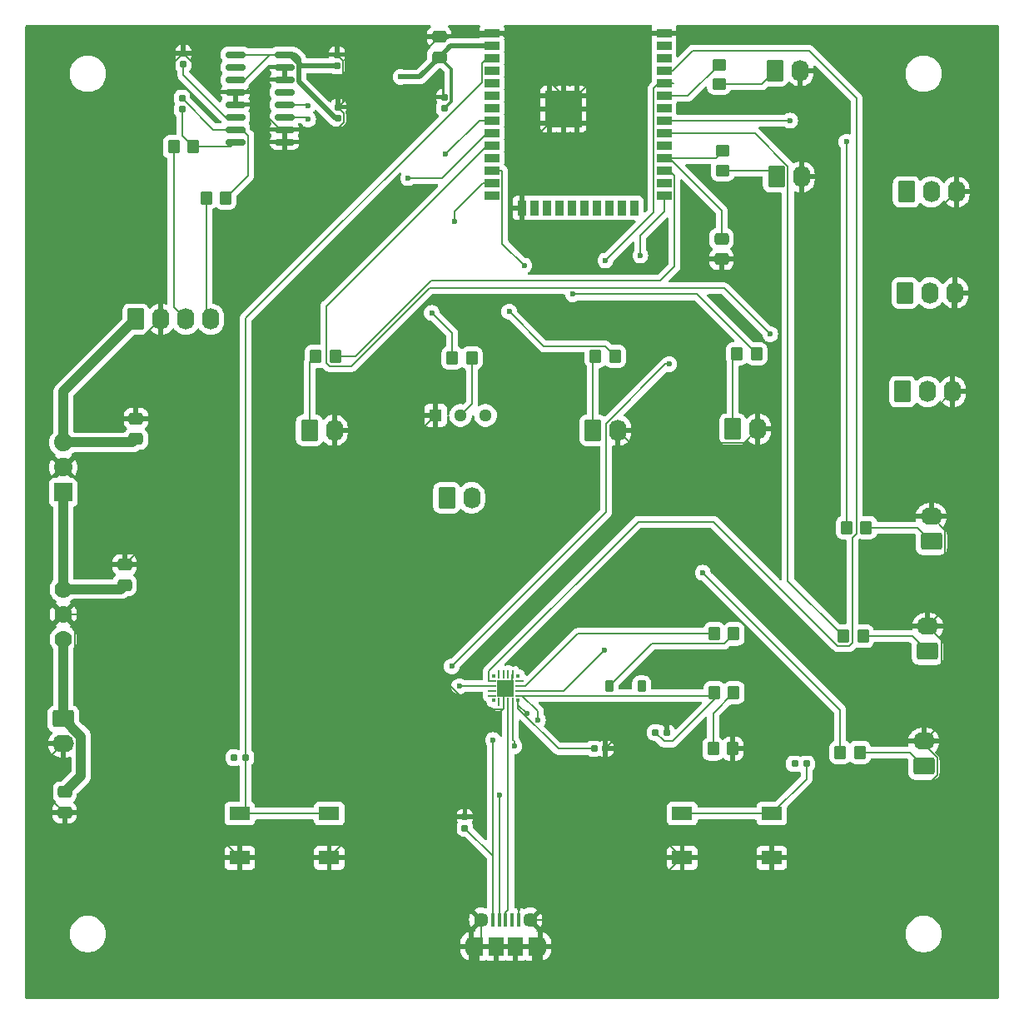
<source format=gbr>
%TF.GenerationSoftware,KiCad,Pcbnew,8.0.8*%
%TF.CreationDate,2025-03-30T01:40:12-05:00*%
%TF.ProjectId,ECE 445 PCBWay Order 3 March 31st Group 40,45434520-3434-4352-9050-434257617920,rev?*%
%TF.SameCoordinates,Original*%
%TF.FileFunction,Copper,L1,Top*%
%TF.FilePolarity,Positive*%
%FSLAX46Y46*%
G04 Gerber Fmt 4.6, Leading zero omitted, Abs format (unit mm)*
G04 Created by KiCad (PCBNEW 8.0.8) date 2025-03-30 01:40:12*
%MOMM*%
%LPD*%
G01*
G04 APERTURE LIST*
G04 Aperture macros list*
%AMRoundRect*
0 Rectangle with rounded corners*
0 $1 Rounding radius*
0 $2 $3 $4 $5 $6 $7 $8 $9 X,Y pos of 4 corners*
0 Add a 4 corners polygon primitive as box body*
4,1,4,$2,$3,$4,$5,$6,$7,$8,$9,$2,$3,0*
0 Add four circle primitives for the rounded corners*
1,1,$1+$1,$2,$3*
1,1,$1+$1,$4,$5*
1,1,$1+$1,$6,$7*
1,1,$1+$1,$8,$9*
0 Add four rect primitives between the rounded corners*
20,1,$1+$1,$2,$3,$4,$5,0*
20,1,$1+$1,$4,$5,$6,$7,0*
20,1,$1+$1,$6,$7,$8,$9,0*
20,1,$1+$1,$8,$9,$2,$3,0*%
G04 Aperture macros list end*
%TA.AperFunction,SMDPad,CuDef*%
%ADD10R,1.701800X1.701800*%
%TD*%
%TA.AperFunction,SMDPad,CuDef*%
%ADD11R,0.355600X0.355600*%
%TD*%
%TA.AperFunction,SMDPad,CuDef*%
%ADD12R,0.812800X0.254000*%
%TD*%
%TA.AperFunction,SMDPad,CuDef*%
%ADD13R,0.254000X0.812800*%
%TD*%
%TA.AperFunction,SMDPad,CuDef*%
%ADD14RoundRect,0.250000X-0.350000X-0.450000X0.350000X-0.450000X0.350000X0.450000X-0.350000X0.450000X0*%
%TD*%
%TA.AperFunction,SMDPad,CuDef*%
%ADD15RoundRect,0.225000X0.225000X0.375000X-0.225000X0.375000X-0.225000X-0.375000X0.225000X-0.375000X0*%
%TD*%
%TA.AperFunction,SMDPad,CuDef*%
%ADD16RoundRect,0.155000X-0.212500X-0.155000X0.212500X-0.155000X0.212500X0.155000X-0.212500X0.155000X0*%
%TD*%
%TA.AperFunction,SMDPad,CuDef*%
%ADD17RoundRect,0.150000X-0.850000X-0.150000X0.850000X-0.150000X0.850000X0.150000X-0.850000X0.150000X0*%
%TD*%
%TA.AperFunction,ComponentPad*%
%ADD18C,1.879600*%
%TD*%
%TA.AperFunction,ComponentPad*%
%ADD19R,1.879600X1.879600*%
%TD*%
%TA.AperFunction,SMDPad,CuDef*%
%ADD20R,0.900000X0.900000*%
%TD*%
%TA.AperFunction,HeatsinkPad*%
%ADD21C,0.600000*%
%TD*%
%TA.AperFunction,HeatsinkPad*%
%ADD22R,3.800000X3.800000*%
%TD*%
%TA.AperFunction,SMDPad,CuDef*%
%ADD23R,1.500000X0.900000*%
%TD*%
%TA.AperFunction,SMDPad,CuDef*%
%ADD24R,0.900000X1.500000*%
%TD*%
%TA.AperFunction,SMDPad,CuDef*%
%ADD25R,2.100000X1.400000*%
%TD*%
%TA.AperFunction,SMDPad,CuDef*%
%ADD26RoundRect,0.250000X0.350000X0.450000X-0.350000X0.450000X-0.350000X-0.450000X0.350000X-0.450000X0*%
%TD*%
%TA.AperFunction,SMDPad,CuDef*%
%ADD27RoundRect,0.250000X0.450000X-0.350000X0.450000X0.350000X-0.450000X0.350000X-0.450000X-0.350000X0*%
%TD*%
%TA.AperFunction,SMDPad,CuDef*%
%ADD28RoundRect,0.160000X-0.197500X-0.160000X0.197500X-0.160000X0.197500X0.160000X-0.197500X0.160000X0*%
%TD*%
%TA.AperFunction,ComponentPad*%
%ADD29C,1.298000*%
%TD*%
%TA.AperFunction,ComponentPad*%
%ADD30R,1.298000X1.298000*%
%TD*%
%TA.AperFunction,ComponentPad*%
%ADD31RoundRect,0.250000X-0.620000X-0.845000X0.620000X-0.845000X0.620000X0.845000X-0.620000X0.845000X0*%
%TD*%
%TA.AperFunction,ComponentPad*%
%ADD32O,1.740000X2.190000*%
%TD*%
%TA.AperFunction,ComponentPad*%
%ADD33O,2.190000X1.740000*%
%TD*%
%TA.AperFunction,ComponentPad*%
%ADD34RoundRect,0.250000X0.845000X-0.620000X0.845000X0.620000X-0.845000X0.620000X-0.845000X-0.620000X0*%
%TD*%
%TA.AperFunction,ComponentPad*%
%ADD35RoundRect,0.250000X-0.845000X0.620000X-0.845000X-0.620000X0.845000X-0.620000X0.845000X0.620000X0*%
%TD*%
%TA.AperFunction,HeatsinkPad*%
%ADD36O,1.200000X1.900000*%
%TD*%
%TA.AperFunction,SMDPad,CuDef*%
%ADD37R,1.200000X1.900000*%
%TD*%
%TA.AperFunction,HeatsinkPad*%
%ADD38C,1.450000*%
%TD*%
%TA.AperFunction,SMDPad,CuDef*%
%ADD39R,1.500000X1.900000*%
%TD*%
%TA.AperFunction,SMDPad,CuDef*%
%ADD40R,0.400000X1.350000*%
%TD*%
%TA.AperFunction,SMDPad,CuDef*%
%ADD41RoundRect,0.250000X0.475000X-0.337500X0.475000X0.337500X-0.475000X0.337500X-0.475000X-0.337500X0*%
%TD*%
%TA.AperFunction,SMDPad,CuDef*%
%ADD42RoundRect,0.155000X0.155000X-0.212500X0.155000X0.212500X-0.155000X0.212500X-0.155000X-0.212500X0*%
%TD*%
%TA.AperFunction,SMDPad,CuDef*%
%ADD43RoundRect,0.250000X-0.475000X0.337500X-0.475000X-0.337500X0.475000X-0.337500X0.475000X0.337500X0*%
%TD*%
%TA.AperFunction,ComponentPad*%
%ADD44C,1.778000*%
%TD*%
%TA.AperFunction,ViaPad*%
%ADD45C,0.600000*%
%TD*%
%TA.AperFunction,Conductor*%
%ADD46C,0.200000*%
%TD*%
%TA.AperFunction,Conductor*%
%ADD47C,0.500000*%
%TD*%
%TA.AperFunction,Conductor*%
%ADD48C,0.350000*%
%TD*%
%TA.AperFunction,Conductor*%
%ADD49C,1.000000*%
%TD*%
G04 APERTURE END LIST*
D10*
%TO.P,U6,21,EPAD*%
%TO.N,GND*%
X165000000Y-115000000D03*
D11*
%TO.P,U6,16,RTS*%
%TO.N,unconnected-(U6-RTS-Pad16)*%
X163749939Y-113750000D03*
%TO.P,U6,11,SUSPENDB*%
%TO.N,unconnected-(U6-SUSPENDB-Pad11)*%
X166250061Y-113750000D03*
%TO.P,U6,6,VDD*%
%TO.N,Net-(D2-A)*%
X166250061Y-116250000D03*
%TO.P,U6,1,GPIO.1_/_RS485*%
%TO.N,unconnected-(U6-GPIO.1_{slash}_RS485-Pad1)*%
X163749939Y-116250000D03*
D12*
%TO.P,U6,20,GPIO.2_/_TXT*%
%TO.N,unconnected-(U6-GPIO.2_{slash}_TXT-Pad20)*%
X163603000Y-115750189D03*
%TO.P,U6,19,GPIO.3_/_RXT*%
%TO.N,unconnected-(U6-GPIO.3_{slash}_RXT-Pad19)*%
X163603000Y-115250063D03*
%TO.P,U6,18,TXD*%
%TO.N,/RXD0*%
X163603000Y-114749937D03*
%TO.P,U6,17,RXD*%
%TO.N,/TXD0*%
X163603000Y-114249811D03*
D13*
%TO.P,U6,15,CTS*%
%TO.N,unconnected-(U6-CTS-Pad15)*%
X164249811Y-113603000D03*
%TO.P,U6,14,SUSPEND*%
%TO.N,unconnected-(U6-SUSPEND-Pad14)*%
X164749937Y-113603000D03*
%TO.P,U6,13,WAKEUP*%
%TO.N,unconnected-(U6-WAKEUP-Pad13)*%
X165250063Y-113603000D03*
%TO.P,U6,12,GND*%
%TO.N,GND*%
X165750189Y-113603000D03*
D12*
%TO.P,U6,10,NC*%
%TO.N,unconnected-(U6-NC-Pad10)*%
X166397000Y-114249811D03*
%TO.P,U6,9,RSTB*%
%TO.N,Net-(U6-RSTB)*%
X166397000Y-114749937D03*
%TO.P,U6,8,VBUS*%
%TO.N,Net-(U6-VBUS)*%
X166397000Y-115250063D03*
%TO.P,U6,7,VREGIN*%
%TO.N,/VREGIN*%
X166397000Y-115750189D03*
D13*
%TO.P,U6,5,D-*%
%TO.N,/D-*%
X165750189Y-116397000D03*
%TO.P,U6,4,D+*%
%TO.N,/D+*%
X165250063Y-116397000D03*
%TO.P,U6,3,GND*%
%TO.N,GND*%
X164749937Y-116397000D03*
%TO.P,U6,2,GPIO.0_/CLK*%
%TO.N,unconnected-(U6-GPIO.0_{slash}CLK-Pad2)*%
X164249811Y-116397000D03*
%TD*%
D14*
%TO.P,R16,1*%
%TO.N,Net-(U6-VBUS)*%
X186087000Y-121158000D03*
%TO.P,R16,2*%
%TO.N,GND*%
X188087000Y-121158000D03*
%TD*%
%TO.P,R15,1*%
%TO.N,/VREGIN*%
X186198000Y-115443000D03*
%TO.P,R15,2*%
%TO.N,Net-(U6-VBUS)*%
X188198000Y-115443000D03*
%TD*%
%TO.P,R14,1*%
%TO.N,Net-(U6-RSTB)*%
X186198000Y-109474000D03*
%TO.P,R14,2*%
%TO.N,Net-(D2-A)*%
X188198000Y-109474000D03*
%TD*%
D15*
%TO.P,D2,1,K*%
%TO.N,+3.3V*%
X178815000Y-114809000D03*
%TO.P,D2,2,A*%
%TO.N,Net-(D2-A)*%
X175515000Y-114809000D03*
%TD*%
D16*
%TO.P,C13,1*%
%TO.N,Net-(D2-A)*%
X173998000Y-121158000D03*
%TO.P,C13,2*%
%TO.N,GND*%
X175133000Y-121158000D03*
%TD*%
D17*
%TO.P,U5,16,DVDD*%
%TO.N,+3.3V*%
X142500000Y-50555000D03*
%TO.P,U5,15,RATE*%
%TO.N,GND*%
X142500000Y-51825000D03*
%TO.P,U5,14,XI*%
X142500000Y-53095000D03*
%TO.P,U5,13,XO*%
%TO.N,unconnected-(U5-XO-Pad13)*%
X142500000Y-54365000D03*
%TO.P,U5,12,DOUT*%
%TO.N,/HX711 Digital Output*%
X142500000Y-55635000D03*
%TO.P,U5,11,PD_SCK*%
%TO.N,/HX711 PD_SCK*%
X142500000Y-56905000D03*
%TO.P,U5,10,INB+*%
%TO.N,GND*%
X142500000Y-58175000D03*
%TO.P,U5,9,INB-*%
X142500000Y-59445000D03*
%TO.P,U5,8,INA+*%
%TO.N,Net-(U5-INA+)*%
X137500000Y-59445000D03*
%TO.P,U5,7,INA-*%
%TO.N,Net-(U5-INA-)*%
X137500000Y-58175000D03*
%TO.P,U5,6,VBG*%
%TO.N,Net-(U5-VBG)*%
X137500000Y-56905000D03*
%TO.P,U5,5,AGND*%
%TO.N,GND*%
X137500000Y-55635000D03*
%TO.P,U5,4,VFB*%
X137500000Y-54365000D03*
%TO.P,U5,3,AVDD*%
%TO.N,+3.3V*%
X137500000Y-53095000D03*
%TO.P,U5,2,BASE*%
%TO.N,unconnected-(U5-BASE-Pad2)*%
X137500000Y-51825000D03*
%TO.P,U5,1,VSUP*%
%TO.N,+3.3V*%
X137500000Y-50555000D03*
%TD*%
D18*
%TO.P,U4,3,OUT*%
%TO.N,+3.3V*%
X120015000Y-90000000D03*
%TO.P,U4,2,GND*%
%TO.N,GND*%
X120015000Y-92540000D03*
D19*
%TO.P,U4,1,IN*%
%TO.N,+5V*%
X120015000Y-95080000D03*
%TD*%
D20*
%TO.P,U1,39,GND*%
%TO.N,GND*%
X172252000Y-57507000D03*
D21*
X172252000Y-56807000D03*
D20*
X172252000Y-56107000D03*
D21*
X172252000Y-55407000D03*
D20*
X172252000Y-54707000D03*
D21*
X171552000Y-57507000D03*
X171552000Y-56107000D03*
X171552000Y-54707000D03*
D20*
X170852000Y-57507000D03*
D22*
X170852000Y-56107000D03*
D20*
X170852000Y-56107000D03*
X170852000Y-54707000D03*
D21*
X170827000Y-56807000D03*
X170827000Y-55407000D03*
X170152000Y-57507000D03*
X170152000Y-56107000D03*
X170152000Y-54707000D03*
D20*
X169452000Y-57507000D03*
D21*
X169452000Y-56807000D03*
D20*
X169452000Y-56107000D03*
D21*
X169452000Y-55407000D03*
D20*
X169452000Y-54707000D03*
D23*
%TO.P,U1,38,GND*%
X181102000Y-48387000D03*
%TO.P,U1,37,IO23*%
%TO.N,/Servo Signal 2*%
X181102000Y-49657000D03*
%TO.P,U1,36,IO22*%
%TO.N,/Servo Signal 1*%
X181102000Y-50927000D03*
%TO.P,U1,35,TXD0/IO1*%
%TO.N,/TXD0*%
X181102000Y-52197000D03*
%TO.P,U1,34,RXD0/IO3*%
%TO.N,/RXD0*%
X181102000Y-53467000D03*
%TO.P,U1,33,IO21*%
%TO.N,/Dispensing LED*%
X181102000Y-54737000D03*
%TO.P,U1,32,NC*%
%TO.N,unconnected-(U1-NC-Pad32)*%
X181102000Y-56007000D03*
%TO.P,U1,31,IO19*%
%TO.N,/Refill LED*%
X181102000Y-57277000D03*
%TO.P,U1,30,IO18*%
%TO.N,/Power LED*%
X181102000Y-58547000D03*
%TO.P,U1,29,IO5*%
%TO.N,unconnected-(U1-IO5-Pad29)*%
X181102000Y-59817000D03*
%TO.P,U1,28,IO17*%
%TO.N,/Bluetooth Button*%
X181102000Y-61087000D03*
%TO.P,U1,27,IO16*%
%TO.N,/Container 3 LED*%
X181102000Y-62357000D03*
%TO.P,U1,26,IO4*%
%TO.N,unconnected-(U1-IO4-Pad26)*%
X181102000Y-63627000D03*
%TO.P,U1,25,IO0*%
%TO.N,Net-(U1-IO0)*%
X181102000Y-64897000D03*
D24*
%TO.P,U1,24,IO2*%
%TO.N,unconnected-(U1-IO2-Pad24)*%
X178072000Y-66147000D03*
%TO.P,U1,23,IO15*%
%TO.N,unconnected-(U1-IO15-Pad23)*%
X176802000Y-66147000D03*
%TO.P,U1,22,SDI/SD1*%
%TO.N,unconnected-(U1-SDI{slash}SD1-Pad22)*%
X175532000Y-66147000D03*
%TO.P,U1,21,SDO/SD0*%
%TO.N,unconnected-(U1-SDO{slash}SD0-Pad21)*%
X174262000Y-66147000D03*
%TO.P,U1,20,SCK/CLK*%
%TO.N,unconnected-(U1-SCK{slash}CLK-Pad20)*%
X172992000Y-66147000D03*
%TO.P,U1,19,SCS/CMD*%
%TO.N,unconnected-(U1-SCS{slash}CMD-Pad19)*%
X171722000Y-66147000D03*
%TO.P,U1,18,SWP/SD3*%
%TO.N,unconnected-(U1-SWP{slash}SD3-Pad18)*%
X170452000Y-66147000D03*
%TO.P,U1,17,SHD/SD2*%
%TO.N,unconnected-(U1-SHD{slash}SD2-Pad17)*%
X169182000Y-66147000D03*
%TO.P,U1,16,IO13*%
%TO.N,/Container 1 LED*%
X167912000Y-66147000D03*
%TO.P,U1,15,GND*%
%TO.N,GND*%
X166642000Y-66147000D03*
D23*
%TO.P,U1,14,IO12*%
%TO.N,unconnected-(U1-IO12-Pad14)*%
X163602000Y-64897000D03*
%TO.P,U1,13,IO14*%
%TO.N,/Container 2 LED*%
X163602000Y-63627000D03*
%TO.P,U1,12,IO27*%
%TO.N,/Bluetooth LED*%
X163602000Y-62357000D03*
%TO.P,U1,11,IO26*%
%TO.N,/Vibration Motor*%
X163602000Y-61087000D03*
%TO.P,U1,10,IO25*%
%TO.N,/Servo Signal 3*%
X163602000Y-59817000D03*
%TO.P,U1,9,IO33*%
%TO.N,/HX711 PD_SCK*%
X163602000Y-58547000D03*
%TO.P,U1,8,IO32*%
%TO.N,/HX711 Digital Output*%
X163602000Y-57277000D03*
%TO.P,U1,7,IO35*%
%TO.N,unconnected-(U1-IO35-Pad7)*%
X163602000Y-56007000D03*
%TO.P,U1,6,IO34*%
%TO.N,unconnected-(U1-IO34-Pad6)*%
X163602000Y-54737000D03*
%TO.P,U1,5,SENSOR_VN*%
%TO.N,unconnected-(U1-SENSOR_VN-Pad5)*%
X163602000Y-53467000D03*
%TO.P,U1,4,SENSOR_VP*%
%TO.N,unconnected-(U1-SENSOR_VP-Pad4)*%
X163602000Y-52197000D03*
%TO.P,U1,3,EN*%
%TO.N,Net-(U1-EN)*%
X163602000Y-50927000D03*
%TO.P,U1,2,VDD*%
%TO.N,+3.3V*%
X163602000Y-49657000D03*
%TO.P,U1,1,GND*%
%TO.N,GND*%
X163602000Y-48387000D03*
%TD*%
D25*
%TO.P,SW2,4*%
%TO.N,GND*%
X192050000Y-132250000D03*
%TO.P,SW2,3*%
X182950000Y-132250000D03*
%TO.P,SW2,2*%
%TO.N,Net-(U1-IO0)*%
X192050000Y-127750000D03*
%TO.P,SW2,1*%
X182950000Y-127750000D03*
%TD*%
%TO.P,SW1,4*%
%TO.N,GND*%
X147050000Y-132250000D03*
%TO.P,SW1,3*%
X137950000Y-132250000D03*
%TO.P,SW1,2*%
%TO.N,Net-(U1-EN)*%
X147050000Y-127750000D03*
%TO.P,SW1,1*%
X137950000Y-127750000D03*
%TD*%
D14*
%TO.P,R13,2*%
%TO.N,Net-(U5-INA-)*%
X136525000Y-65151000D03*
%TO.P,R13,1*%
%TO.N,/Singal -*%
X134525000Y-65151000D03*
%TD*%
%TO.P,R12,2*%
%TO.N,Net-(U5-INA+)*%
X133223000Y-59944000D03*
%TO.P,R12,1*%
%TO.N,/Signal +*%
X131223000Y-59944000D03*
%TD*%
%TO.P,R11,2*%
%TO.N,Net-(Q1-Pad2)*%
X161544000Y-81407000D03*
%TO.P,R11,1*%
%TO.N,/Vibration Motor*%
X159544000Y-81407000D03*
%TD*%
%TO.P,R10,2*%
%TO.N,/Container 3 LED*%
X147662500Y-81239000D03*
%TO.P,R10,1*%
%TO.N,Net-(J10-Pin_1)*%
X145662500Y-81239000D03*
%TD*%
%TO.P,R9,2*%
%TO.N,/Container 2 LED*%
X176128500Y-81239000D03*
%TO.P,R9,1*%
%TO.N,Net-(J9-Pin_1)*%
X174128500Y-81239000D03*
%TD*%
%TO.P,R8,2*%
%TO.N,/Container 1 LED*%
X190497500Y-80985000D03*
%TO.P,R8,1*%
%TO.N,Net-(J8-Pin_1)*%
X188497500Y-80985000D03*
%TD*%
D26*
%TO.P,R7,2*%
%TO.N,/Bluetooth LED*%
X199025000Y-121523000D03*
%TO.P,R7,1*%
%TO.N,Net-(J7-Pin_1)*%
X201025000Y-121523000D03*
%TD*%
D27*
%TO.P,R6,2*%
%TO.N,/Bluetooth Button*%
X187071000Y-60357000D03*
%TO.P,R6,1*%
%TO.N,Net-(J6-Pin_1)*%
X187071000Y-62357000D03*
%TD*%
%TO.P,R5,2*%
%TO.N,/Dispensing LED*%
X186690000Y-51578000D03*
%TO.P,R5,1*%
%TO.N,Net-(J5-Pin_1)*%
X186690000Y-53578000D03*
%TD*%
D26*
%TO.P,R4,2*%
%TO.N,/Refill LED*%
X199660000Y-98663000D03*
%TO.P,R4,1*%
%TO.N,Net-(J4-Pin_1)*%
X201660000Y-98663000D03*
%TD*%
%TO.P,R3,2*%
%TO.N,/Power LED*%
X199341000Y-109714500D03*
%TO.P,R3,1*%
%TO.N,Net-(J3-Pin_1)*%
X201341000Y-109714500D03*
%TD*%
D28*
%TO.P,R2,2*%
%TO.N,Net-(U1-IO0)*%
X195580000Y-122682000D03*
%TO.P,R2,1*%
%TO.N,+3.3V*%
X194385000Y-122682000D03*
%TD*%
%TO.P,R1,2*%
%TO.N,Net-(U1-EN)*%
X138557000Y-122047000D03*
%TO.P,R1,1*%
%TO.N,+3.3V*%
X137362000Y-122047000D03*
%TD*%
D29*
%TO.P,Q1,3*%
%TO.N,Net-(J12-Pin_1)*%
X162941000Y-87249000D03*
%TO.P,Q1,2*%
%TO.N,Net-(Q1-Pad2)*%
X160401000Y-87249000D03*
D30*
%TO.P,Q1,1*%
%TO.N,GND*%
X157861000Y-87249000D03*
%TD*%
D31*
%TO.P,J15,1,Pin_1*%
%TO.N,/Servo Signal 3*%
X205359000Y-84836000D03*
D32*
%TO.P,J15,2,Pin_2*%
%TO.N,+5V*%
X207899000Y-84836000D03*
%TO.P,J15,3,Pin_3*%
%TO.N,GND*%
X210439000Y-84836000D03*
%TD*%
%TO.P,J14,3,Pin_3*%
%TO.N,GND*%
X210693000Y-74803000D03*
%TO.P,J14,2,Pin_2*%
%TO.N,+5V*%
X208153000Y-74803000D03*
D31*
%TO.P,J14,1,Pin_1*%
%TO.N,/Servo Signal 2*%
X205613000Y-74803000D03*
%TD*%
D32*
%TO.P,J13,3,Pin_3*%
%TO.N,GND*%
X210820000Y-64516000D03*
%TO.P,J13,2,Pin_2*%
%TO.N,+5V*%
X208280000Y-64516000D03*
D31*
%TO.P,J13,1,Pin_1*%
%TO.N,/Servo Signal 1*%
X205740000Y-64516000D03*
%TD*%
D32*
%TO.P,J12,2,Pin_2*%
%TO.N,+3.3V*%
X161544000Y-95631000D03*
D31*
%TO.P,J12,1,Pin_1*%
%TO.N,Net-(J12-Pin_1)*%
X159004000Y-95631000D03*
%TD*%
D32*
%TO.P,J11,4,Pin_4*%
%TO.N,/Singal -*%
X135001000Y-77470000D03*
%TO.P,J11,3,Pin_3*%
%TO.N,/Signal +*%
X132461000Y-77470000D03*
%TO.P,J11,2,Pin_2*%
%TO.N,GND*%
X129921000Y-77470000D03*
D31*
%TO.P,J11,1,Pin_1*%
%TO.N,+3.3V*%
X127381000Y-77470000D03*
%TD*%
D32*
%TO.P,J10,2,Pin_2*%
%TO.N,GND*%
X147574000Y-88773000D03*
D31*
%TO.P,J10,1,Pin_1*%
%TO.N,Net-(J10-Pin_1)*%
X145034000Y-88773000D03*
%TD*%
D32*
%TO.P,J9,2,Pin_2*%
%TO.N,GND*%
X176403000Y-88773000D03*
D31*
%TO.P,J9,1,Pin_1*%
%TO.N,Net-(J9-Pin_1)*%
X173863000Y-88773000D03*
%TD*%
D32*
%TO.P,J8,2,Pin_2*%
%TO.N,GND*%
X190627000Y-88646000D03*
D31*
%TO.P,J8,1,Pin_1*%
%TO.N,Net-(J8-Pin_1)*%
X188087000Y-88646000D03*
%TD*%
D33*
%TO.P,J7,2,Pin_2*%
%TO.N,GND*%
X207518000Y-120396000D03*
D34*
%TO.P,J7,1,Pin_1*%
%TO.N,Net-(J7-Pin_1)*%
X207518000Y-122936000D03*
%TD*%
D32*
%TO.P,J6,2,Pin_2*%
%TO.N,GND*%
X195072000Y-62992000D03*
D31*
%TO.P,J6,1,Pin_1*%
%TO.N,Net-(J6-Pin_1)*%
X192532000Y-62992000D03*
%TD*%
D32*
%TO.P,J5,2,Pin_2*%
%TO.N,GND*%
X194945000Y-52197000D03*
D31*
%TO.P,J5,1,Pin_1*%
%TO.N,Net-(J5-Pin_1)*%
X192405000Y-52197000D03*
%TD*%
D33*
%TO.P,J4,2,Pin_2*%
%TO.N,GND*%
X208280000Y-97536000D03*
D34*
%TO.P,J4,1,Pin_1*%
%TO.N,Net-(J4-Pin_1)*%
X208280000Y-100076000D03*
%TD*%
D33*
%TO.P,J3,2,Pin_2*%
%TO.N,GND*%
X207899000Y-108712000D03*
D34*
%TO.P,J3,1,Pin_1*%
%TO.N,Net-(J3-Pin_1)*%
X207899000Y-111252000D03*
%TD*%
D33*
%TO.P,J2,2,Pin_2*%
%TO.N,GND*%
X120015000Y-120650000D03*
D35*
%TO.P,J2,1,Pin_1*%
%TO.N,Net-(J2-Pin_1)*%
X120015000Y-118110000D03*
%TD*%
D36*
%TO.P,J1,6,Shield*%
%TO.N,GND*%
X168500000Y-141237500D03*
D37*
X167900000Y-141237500D03*
D38*
X167500000Y-138537500D03*
D39*
X166000000Y-141237500D03*
X164000000Y-141237500D03*
D38*
X162500000Y-138537500D03*
D37*
X162100000Y-141237500D03*
D36*
X161500000Y-141237500D03*
D40*
%TO.P,J1,5,GND*%
X166300000Y-138537500D03*
%TO.P,J1,4,ID*%
%TO.N,unconnected-(J1-ID-Pad4)*%
X165650000Y-138537500D03*
%TO.P,J1,3,D+*%
%TO.N,/D+*%
X165000000Y-138537500D03*
%TO.P,J1,2,D-*%
%TO.N,/D-*%
X164350000Y-138537500D03*
%TO.P,J1,1,VBUS*%
%TO.N,/VREGIN*%
X163700000Y-138537500D03*
%TD*%
D41*
%TO.P,C12,2*%
%TO.N,GND*%
X127381000Y-87587000D03*
%TO.P,C12,1*%
%TO.N,+3.3V*%
X127381000Y-89662000D03*
%TD*%
D42*
%TO.P,C11,1*%
%TO.N,+3.3V*%
X147828000Y-51689000D03*
%TO.P,C11,2*%
%TO.N,GND*%
X147828000Y-50554000D03*
%TD*%
%TO.P,C10,2*%
%TO.N,GND*%
X147955000Y-55888000D03*
%TO.P,C10,1*%
%TO.N,+3.3V*%
X147955000Y-57023000D03*
%TD*%
%TO.P,C9,2*%
%TO.N,Net-(U5-INA-)*%
X132080000Y-54999000D03*
%TO.P,C9,1*%
%TO.N,Net-(U5-INA+)*%
X132080000Y-56134000D03*
%TD*%
%TO.P,C8,2*%
%TO.N,GND*%
X132207000Y-50427000D03*
%TO.P,C8,1*%
%TO.N,Net-(U5-VBG)*%
X132207000Y-51562000D03*
%TD*%
D41*
%TO.P,C7,2*%
%TO.N,GND*%
X126238000Y-102446000D03*
%TO.P,C7,1*%
%TO.N,+5V*%
X126238000Y-104521000D03*
%TD*%
D43*
%TO.P,C6,2*%
%TO.N,GND*%
X186944000Y-71374000D03*
%TO.P,C6,1*%
%TO.N,/Bluetooth Button*%
X186944000Y-69299000D03*
%TD*%
D41*
%TO.P,C5,2*%
%TO.N,Net-(J2-Pin_1)*%
X120142000Y-125560000D03*
%TO.P,C5,1*%
%TO.N,GND*%
X120142000Y-127635000D03*
%TD*%
D16*
%TO.P,C4,1*%
%TO.N,/VREGIN*%
X180221000Y-119507000D03*
%TO.P,C4,2*%
%TO.N,GND*%
X181356000Y-119507000D03*
%TD*%
D42*
%TO.P,C3,1*%
%TO.N,+3.3V*%
X158750000Y-56007000D03*
%TO.P,C3,2*%
%TO.N,GND*%
X158750000Y-54872000D03*
%TD*%
%TO.P,C2,2*%
%TO.N,GND*%
X160849500Y-128083500D03*
%TO.P,C2,1*%
%TO.N,/VREGIN*%
X160849500Y-129218500D03*
%TD*%
D41*
%TO.P,C1,2*%
%TO.N,GND*%
X158242000Y-48746500D03*
%TO.P,C1,1*%
%TO.N,+3.3V*%
X158242000Y-50821500D03*
%TD*%
D44*
%TO.P,U3,1,INPUT*%
%TO.N,Net-(J2-Pin_1)*%
X120000000Y-110000000D03*
%TO.P,U3,2,GROUND*%
%TO.N,GND*%
X120000000Y-107460000D03*
%TO.P,U3,3,OUTPUT*%
%TO.N,+5V*%
X120000000Y-104920000D03*
%TD*%
D45*
%TO.N,GND*%
X196723000Y-112141000D03*
X188087000Y-121158000D03*
X193675000Y-109093000D03*
%TO.N,+3.3V*%
X154305000Y-52832000D03*
X147828000Y-51689000D03*
X137500000Y-50555000D03*
X137362000Y-122047000D03*
X194385000Y-122682000D03*
X178815000Y-114809000D03*
%TO.N,GND*%
X186944000Y-71374000D03*
X202184000Y-70104000D03*
%TO.N,/Servo Signal 3*%
X191897000Y-78994000D03*
%TO.N,/RXD0*%
X160274000Y-114808000D03*
X159512000Y-112776000D03*
X181610000Y-82042000D03*
X175133000Y-71501000D03*
%TO.N,/Refill LED*%
X199644000Y-59436000D03*
X193929000Y-57277000D03*
%TO.N,/Bluetooth LED*%
X185039000Y-103251000D03*
X166878000Y-72009000D03*
%TO.N,/HX711 PD_SCK*%
X144907000Y-57150000D03*
X155067000Y-63119000D03*
%TO.N,/HX711 Digital Output*%
X144907000Y-55753000D03*
X158877000Y-60706000D03*
%TO.N,/Container 1 LED*%
X167912000Y-66147000D03*
X171831000Y-74930000D03*
%TO.N,/Container 2 LED*%
X159766000Y-67564000D03*
X165354000Y-76708000D03*
%TO.N,/Vibration Motor*%
X157480000Y-76835000D03*
X163602000Y-61087000D03*
%TO.N,Net-(U1-IO0)*%
X178689000Y-70993000D03*
X195580000Y-122682000D03*
%TO.N,/Servo Signal 2*%
X181102000Y-49657000D03*
%TO.N,/Servo Signal 1*%
X181102000Y-50927000D03*
%TO.N,Net-(U6-VBUS)*%
X175006000Y-111125000D03*
X188198000Y-115443000D03*
%TO.N,Net-(D2-A)*%
X167132000Y-117602000D03*
X175515000Y-114809000D03*
%TO.N,/VREGIN*%
X168275000Y-118237000D03*
X163703000Y-120269000D03*
%TO.N,/D-*%
X164338000Y-125857000D03*
X165862000Y-120904000D03*
%TD*%
D46*
%TO.N,GND*%
X196723000Y-112141000D02*
X193675000Y-109093000D01*
X166300000Y-138537500D02*
X166300000Y-136849000D01*
X166300000Y-136849000D02*
X170899000Y-132250000D01*
X170899000Y-132250000D02*
X182950000Y-132250000D01*
X181356000Y-119507000D02*
X181356000Y-119126000D01*
X178054000Y-118237000D02*
X175133000Y-121158000D01*
X181356000Y-119126000D02*
X180467000Y-118237000D01*
X180467000Y-118237000D02*
X178054000Y-118237000D01*
%TO.N,/VREGIN*%
X186198000Y-115443000D02*
X186198000Y-116143000D01*
X186198000Y-116143000D02*
X181945000Y-120396000D01*
X181110000Y-120396000D02*
X180221000Y-119507000D01*
X181945000Y-120396000D02*
X181110000Y-120396000D01*
%TO.N,/TXD0*%
X200660000Y-99247744D02*
X200660000Y-54991000D01*
X163272139Y-114198350D02*
X163272139Y-113272200D01*
X184023000Y-50165000D02*
X181991000Y-52197000D01*
X200244744Y-110395500D02*
X200244744Y-99663000D01*
X163272139Y-113272200D02*
X178482756Y-98061583D01*
X178482756Y-98061583D02*
X186103339Y-98061583D01*
X200244744Y-99663000D02*
X200660000Y-99247744D01*
X186103339Y-98061583D02*
X198756256Y-110714500D01*
X198756256Y-110714500D02*
X199925744Y-110714500D01*
X163323600Y-114249811D02*
X163272139Y-114198350D01*
X199925744Y-110714500D02*
X200244744Y-110395500D01*
X163603000Y-114249811D02*
X163323600Y-114249811D01*
X200660000Y-54991000D02*
X195834000Y-50165000D01*
X195834000Y-50165000D02*
X184023000Y-50165000D01*
X181991000Y-52197000D02*
X181102000Y-52197000D01*
D47*
%TO.N,+3.3V*%
X156231500Y-52832000D02*
X154305000Y-52832000D01*
X158242000Y-50821500D02*
X156231500Y-52832000D01*
D48*
X158242000Y-50821500D02*
X159435000Y-52014500D01*
X159435000Y-52014500D02*
X159435000Y-55322000D01*
X159435000Y-55322000D02*
X158750000Y-56007000D01*
D47*
X158242000Y-50821500D02*
X159406500Y-49657000D01*
X159406500Y-49657000D02*
X163602000Y-49657000D01*
D46*
%TO.N,GND*%
X207518000Y-120396000D02*
X207518000Y-120686256D01*
X207518000Y-120686256D02*
X208913000Y-122081256D01*
X208913000Y-122081256D02*
X208913000Y-123790744D01*
X208913000Y-123790744D02*
X200453744Y-132250000D01*
X200453744Y-132250000D02*
X192050000Y-132250000D01*
X126238000Y-102446000D02*
X129370000Y-102446000D01*
X131953000Y-105029000D02*
X131953000Y-110363000D01*
X127889000Y-113792000D02*
X121557000Y-107460000D01*
X129370000Y-102446000D02*
X131953000Y-105029000D01*
X131953000Y-110363000D02*
X128524000Y-113792000D01*
X128524000Y-113792000D02*
X127889000Y-113792000D01*
X121557000Y-107460000D02*
X120000000Y-107460000D01*
X126238000Y-102446000D02*
X129921000Y-98763000D01*
X129921000Y-98763000D02*
X129921000Y-77470000D01*
X147574000Y-88773000D02*
X147574000Y-102956529D01*
X164749937Y-117030274D02*
X164749937Y-116397000D01*
X147574000Y-102956529D02*
X161720871Y-117103400D01*
X161720871Y-117103400D02*
X164676811Y-117103400D01*
X164676811Y-117103400D02*
X164749937Y-117030274D01*
X202184000Y-70104000D02*
X205232000Y-70104000D01*
X205232000Y-70104000D02*
X210820000Y-64516000D01*
X129921000Y-77470000D02*
X129921000Y-52713000D01*
X129921000Y-52713000D02*
X132207000Y-50427000D01*
X120142000Y-127635000D02*
X133335000Y-127635000D01*
X133335000Y-127635000D02*
X137950000Y-132250000D01*
X120015000Y-120650000D02*
X118935256Y-121729744D01*
X118935256Y-126428256D02*
X120142000Y-127635000D01*
X118935256Y-121729744D02*
X118935256Y-126428256D01*
X120000000Y-107460000D02*
X121189000Y-108649000D01*
X121189000Y-108649000D02*
X121189000Y-115489000D01*
X121189000Y-115489000D02*
X137950000Y-132250000D01*
X120015000Y-92540000D02*
X126238000Y-98763000D01*
X126238000Y-98763000D02*
X126238000Y-102446000D01*
X127381000Y-87587000D02*
X127381000Y-80010000D01*
X127381000Y-80010000D02*
X129921000Y-77470000D01*
X207518000Y-120396000D02*
X209294000Y-118620000D01*
X209294000Y-118620000D02*
X209294000Y-110107000D01*
X209294000Y-110107000D02*
X207899000Y-108712000D01*
X207899000Y-108712000D02*
X209675000Y-106936000D01*
X209675000Y-106936000D02*
X209675000Y-98931000D01*
X209675000Y-98931000D02*
X208280000Y-97536000D01*
X210693000Y-74803000D02*
X210693000Y-64643000D01*
X210693000Y-64643000D02*
X210820000Y-64516000D01*
X210439000Y-84836000D02*
X210439000Y-75057000D01*
X210439000Y-75057000D02*
X210693000Y-74803000D01*
X208280000Y-97536000D02*
X208280000Y-86995000D01*
X208280000Y-86995000D02*
X210439000Y-84836000D01*
%TO.N,/Servo Signal 3*%
X146762500Y-76126500D02*
X146762500Y-81923744D01*
X146762500Y-81923744D02*
X147077756Y-82239000D01*
X147077756Y-82239000D02*
X149315686Y-82239000D01*
X149315686Y-82239000D02*
X157224686Y-74330000D01*
X163072000Y-59817000D02*
X146762500Y-76126500D01*
X157224686Y-74330000D02*
X187233000Y-74330000D01*
X187233000Y-74330000D02*
X191897000Y-78994000D01*
X163602000Y-59817000D02*
X163072000Y-59817000D01*
%TO.N,/RXD0*%
X180572000Y-53467000D02*
X180052000Y-53987000D01*
X175233000Y-97055000D02*
X159512000Y-112776000D01*
X175233000Y-88063370D02*
X175233000Y-97055000D01*
X180052000Y-66582000D02*
X175133000Y-71501000D01*
X182052000Y-53467000D02*
X180572000Y-53467000D01*
X180052000Y-53987000D02*
X180052000Y-66582000D01*
X181254370Y-82042000D02*
X175233000Y-88063370D01*
X181102000Y-53467000D02*
X182052000Y-53467000D01*
X181610000Y-82042000D02*
X181254370Y-82042000D01*
X160274000Y-114808000D02*
X160332063Y-114749937D01*
X160332063Y-114749937D02*
X163603000Y-114749937D01*
%TO.N,/Refill LED*%
X199644000Y-59436000D02*
X199644000Y-59944000D01*
X199660000Y-59960000D02*
X199660000Y-98663000D01*
X181102000Y-57277000D02*
X193929000Y-57277000D01*
X199644000Y-59944000D02*
X199660000Y-59960000D01*
%TO.N,/Power LED*%
X181102000Y-58547000D02*
X190336744Y-58547000D01*
X193702000Y-104075500D02*
X199341000Y-109714500D01*
X190336744Y-58547000D02*
X193702000Y-61912256D01*
X193702000Y-61912256D02*
X193702000Y-104075500D01*
%TO.N,/Bluetooth LED*%
X164652000Y-62457000D02*
X164652000Y-69783000D01*
X185039000Y-103251000D02*
X199025000Y-117237000D01*
X164652000Y-69783000D02*
X166878000Y-72009000D01*
X164552000Y-62357000D02*
X164652000Y-62457000D01*
X163602000Y-62357000D02*
X164552000Y-62357000D01*
X199025000Y-117237000D02*
X199025000Y-121523000D01*
%TO.N,/HX711 PD_SCK*%
X144907000Y-57150000D02*
X144662000Y-56905000D01*
X144662000Y-56905000D02*
X142500000Y-56905000D01*
X163072000Y-58547000D02*
X158500000Y-63119000D01*
X158500000Y-63119000D02*
X155067000Y-63119000D01*
X163602000Y-58547000D02*
X163072000Y-58547000D01*
%TO.N,/HX711 Digital Output*%
X163602000Y-57277000D02*
X162306000Y-57277000D01*
X144907000Y-55753000D02*
X144789000Y-55635000D01*
X162306000Y-57277000D02*
X158877000Y-60706000D01*
X144789000Y-55635000D02*
X142500000Y-55635000D01*
%TO.N,Net-(U1-EN)*%
X163602000Y-50927000D02*
X163072000Y-50927000D01*
X163072000Y-50927000D02*
X162552000Y-51447000D01*
X162552000Y-51447000D02*
X162552000Y-53348000D01*
X138557000Y-77343000D02*
X138557000Y-122047000D01*
X162552000Y-53348000D02*
X138557000Y-77343000D01*
%TO.N,GND*%
X163602000Y-48387000D02*
X163195000Y-48387000D01*
X163195000Y-48387000D02*
X162835500Y-48746500D01*
X162835500Y-48746500D02*
X158242000Y-48746500D01*
X170852000Y-56107000D02*
X178572000Y-48387000D01*
X178572000Y-48387000D02*
X181102000Y-48387000D01*
X170852000Y-54707000D02*
X164532000Y-48387000D01*
X164532000Y-48387000D02*
X163602000Y-48387000D01*
X166642000Y-66147000D02*
X166642000Y-60317000D01*
X166642000Y-60317000D02*
X170852000Y-56107000D01*
%TO.N,/Container 2 LED*%
X159766000Y-67564000D02*
X159766000Y-66513000D01*
X159766000Y-66513000D02*
X162652000Y-63627000D01*
X162652000Y-63627000D02*
X163602000Y-63627000D01*
%TO.N,/Container 1 LED*%
X184442500Y-74930000D02*
X171831000Y-74930000D01*
X190497500Y-80985000D02*
X184442500Y-74930000D01*
%TO.N,/Container 2 LED*%
X176128500Y-81239000D02*
X175128500Y-80239000D01*
X175128500Y-80239000D02*
X168885000Y-80239000D01*
X168885000Y-80239000D02*
X165354000Y-76708000D01*
%TO.N,/Vibration Motor*%
X159544000Y-81407000D02*
X159544000Y-78899000D01*
X159544000Y-78899000D02*
X157480000Y-76835000D01*
%TO.N,Net-(U1-IO0)*%
X178689000Y-68961000D02*
X178689000Y-70993000D01*
X181102000Y-66548000D02*
X178689000Y-68961000D01*
X181102000Y-64897000D02*
X181102000Y-66548000D01*
%TO.N,/Container 3 LED*%
X157456000Y-73533000D02*
X180721000Y-73533000D01*
X181632000Y-62357000D02*
X181102000Y-62357000D01*
X149750000Y-81239000D02*
X157456000Y-73533000D01*
X147662500Y-81239000D02*
X149750000Y-81239000D01*
X180721000Y-73533000D02*
X182152000Y-72102000D01*
X182152000Y-72102000D02*
X182152000Y-62877000D01*
X182152000Y-62877000D02*
X181632000Y-62357000D01*
%TO.N,GND*%
X176403000Y-88773000D02*
X177671000Y-90041000D01*
X177671000Y-90041000D02*
X189232000Y-90041000D01*
X189232000Y-90041000D02*
X190627000Y-88646000D01*
X147574000Y-88773000D02*
X156337000Y-88773000D01*
X156337000Y-88773000D02*
X157861000Y-87249000D01*
%TO.N,Net-(J10-Pin_1)*%
X145034000Y-88773000D02*
X145034000Y-81867500D01*
X145034000Y-81867500D02*
X145662500Y-81239000D01*
%TO.N,Net-(J9-Pin_1)*%
X173863000Y-88773000D02*
X173863000Y-81504500D01*
X173863000Y-81504500D02*
X174128500Y-81239000D01*
%TO.N,Net-(J8-Pin_1)*%
X188087000Y-88646000D02*
X188087000Y-81395500D01*
X188087000Y-81395500D02*
X188497500Y-80985000D01*
%TO.N,Net-(J4-Pin_1)*%
X201660000Y-98663000D02*
X206867000Y-98663000D01*
X206867000Y-98663000D02*
X208280000Y-100076000D01*
%TO.N,Net-(J3-Pin_1)*%
X201341000Y-109714500D02*
X206361500Y-109714500D01*
X206361500Y-109714500D02*
X207899000Y-111252000D01*
%TO.N,Net-(J7-Pin_1)*%
X201025000Y-121523000D02*
X206105000Y-121523000D01*
X206105000Y-121523000D02*
X207518000Y-122936000D01*
%TO.N,GND*%
X158750000Y-54872000D02*
X148971000Y-54872000D01*
X148971000Y-54872000D02*
X147955000Y-55888000D01*
X147955000Y-55888000D02*
X148565000Y-56498000D01*
X148565000Y-57429000D02*
X146549000Y-59445000D01*
X148565000Y-56498000D02*
X148565000Y-57429000D01*
X146549000Y-59445000D02*
X142500000Y-59445000D01*
X147955000Y-55888000D02*
X148438000Y-55405000D01*
X148438000Y-55405000D02*
X148438000Y-51164000D01*
X148438000Y-51164000D02*
X147828000Y-50554000D01*
X147828000Y-50554000D02*
X156434500Y-50554000D01*
X156434500Y-50554000D02*
X158242000Y-48746500D01*
D47*
%TO.N,+3.3V*%
X147955000Y-57023000D02*
X147645000Y-57023000D01*
X147645000Y-57023000D02*
X143950000Y-53328000D01*
X143950000Y-53328000D02*
X143950000Y-51005001D01*
X143499999Y-50555000D02*
X142500000Y-50555000D01*
X143950000Y-51005001D02*
X143499999Y-50555000D01*
X147828000Y-51689000D02*
X144216684Y-51689000D01*
X144216684Y-51689000D02*
X143082684Y-50555000D01*
X143082684Y-50555000D02*
X142500000Y-50555000D01*
D46*
%TO.N,GND*%
X160849500Y-128083500D02*
X151216500Y-128083500D01*
X151216500Y-128083500D02*
X147050000Y-132250000D01*
%TO.N,/VREGIN*%
X160849500Y-129218500D02*
X163700000Y-132069000D01*
X163700000Y-132069000D02*
X163700000Y-138537500D01*
%TO.N,GND*%
X132207000Y-50427000D02*
X136145000Y-54365000D01*
X136145000Y-54365000D02*
X137500000Y-54365000D01*
%TO.N,+3.3V*%
X137500000Y-50555000D02*
X142500000Y-50555000D01*
X137500000Y-53095000D02*
X138499999Y-53095000D01*
X138499999Y-53095000D02*
X141039999Y-50555000D01*
X141039999Y-50555000D02*
X142500000Y-50555000D01*
%TO.N,GND*%
X142500000Y-58175000D02*
X142500000Y-59445000D01*
X137500000Y-55635000D02*
X139589448Y-55635000D01*
X139589448Y-55635000D02*
X142129448Y-58175000D01*
X142129448Y-58175000D02*
X142500000Y-58175000D01*
X142500000Y-53095000D02*
X142500000Y-51825000D01*
X137500000Y-54365000D02*
X138499999Y-54365000D01*
X138499999Y-54365000D02*
X139769999Y-53095000D01*
X139769999Y-53095000D02*
X142500000Y-53095000D01*
X137500000Y-55635000D02*
X137500000Y-54365000D01*
%TO.N,Net-(U5-VBG)*%
X132207000Y-51562000D02*
X132207000Y-52611999D01*
X132207000Y-52611999D02*
X136500001Y-56905000D01*
X136500001Y-56905000D02*
X137500000Y-56905000D01*
%TO.N,Net-(U5-INA-)*%
X132080000Y-54999000D02*
X135256000Y-58175000D01*
X135256000Y-58175000D02*
X137500000Y-58175000D01*
%TO.N,Net-(U5-INA+)*%
X132080000Y-56134000D02*
X132080000Y-58801000D01*
X132080000Y-58801000D02*
X133223000Y-59944000D01*
D49*
%TO.N,+3.3V*%
X120015000Y-90000000D02*
X127043000Y-90000000D01*
X127043000Y-90000000D02*
X127381000Y-89662000D01*
%TO.N,+5V*%
X120000000Y-104920000D02*
X125839000Y-104920000D01*
X125839000Y-104920000D02*
X126238000Y-104521000D01*
D46*
%TO.N,/Bluetooth Button*%
X186944000Y-69299000D02*
X186944000Y-66399000D01*
X186944000Y-66399000D02*
X181632000Y-61087000D01*
X181632000Y-61087000D02*
X181102000Y-61087000D01*
D49*
%TO.N,Net-(J2-Pin_1)*%
X120015000Y-118110000D02*
X121810000Y-119905000D01*
X121810000Y-123892000D02*
X120142000Y-125560000D01*
X121810000Y-119905000D02*
X121810000Y-123892000D01*
D46*
%TO.N,Net-(U1-EN)*%
X138557000Y-122047000D02*
X138557000Y-127143000D01*
X138557000Y-127143000D02*
X137950000Y-127750000D01*
%TO.N,Net-(U1-IO0)*%
X195580000Y-122682000D02*
X195580000Y-124220000D01*
X195580000Y-124220000D02*
X192050000Y-127750000D01*
%TO.N,/Singal -*%
X134525000Y-65151000D02*
X134525000Y-76994000D01*
X134525000Y-76994000D02*
X135001000Y-77470000D01*
%TO.N,Net-(U5-INA-)*%
X136525000Y-65151000D02*
X138800000Y-62876000D01*
X138185000Y-58175000D02*
X137500000Y-58175000D01*
X138800000Y-62876000D02*
X138800000Y-58790000D01*
X138800000Y-58790000D02*
X138185000Y-58175000D01*
%TO.N,/Signal +*%
X131223000Y-59944000D02*
X131223000Y-76232000D01*
X131223000Y-76232000D02*
X132461000Y-77470000D01*
%TO.N,Net-(U5-INA+)*%
X133223000Y-59944000D02*
X137001000Y-59944000D01*
X137001000Y-59944000D02*
X137500000Y-59445000D01*
%TO.N,GND*%
X175133000Y-121158000D02*
X175133000Y-124433000D01*
X175133000Y-124433000D02*
X182950000Y-132250000D01*
%TO.N,Net-(D2-A)*%
X173998000Y-121158000D02*
X170347471Y-121158000D01*
X170347471Y-121158000D02*
X166250061Y-117060590D01*
X166250061Y-117060590D02*
X166250061Y-116250000D01*
%TO.N,Net-(Q1-Pad2)*%
X161544000Y-81407000D02*
X161544000Y-86106000D01*
X161544000Y-86106000D02*
X160401000Y-87249000D01*
%TO.N,GND*%
X194945000Y-52197000D02*
X194945000Y-62865000D01*
X194945000Y-62865000D02*
X195072000Y-62992000D01*
%TO.N,/Dispensing LED*%
X186690000Y-51578000D02*
X183531000Y-54737000D01*
X183531000Y-54737000D02*
X181102000Y-54737000D01*
%TO.N,Net-(J5-Pin_1)*%
X186690000Y-53578000D02*
X191024000Y-53578000D01*
X191024000Y-53578000D02*
X192405000Y-52197000D01*
%TO.N,/Bluetooth Button*%
X187071000Y-60357000D02*
X186341000Y-61087000D01*
X186341000Y-61087000D02*
X181102000Y-61087000D01*
%TO.N,Net-(J6-Pin_1)*%
X187071000Y-62357000D02*
X191897000Y-62357000D01*
X191897000Y-62357000D02*
X192532000Y-62992000D01*
%TO.N,GND*%
X164749937Y-117030274D02*
X149530211Y-132250000D01*
X149530211Y-132250000D02*
X147050000Y-132250000D01*
X165000000Y-115000000D02*
X165677063Y-114322937D01*
X165677063Y-114322937D02*
X165677063Y-113676126D01*
X165677063Y-113676126D02*
X165750189Y-113603000D01*
X164749937Y-116397000D02*
X164749937Y-115250063D01*
X164749937Y-115250063D02*
X165000000Y-115000000D01*
%TO.N,Net-(U6-VBUS)*%
X170880937Y-115250063D02*
X175006000Y-111125000D01*
X166397000Y-115250063D02*
X170880937Y-115250063D01*
%TO.N,Net-(D2-A)*%
X175515000Y-114809000D02*
X179850000Y-110474000D01*
X187198000Y-110474000D02*
X188198000Y-109474000D01*
X179850000Y-110474000D02*
X187198000Y-110474000D01*
%TO.N,Net-(U6-RSTB)*%
X186198000Y-109474000D02*
X172306211Y-109474000D01*
X167030274Y-114749937D02*
X166397000Y-114749937D01*
X172306211Y-109474000D02*
X167030274Y-114749937D01*
%TO.N,/VREGIN*%
X186198000Y-115443000D02*
X185890811Y-115750189D01*
X185890811Y-115750189D02*
X166397000Y-115750189D01*
%TO.N,Net-(U6-VBUS)*%
X186087000Y-121158000D02*
X186087000Y-117554000D01*
X186087000Y-117554000D02*
X188198000Y-115443000D01*
%TO.N,GND*%
X147050000Y-132250000D02*
X156212500Y-132250000D01*
X156212500Y-132250000D02*
X162500000Y-138537500D01*
X167500000Y-138537500D02*
X176662500Y-138537500D01*
X176662500Y-138537500D02*
X182950000Y-132250000D01*
X166000000Y-141237500D02*
X168500000Y-141237500D01*
X164000000Y-141237500D02*
X166000000Y-141237500D01*
X162100000Y-141237500D02*
X164000000Y-141237500D01*
X161500000Y-141237500D02*
X162100000Y-141237500D01*
X168500000Y-141237500D02*
X168500000Y-139537500D01*
X168500000Y-139537500D02*
X167500000Y-138537500D01*
X161500000Y-141237500D02*
X168500000Y-141237500D01*
X162500000Y-138537500D02*
X162500000Y-140837500D01*
X162500000Y-140837500D02*
X162100000Y-141237500D01*
X137950000Y-132250000D02*
X147050000Y-132250000D01*
%TO.N,Net-(U1-EN)*%
X137950000Y-127750000D02*
X147050000Y-127750000D01*
%TO.N,GND*%
X182950000Y-132250000D02*
X192050000Y-132250000D01*
%TO.N,Net-(U1-IO0)*%
X182950000Y-127750000D02*
X192050000Y-127750000D01*
D49*
%TO.N,+3.3V*%
X120015000Y-90000000D02*
X120015000Y-84836000D01*
X120015000Y-84836000D02*
X127381000Y-77470000D01*
%TO.N,+5V*%
X120015000Y-95080000D02*
X120015000Y-104905000D01*
X120015000Y-104905000D02*
X120000000Y-104920000D01*
%TO.N,Net-(J2-Pin_1)*%
X120015000Y-118110000D02*
X120015000Y-110015000D01*
X120015000Y-110015000D02*
X120000000Y-110000000D01*
D46*
%TO.N,Net-(D2-A)*%
X166250061Y-116720061D02*
X167132000Y-117602000D01*
X166250061Y-116250000D02*
X166250061Y-116720061D01*
%TO.N,/VREGIN*%
X166676400Y-115750189D02*
X166397000Y-115750189D01*
X168275000Y-117348789D02*
X166676400Y-115750189D01*
X168275000Y-118237000D02*
X168275000Y-117348789D01*
X163700000Y-138537500D02*
X163700000Y-120272000D01*
X163700000Y-120272000D02*
X163703000Y-120269000D01*
%TO.N,/D+*%
X165250063Y-137562500D02*
X165000000Y-137812563D01*
X165000000Y-137812563D02*
X165000000Y-138537500D01*
X165250063Y-116397000D02*
X165250063Y-137562500D01*
%TO.N,/D-*%
X164350000Y-125869000D02*
X164338000Y-125857000D01*
X165750189Y-120284189D02*
X165750189Y-116397000D01*
X165862000Y-120396000D02*
X165750189Y-120284189D01*
X165862000Y-120904000D02*
X165862000Y-120396000D01*
X164350000Y-138537500D02*
X164350000Y-125869000D01*
%TD*%
%TA.AperFunction,Conductor*%
%TO.N,GND*%
G36*
X165013259Y-114503241D02*
G01*
X165015578Y-114503490D01*
X165015580Y-114503491D01*
X165075190Y-114509900D01*
X165126000Y-114509899D01*
X165193038Y-114529582D01*
X165238793Y-114582385D01*
X165250000Y-114633899D01*
X165250000Y-114876000D01*
X165230315Y-114943039D01*
X165177511Y-114988794D01*
X165126000Y-115000000D01*
X164874000Y-115000000D01*
X164806961Y-114980315D01*
X164761206Y-114927511D01*
X164750000Y-114876000D01*
X164750000Y-114633899D01*
X164769685Y-114566860D01*
X164822489Y-114521105D01*
X164873999Y-114509899D01*
X164924809Y-114509899D01*
X164984420Y-114503491D01*
X164984422Y-114503489D01*
X164986748Y-114503240D01*
X165013259Y-114503241D01*
G37*
%TD.AperFunction*%
%TA.AperFunction,Conductor*%
G36*
X196493284Y-51678076D02*
G01*
X196515422Y-51695657D01*
X200023181Y-55203416D01*
X200056666Y-55264739D01*
X200059500Y-55291097D01*
X200059500Y-58558535D01*
X200039815Y-58625574D01*
X199987011Y-58671329D01*
X199917853Y-58681273D01*
X199894546Y-58675577D01*
X199823257Y-58650632D01*
X199823249Y-58650630D01*
X199644004Y-58630435D01*
X199643996Y-58630435D01*
X199464750Y-58650630D01*
X199464745Y-58650631D01*
X199294476Y-58710211D01*
X199141737Y-58806184D01*
X199014184Y-58933737D01*
X198918211Y-59086476D01*
X198858631Y-59256745D01*
X198858630Y-59256750D01*
X198838435Y-59435996D01*
X198838435Y-59436003D01*
X198858630Y-59615249D01*
X198858631Y-59615254D01*
X198918211Y-59785523D01*
X199014182Y-59938259D01*
X199016441Y-59941091D01*
X199017330Y-59943268D01*
X199017889Y-59944158D01*
X199017733Y-59944255D01*
X199042854Y-60005776D01*
X199043499Y-60018410D01*
X199043499Y-60023057D01*
X199055275Y-60067004D01*
X199059500Y-60099098D01*
X199059500Y-97417091D01*
X199039815Y-97484130D01*
X198995731Y-97522641D01*
X198996813Y-97524395D01*
X198990667Y-97528185D01*
X198990666Y-97528186D01*
X198904943Y-97581060D01*
X198841342Y-97620289D01*
X198717289Y-97744342D01*
X198625187Y-97893663D01*
X198625185Y-97893668D01*
X198599884Y-97970023D01*
X198570001Y-98060203D01*
X198570001Y-98060204D01*
X198570000Y-98060204D01*
X198559500Y-98162983D01*
X198559500Y-99163001D01*
X198559501Y-99163019D01*
X198570000Y-99265796D01*
X198570001Y-99265799D01*
X198614504Y-99400097D01*
X198625186Y-99432334D01*
X198717288Y-99581656D01*
X198841344Y-99705712D01*
X198990666Y-99797814D01*
X199157203Y-99852999D01*
X199259991Y-99863500D01*
X199520245Y-99863499D01*
X199587283Y-99883183D01*
X199633038Y-99935987D01*
X199644244Y-99987499D01*
X199644244Y-108390000D01*
X199624559Y-108457039D01*
X199571755Y-108502794D01*
X199520244Y-108514000D01*
X199041097Y-108514000D01*
X198974058Y-108494315D01*
X198953416Y-108477681D01*
X194338819Y-103863084D01*
X194305334Y-103801761D01*
X194302500Y-103775403D01*
X194302500Y-64564856D01*
X194322185Y-64497817D01*
X194374989Y-64452062D01*
X194444147Y-64442118D01*
X194482796Y-64454372D01*
X194546096Y-64486626D01*
X194751190Y-64553266D01*
X194822000Y-64564481D01*
X194822000Y-63534709D01*
X194842339Y-63546452D01*
X194993667Y-63587000D01*
X195150333Y-63587000D01*
X195301661Y-63546452D01*
X195322000Y-63534709D01*
X195322000Y-64564480D01*
X195392809Y-64553266D01*
X195597901Y-64486627D01*
X195790036Y-64388728D01*
X195964496Y-64261974D01*
X195964497Y-64261974D01*
X196116974Y-64109497D01*
X196116974Y-64109496D01*
X196243728Y-63935036D01*
X196341627Y-63742901D01*
X196408265Y-63537809D01*
X196442000Y-63324820D01*
X196442000Y-63242000D01*
X195614709Y-63242000D01*
X195626452Y-63221661D01*
X195667000Y-63070333D01*
X195667000Y-62913667D01*
X195626452Y-62762339D01*
X195614709Y-62742000D01*
X196442000Y-62742000D01*
X196442000Y-62659179D01*
X196408265Y-62446190D01*
X196341627Y-62241098D01*
X196243728Y-62048963D01*
X196116974Y-61874503D01*
X196116974Y-61874502D01*
X195964497Y-61722025D01*
X195790036Y-61595271D01*
X195597899Y-61497372D01*
X195392805Y-61430733D01*
X195322000Y-61419518D01*
X195322000Y-62449290D01*
X195301661Y-62437548D01*
X195150333Y-62397000D01*
X194993667Y-62397000D01*
X194842339Y-62437548D01*
X194822000Y-62449290D01*
X194822000Y-61419518D01*
X194821999Y-61419518D01*
X194751194Y-61430733D01*
X194546100Y-61497372D01*
X194349623Y-61597483D01*
X194348618Y-61595512D01*
X194289767Y-61611073D01*
X194223285Y-61589579D01*
X194185739Y-61549116D01*
X194182520Y-61543540D01*
X194182518Y-61543538D01*
X190824334Y-58185355D01*
X190824332Y-58185352D01*
X190728161Y-58089181D01*
X190694676Y-58027858D01*
X190699660Y-57958166D01*
X190741532Y-57902233D01*
X190806996Y-57877816D01*
X190815842Y-57877500D01*
X193346588Y-57877500D01*
X193413627Y-57897185D01*
X193423903Y-57904555D01*
X193426736Y-57906814D01*
X193426738Y-57906816D01*
X193579478Y-58002789D01*
X193711893Y-58049123D01*
X193749745Y-58062368D01*
X193749750Y-58062369D01*
X193928996Y-58082565D01*
X193929000Y-58082565D01*
X193929004Y-58082565D01*
X194108249Y-58062369D01*
X194108252Y-58062368D01*
X194108255Y-58062368D01*
X194278522Y-58002789D01*
X194431262Y-57906816D01*
X194558816Y-57779262D01*
X194654789Y-57626522D01*
X194714368Y-57456255D01*
X194714498Y-57455103D01*
X194734565Y-57277003D01*
X194734565Y-57276996D01*
X194714369Y-57097750D01*
X194714368Y-57097745D01*
X194683369Y-57009155D01*
X194654789Y-56927478D01*
X194558816Y-56774738D01*
X194431262Y-56647184D01*
X194423012Y-56642000D01*
X194278523Y-56551211D01*
X194108254Y-56491631D01*
X194108249Y-56491630D01*
X193929004Y-56471435D01*
X193928996Y-56471435D01*
X193749750Y-56491630D01*
X193749745Y-56491631D01*
X193579476Y-56551211D01*
X193426736Y-56647185D01*
X193423903Y-56649445D01*
X193421724Y-56650334D01*
X193420842Y-56650889D01*
X193420744Y-56650734D01*
X193359217Y-56675855D01*
X193346588Y-56676500D01*
X182472094Y-56676500D01*
X182405055Y-56656815D01*
X182359300Y-56604011D01*
X182348804Y-56539246D01*
X182348811Y-56539181D01*
X182352500Y-56504873D01*
X182352499Y-55509128D01*
X182348804Y-55474753D01*
X182361211Y-55405994D01*
X182408822Y-55354857D01*
X182472094Y-55337500D01*
X183444331Y-55337500D01*
X183444347Y-55337501D01*
X183451943Y-55337501D01*
X183610054Y-55337501D01*
X183610057Y-55337501D01*
X183762785Y-55296577D01*
X183777133Y-55288292D01*
X183815722Y-55266014D01*
X183815733Y-55266006D01*
X183815745Y-55266000D01*
X183899716Y-55217520D01*
X184011520Y-55105716D01*
X184011520Y-55105714D01*
X184021724Y-55095511D01*
X184021728Y-55095506D01*
X185277821Y-53839412D01*
X185339142Y-53805929D01*
X185408834Y-53810913D01*
X185464767Y-53852785D01*
X185489184Y-53918249D01*
X185489500Y-53927093D01*
X185489500Y-53978000D01*
X185489501Y-53978019D01*
X185500000Y-54080796D01*
X185500001Y-54080799D01*
X185555185Y-54247331D01*
X185555187Y-54247336D01*
X185590069Y-54303888D01*
X185647288Y-54396656D01*
X185771344Y-54520712D01*
X185920666Y-54612814D01*
X186087203Y-54667999D01*
X186189991Y-54678500D01*
X187190008Y-54678499D01*
X187190016Y-54678498D01*
X187190019Y-54678498D01*
X187246302Y-54672748D01*
X187292797Y-54667999D01*
X187459334Y-54612814D01*
X187608656Y-54520712D01*
X187732712Y-54396656D01*
X187824814Y-54247334D01*
X187824815Y-54247331D01*
X187828605Y-54241187D01*
X187830399Y-54242293D01*
X187869687Y-54197663D01*
X187935908Y-54178500D01*
X190937331Y-54178500D01*
X190937347Y-54178501D01*
X190944943Y-54178501D01*
X191103054Y-54178501D01*
X191103057Y-54178501D01*
X191255785Y-54137577D01*
X191305904Y-54108639D01*
X191392716Y-54058520D01*
X191504520Y-53946716D01*
X191504520Y-53946714D01*
X191514728Y-53936507D01*
X191514730Y-53936504D01*
X191624138Y-53827095D01*
X191685459Y-53793612D01*
X191724421Y-53791420D01*
X191734991Y-53792500D01*
X193075008Y-53792499D01*
X193177797Y-53781999D01*
X193344334Y-53726814D01*
X193493656Y-53634712D01*
X193617712Y-53510656D01*
X193709814Y-53361334D01*
X193709817Y-53361323D01*
X193710353Y-53360177D01*
X193710934Y-53359516D01*
X193713605Y-53355187D01*
X193714344Y-53355643D01*
X193756521Y-53307734D01*
X193823713Y-53288577D01*
X193890596Y-53308788D01*
X193910420Y-53324892D01*
X194052502Y-53466974D01*
X194226963Y-53593728D01*
X194419098Y-53691627D01*
X194624190Y-53758266D01*
X194695000Y-53769481D01*
X194695000Y-52739709D01*
X194715339Y-52751452D01*
X194866667Y-52792000D01*
X195023333Y-52792000D01*
X195174661Y-52751452D01*
X195195000Y-52739709D01*
X195195000Y-53769480D01*
X195265809Y-53758266D01*
X195470901Y-53691627D01*
X195663036Y-53593728D01*
X195837496Y-53466974D01*
X195837497Y-53466974D01*
X195989974Y-53314497D01*
X195989974Y-53314496D01*
X196116728Y-53140036D01*
X196214627Y-52947901D01*
X196281265Y-52742809D01*
X196315000Y-52529820D01*
X196315000Y-52447000D01*
X195487709Y-52447000D01*
X195499452Y-52426661D01*
X195540000Y-52275333D01*
X195540000Y-52118667D01*
X195499452Y-51967339D01*
X195487709Y-51947000D01*
X196315000Y-51947000D01*
X196315000Y-51864180D01*
X196305268Y-51802736D01*
X196314222Y-51733443D01*
X196359218Y-51679991D01*
X196425970Y-51659351D01*
X196493284Y-51678076D01*
G37*
%TD.AperFunction*%
%TA.AperFunction,Conductor*%
G36*
X157334068Y-47586185D02*
G01*
X157379823Y-47638989D01*
X157389767Y-47708147D01*
X157360742Y-47771703D01*
X157332126Y-47796039D01*
X157298654Y-47816684D01*
X157174684Y-47940654D01*
X157082643Y-48089875D01*
X157082641Y-48089880D01*
X157027494Y-48256302D01*
X157027493Y-48256309D01*
X157017000Y-48359013D01*
X157017000Y-48496500D01*
X159466999Y-48496500D01*
X159466999Y-48359028D01*
X159466998Y-48359013D01*
X159456505Y-48256302D01*
X159401358Y-48089880D01*
X159401356Y-48089875D01*
X159309315Y-47940654D01*
X159185345Y-47816684D01*
X159151874Y-47796039D01*
X159105150Y-47744091D01*
X159093927Y-47675128D01*
X159121771Y-47611046D01*
X159179840Y-47572190D01*
X159216971Y-47566500D01*
X162277948Y-47566500D01*
X162344987Y-47586185D01*
X162390742Y-47638989D01*
X162400686Y-47708147D01*
X162394130Y-47733834D01*
X162358402Y-47829623D01*
X162358401Y-47829627D01*
X162352000Y-47889155D01*
X162352000Y-48137000D01*
X164852000Y-48137000D01*
X164852000Y-47889172D01*
X164851999Y-47889155D01*
X164845598Y-47829627D01*
X164845597Y-47829623D01*
X164809870Y-47733834D01*
X164804886Y-47664142D01*
X164838371Y-47602819D01*
X164899694Y-47569334D01*
X164926052Y-47566500D01*
X179777948Y-47566500D01*
X179844987Y-47586185D01*
X179890742Y-47638989D01*
X179900686Y-47708147D01*
X179894130Y-47733834D01*
X179858402Y-47829623D01*
X179858401Y-47829627D01*
X179852000Y-47889155D01*
X179852000Y-48137000D01*
X182352000Y-48137000D01*
X182352000Y-47889172D01*
X182351999Y-47889155D01*
X182345598Y-47829627D01*
X182345597Y-47829623D01*
X182309870Y-47733834D01*
X182304886Y-47664142D01*
X182338371Y-47602819D01*
X182399694Y-47569334D01*
X182426052Y-47566500D01*
X215021500Y-47566500D01*
X215088539Y-47586185D01*
X215134294Y-47638989D01*
X215145500Y-47690500D01*
X215145500Y-146441500D01*
X215125815Y-146508539D01*
X215073011Y-146554294D01*
X215021500Y-146565500D01*
X116270500Y-146565500D01*
X116203461Y-146545815D01*
X116157706Y-146493011D01*
X116146500Y-146441500D01*
X116146500Y-139878711D01*
X120649500Y-139878711D01*
X120649500Y-140121288D01*
X120681161Y-140361785D01*
X120743947Y-140596104D01*
X120816683Y-140771704D01*
X120836776Y-140820212D01*
X120958064Y-141030289D01*
X120958066Y-141030292D01*
X120958067Y-141030293D01*
X121105733Y-141222736D01*
X121105739Y-141222743D01*
X121277256Y-141394260D01*
X121277262Y-141394265D01*
X121469711Y-141541936D01*
X121679788Y-141663224D01*
X121903900Y-141756054D01*
X122138211Y-141818838D01*
X122318586Y-141842584D01*
X122378711Y-141850500D01*
X122378712Y-141850500D01*
X122621289Y-141850500D01*
X122669388Y-141844167D01*
X122861789Y-141818838D01*
X123096100Y-141756054D01*
X123320212Y-141663224D01*
X123530289Y-141541936D01*
X123722738Y-141394265D01*
X123894265Y-141222738D01*
X124041936Y-141030289D01*
X124163224Y-140820212D01*
X124256054Y-140596100D01*
X124318838Y-140361789D01*
X124350500Y-140121288D01*
X124350500Y-139878712D01*
X124318838Y-139638211D01*
X124256054Y-139403900D01*
X124163224Y-139179788D01*
X124041936Y-138969711D01*
X123894265Y-138777262D01*
X123894260Y-138777256D01*
X123722743Y-138605739D01*
X123722736Y-138605733D01*
X123530293Y-138458067D01*
X123530292Y-138458066D01*
X123530289Y-138458064D01*
X123320212Y-138336776D01*
X123320205Y-138336773D01*
X123096104Y-138243947D01*
X122861785Y-138181161D01*
X122621289Y-138149500D01*
X122621288Y-138149500D01*
X122378712Y-138149500D01*
X122378711Y-138149500D01*
X122138214Y-138181161D01*
X121903895Y-138243947D01*
X121679794Y-138336773D01*
X121679785Y-138336777D01*
X121469706Y-138458067D01*
X121277263Y-138605733D01*
X121277256Y-138605739D01*
X121105739Y-138777256D01*
X121105733Y-138777263D01*
X120958067Y-138969706D01*
X120836777Y-139179785D01*
X120836773Y-139179794D01*
X120743947Y-139403895D01*
X120681161Y-139638214D01*
X120649500Y-139878711D01*
X116146500Y-139878711D01*
X116146500Y-132997844D01*
X136400000Y-132997844D01*
X136406401Y-133057372D01*
X136406403Y-133057379D01*
X136456645Y-133192086D01*
X136456649Y-133192093D01*
X136542809Y-133307187D01*
X136542812Y-133307190D01*
X136657906Y-133393350D01*
X136657913Y-133393354D01*
X136792620Y-133443596D01*
X136792627Y-133443598D01*
X136852155Y-133449999D01*
X136852172Y-133450000D01*
X137700000Y-133450000D01*
X138200000Y-133450000D01*
X139047828Y-133450000D01*
X139047844Y-133449999D01*
X139107372Y-133443598D01*
X139107379Y-133443596D01*
X139242086Y-133393354D01*
X139242093Y-133393350D01*
X139357187Y-133307190D01*
X139357190Y-133307187D01*
X139443350Y-133192093D01*
X139443354Y-133192086D01*
X139493596Y-133057379D01*
X139493598Y-133057372D01*
X139499999Y-132997844D01*
X145500000Y-132997844D01*
X145506401Y-133057372D01*
X145506403Y-133057379D01*
X145556645Y-133192086D01*
X145556649Y-133192093D01*
X145642809Y-133307187D01*
X145642812Y-133307190D01*
X145757906Y-133393350D01*
X145757913Y-133393354D01*
X145892620Y-133443596D01*
X145892627Y-133443598D01*
X145952155Y-133449999D01*
X145952172Y-133450000D01*
X146800000Y-133450000D01*
X147300000Y-133450000D01*
X148147828Y-133450000D01*
X148147844Y-133449999D01*
X148207372Y-133443598D01*
X148207379Y-133443596D01*
X148342086Y-133393354D01*
X148342093Y-133393350D01*
X148457187Y-133307190D01*
X148457190Y-133307187D01*
X148543350Y-133192093D01*
X148543354Y-133192086D01*
X148593596Y-133057379D01*
X148593598Y-133057372D01*
X148599999Y-132997844D01*
X148600000Y-132997827D01*
X148600000Y-132500000D01*
X147300000Y-132500000D01*
X147300000Y-133450000D01*
X146800000Y-133450000D01*
X146800000Y-132500000D01*
X145500000Y-132500000D01*
X145500000Y-132997844D01*
X139499999Y-132997844D01*
X139500000Y-132997827D01*
X139500000Y-132500000D01*
X138200000Y-132500000D01*
X138200000Y-133450000D01*
X137700000Y-133450000D01*
X137700000Y-132500000D01*
X136400000Y-132500000D01*
X136400000Y-132997844D01*
X116146500Y-132997844D01*
X116146500Y-131502155D01*
X136400000Y-131502155D01*
X136400000Y-132000000D01*
X137700000Y-132000000D01*
X138200000Y-132000000D01*
X139500000Y-132000000D01*
X139500000Y-131502172D01*
X139499999Y-131502155D01*
X145500000Y-131502155D01*
X145500000Y-132000000D01*
X146800000Y-132000000D01*
X147300000Y-132000000D01*
X148600000Y-132000000D01*
X148600000Y-131502172D01*
X148599999Y-131502155D01*
X148593598Y-131442627D01*
X148593596Y-131442620D01*
X148543354Y-131307913D01*
X148543350Y-131307906D01*
X148457190Y-131192812D01*
X148457187Y-131192809D01*
X148342093Y-131106649D01*
X148342086Y-131106645D01*
X148207379Y-131056403D01*
X148207372Y-131056401D01*
X148147844Y-131050000D01*
X147300000Y-131050000D01*
X147300000Y-132000000D01*
X146800000Y-132000000D01*
X146800000Y-131050000D01*
X145952155Y-131050000D01*
X145892627Y-131056401D01*
X145892620Y-131056403D01*
X145757913Y-131106645D01*
X145757906Y-131106649D01*
X145642812Y-131192809D01*
X145642809Y-131192812D01*
X145556649Y-131307906D01*
X145556645Y-131307913D01*
X145506403Y-131442620D01*
X145506401Y-131442627D01*
X145500000Y-131502155D01*
X139499999Y-131502155D01*
X139493598Y-131442627D01*
X139493596Y-131442620D01*
X139443354Y-131307913D01*
X139443350Y-131307906D01*
X139357190Y-131192812D01*
X139357187Y-131192809D01*
X139242093Y-131106649D01*
X139242086Y-131106645D01*
X139107379Y-131056403D01*
X139107372Y-131056401D01*
X139047844Y-131050000D01*
X138200000Y-131050000D01*
X138200000Y-132000000D01*
X137700000Y-132000000D01*
X137700000Y-131050000D01*
X136852155Y-131050000D01*
X136792627Y-131056401D01*
X136792620Y-131056403D01*
X136657913Y-131106645D01*
X136657906Y-131106649D01*
X136542812Y-131192809D01*
X136542809Y-131192812D01*
X136456649Y-131307906D01*
X136456645Y-131307913D01*
X136406403Y-131442620D01*
X136406401Y-131442627D01*
X136400000Y-131502155D01*
X116146500Y-131502155D01*
X116146500Y-128022486D01*
X118917001Y-128022486D01*
X118927494Y-128125197D01*
X118982641Y-128291619D01*
X118982643Y-128291624D01*
X119074684Y-128440845D01*
X119198654Y-128564815D01*
X119347875Y-128656856D01*
X119347880Y-128656858D01*
X119514302Y-128712005D01*
X119514309Y-128712006D01*
X119617019Y-128722499D01*
X119891999Y-128722499D01*
X120392000Y-128722499D01*
X120666972Y-128722499D01*
X120666986Y-128722498D01*
X120769697Y-128712005D01*
X120936119Y-128656858D01*
X120936124Y-128656856D01*
X121085345Y-128564815D01*
X121209315Y-128440845D01*
X121301356Y-128291624D01*
X121301358Y-128291619D01*
X121356505Y-128125197D01*
X121356506Y-128125190D01*
X121366999Y-128022486D01*
X121367000Y-128022473D01*
X121367000Y-127885000D01*
X120392000Y-127885000D01*
X120392000Y-128722499D01*
X119891999Y-128722499D01*
X119892000Y-128722498D01*
X119892000Y-127885000D01*
X118917001Y-127885000D01*
X118917001Y-128022486D01*
X116146500Y-128022486D01*
X116146500Y-117439983D01*
X118419500Y-117439983D01*
X118419500Y-118780001D01*
X118419501Y-118780018D01*
X118430000Y-118882796D01*
X118430001Y-118882799D01*
X118485185Y-119049331D01*
X118485187Y-119049336D01*
X118520069Y-119105888D01*
X118577288Y-119198656D01*
X118701344Y-119322712D01*
X118850666Y-119414814D01*
X118850667Y-119414814D01*
X118850670Y-119414816D01*
X118851828Y-119415356D01*
X118852488Y-119415937D01*
X118856813Y-119418605D01*
X118856357Y-119419343D01*
X118904268Y-119461527D01*
X118923422Y-119528720D01*
X118903208Y-119595601D01*
X118887108Y-119615420D01*
X118745022Y-119757506D01*
X118618271Y-119931963D01*
X118520372Y-120124098D01*
X118453733Y-120329190D01*
X118442519Y-120400000D01*
X119472291Y-120400000D01*
X119460548Y-120420339D01*
X119420000Y-120571667D01*
X119420000Y-120728333D01*
X119460548Y-120879661D01*
X119472291Y-120900000D01*
X118442519Y-120900000D01*
X118453733Y-120970809D01*
X118520372Y-121175901D01*
X118618271Y-121368036D01*
X118745025Y-121542496D01*
X118745025Y-121542497D01*
X118897502Y-121694974D01*
X119071963Y-121821728D01*
X119264098Y-121919627D01*
X119469190Y-121986265D01*
X119682180Y-122020000D01*
X119765000Y-122020000D01*
X119765000Y-121192709D01*
X119785339Y-121204452D01*
X119936667Y-121245000D01*
X120093333Y-121245000D01*
X120244661Y-121204452D01*
X120265000Y-121192709D01*
X120265000Y-122020000D01*
X120347820Y-122020000D01*
X120560809Y-121986265D01*
X120647181Y-121958202D01*
X120717023Y-121956207D01*
X120776856Y-121992287D01*
X120807684Y-122054988D01*
X120809500Y-122076133D01*
X120809500Y-123426217D01*
X120789815Y-123493256D01*
X120773181Y-123513898D01*
X119851397Y-124435681D01*
X119790074Y-124469166D01*
X119763717Y-124472000D01*
X119616999Y-124472000D01*
X119616980Y-124472001D01*
X119514203Y-124482500D01*
X119514200Y-124482501D01*
X119347668Y-124537685D01*
X119347663Y-124537687D01*
X119198342Y-124629789D01*
X119074289Y-124753842D01*
X118982187Y-124903163D01*
X118982185Y-124903168D01*
X118967401Y-124947783D01*
X118927001Y-125069703D01*
X118927001Y-125069704D01*
X118927000Y-125069704D01*
X118916500Y-125172483D01*
X118916500Y-125947501D01*
X118916501Y-125947519D01*
X118927000Y-126050296D01*
X118927001Y-126050299D01*
X118982185Y-126216831D01*
X118982186Y-126216834D01*
X119074288Y-126366156D01*
X119198344Y-126490212D01*
X119201628Y-126492237D01*
X119201653Y-126492253D01*
X119203445Y-126494246D01*
X119204011Y-126494693D01*
X119203934Y-126494789D01*
X119248379Y-126544199D01*
X119259603Y-126613161D01*
X119231761Y-126677244D01*
X119201665Y-126703326D01*
X119198660Y-126705179D01*
X119198655Y-126705183D01*
X119074684Y-126829154D01*
X118982643Y-126978375D01*
X118982641Y-126978380D01*
X118927494Y-127144802D01*
X118927493Y-127144809D01*
X118917000Y-127247513D01*
X118917000Y-127385000D01*
X121366999Y-127385000D01*
X121366999Y-127247528D01*
X121366998Y-127247513D01*
X121356505Y-127144802D01*
X121309230Y-127002135D01*
X136399500Y-127002135D01*
X136399500Y-128497870D01*
X136399501Y-128497876D01*
X136405908Y-128557483D01*
X136456202Y-128692328D01*
X136456206Y-128692335D01*
X136542452Y-128807544D01*
X136542455Y-128807547D01*
X136657664Y-128893793D01*
X136657671Y-128893797D01*
X136792517Y-128944091D01*
X136792516Y-128944091D01*
X136799444Y-128944835D01*
X136852127Y-128950500D01*
X139047872Y-128950499D01*
X139107483Y-128944091D01*
X139242331Y-128893796D01*
X139357546Y-128807546D01*
X139443796Y-128692331D01*
X139494091Y-128557483D01*
X139500500Y-128497873D01*
X139500500Y-128474500D01*
X139520185Y-128407461D01*
X139572989Y-128361706D01*
X139624500Y-128350500D01*
X145375501Y-128350500D01*
X145442540Y-128370185D01*
X145488295Y-128422989D01*
X145499501Y-128474500D01*
X145499501Y-128497876D01*
X145505908Y-128557483D01*
X145556202Y-128692328D01*
X145556206Y-128692335D01*
X145642452Y-128807544D01*
X145642455Y-128807547D01*
X145757664Y-128893793D01*
X145757671Y-128893797D01*
X145892517Y-128944091D01*
X145892516Y-128944091D01*
X145899444Y-128944835D01*
X145952127Y-128950500D01*
X148147872Y-128950499D01*
X148207483Y-128944091D01*
X148342331Y-128893796D01*
X148457546Y-128807546D01*
X148543796Y-128692331D01*
X148594091Y-128557483D01*
X148600500Y-128497873D01*
X148600500Y-127804842D01*
X160039500Y-127804842D01*
X160039500Y-127833500D01*
X160599500Y-127833500D01*
X161099500Y-127833500D01*
X161659500Y-127833500D01*
X161659500Y-127804857D01*
X161659499Y-127804842D01*
X161656578Y-127767722D01*
X161656577Y-127767716D01*
X161610408Y-127608805D01*
X161610407Y-127608802D01*
X161526166Y-127466357D01*
X161526160Y-127466349D01*
X161409150Y-127349339D01*
X161409142Y-127349333D01*
X161266697Y-127265092D01*
X161266694Y-127265090D01*
X161107780Y-127218921D01*
X161107781Y-127218921D01*
X161099500Y-127218269D01*
X161099500Y-127833500D01*
X160599500Y-127833500D01*
X160599500Y-127218269D01*
X160591218Y-127218921D01*
X160432305Y-127265090D01*
X160432302Y-127265092D01*
X160289857Y-127349333D01*
X160289849Y-127349339D01*
X160172839Y-127466349D01*
X160172833Y-127466357D01*
X160088592Y-127608802D01*
X160088591Y-127608805D01*
X160042422Y-127767716D01*
X160042421Y-127767722D01*
X160039500Y-127804842D01*
X148600500Y-127804842D01*
X148600499Y-127002128D01*
X148594091Y-126942517D01*
X148551809Y-126829154D01*
X148543797Y-126807671D01*
X148543793Y-126807664D01*
X148457547Y-126692455D01*
X148457544Y-126692452D01*
X148342335Y-126606206D01*
X148342328Y-126606202D01*
X148207482Y-126555908D01*
X148207483Y-126555908D01*
X148147883Y-126549501D01*
X148147881Y-126549500D01*
X148147873Y-126549500D01*
X148147864Y-126549500D01*
X145952129Y-126549500D01*
X145952123Y-126549501D01*
X145892516Y-126555908D01*
X145757671Y-126606202D01*
X145757664Y-126606206D01*
X145642455Y-126692452D01*
X145642452Y-126692455D01*
X145556206Y-126807664D01*
X145556202Y-126807671D01*
X145505908Y-126942517D01*
X145502053Y-126978380D01*
X145499501Y-127002123D01*
X145499500Y-127002135D01*
X145499500Y-127025500D01*
X145479815Y-127092539D01*
X145427011Y-127138294D01*
X145375500Y-127149500D01*
X139624499Y-127149500D01*
X139557460Y-127129815D01*
X139511705Y-127077011D01*
X139500499Y-127025500D01*
X139500499Y-127002129D01*
X139500498Y-127002123D01*
X139500497Y-127002116D01*
X139494091Y-126942517D01*
X139451809Y-126829154D01*
X139443797Y-126807671D01*
X139443793Y-126807664D01*
X139357547Y-126692455D01*
X139357544Y-126692452D01*
X139242335Y-126606206D01*
X139242323Y-126606199D01*
X139238163Y-126604648D01*
X139234609Y-126601987D01*
X139234546Y-126601953D01*
X139234550Y-126601943D01*
X139182231Y-126562775D01*
X139157816Y-126497310D01*
X139157500Y-126488468D01*
X139157500Y-122789450D01*
X139177185Y-122722411D01*
X139193819Y-122701769D01*
X139278253Y-122617335D01*
X139361233Y-122480069D01*
X139408952Y-122326933D01*
X139415000Y-122260381D01*
X139414999Y-121833620D01*
X139414999Y-121833619D01*
X139414999Y-121833611D01*
X139408953Y-121767073D01*
X139408952Y-121767070D01*
X139408952Y-121767067D01*
X139366610Y-121631186D01*
X139361234Y-121613933D01*
X139361232Y-121613929D01*
X139278257Y-121476670D01*
X139278253Y-121476665D01*
X139193819Y-121392231D01*
X139160334Y-121330908D01*
X139157500Y-121304550D01*
X139157500Y-112775996D01*
X158706435Y-112775996D01*
X158706435Y-112776003D01*
X158726630Y-112955249D01*
X158726631Y-112955254D01*
X158786211Y-113125523D01*
X158788023Y-113128406D01*
X158882184Y-113278262D01*
X159009738Y-113405816D01*
X159162478Y-113501789D01*
X159226891Y-113524328D01*
X159332745Y-113561368D01*
X159332750Y-113561369D01*
X159511996Y-113581565D01*
X159512000Y-113581565D01*
X159512004Y-113581565D01*
X159691249Y-113561369D01*
X159691252Y-113561368D01*
X159691255Y-113561368D01*
X159861522Y-113501789D01*
X160014262Y-113405816D01*
X160141816Y-113278262D01*
X160237789Y-113125522D01*
X160297368Y-112955255D01*
X160307161Y-112868329D01*
X160334226Y-112803918D01*
X160342690Y-112794543D01*
X175591506Y-97545728D01*
X175591511Y-97545724D01*
X175601714Y-97535520D01*
X175601716Y-97535520D01*
X175713520Y-97423716D01*
X175792577Y-97286784D01*
X175822534Y-97174981D01*
X175833500Y-97134058D01*
X175833500Y-96975943D01*
X175833500Y-90424133D01*
X175853185Y-90357094D01*
X175905989Y-90311339D01*
X175975147Y-90301395D01*
X175995819Y-90306202D01*
X176082190Y-90334266D01*
X176153000Y-90345481D01*
X176153000Y-89315709D01*
X176173339Y-89327452D01*
X176324667Y-89368000D01*
X176481333Y-89368000D01*
X176632661Y-89327452D01*
X176653000Y-89315709D01*
X176653000Y-90345480D01*
X176723809Y-90334266D01*
X176928901Y-90267627D01*
X177121036Y-90169728D01*
X177295496Y-90042974D01*
X177295497Y-90042974D01*
X177447974Y-89890497D01*
X177447974Y-89890496D01*
X177574728Y-89716036D01*
X177672627Y-89523901D01*
X177739265Y-89318809D01*
X177773000Y-89105820D01*
X177773000Y-89023000D01*
X176945709Y-89023000D01*
X176957452Y-89002661D01*
X176998000Y-88851333D01*
X176998000Y-88694667D01*
X176957452Y-88543339D01*
X176945709Y-88523000D01*
X177773000Y-88523000D01*
X177773000Y-88440179D01*
X177739265Y-88227190D01*
X177672627Y-88022098D01*
X177574728Y-87829963D01*
X177447974Y-87655503D01*
X177447974Y-87655502D01*
X177295497Y-87503025D01*
X177121036Y-87376271D01*
X177040115Y-87335040D01*
X176989319Y-87287066D01*
X176972524Y-87219245D01*
X176995061Y-87153110D01*
X177008719Y-87136885D01*
X181292308Y-82853295D01*
X181353629Y-82819812D01*
X181420941Y-82823937D01*
X181430745Y-82827368D01*
X181430751Y-82827368D01*
X181430752Y-82827369D01*
X181609996Y-82847565D01*
X181610000Y-82847565D01*
X181610004Y-82847565D01*
X181789249Y-82827369D01*
X181789252Y-82827368D01*
X181789255Y-82827368D01*
X181959522Y-82767789D01*
X182112262Y-82671816D01*
X182239816Y-82544262D01*
X182335789Y-82391522D01*
X182395368Y-82221255D01*
X182398134Y-82196705D01*
X182415565Y-82042003D01*
X182415565Y-82041996D01*
X182395369Y-81862750D01*
X182395368Y-81862745D01*
X182369369Y-81788445D01*
X182335789Y-81692478D01*
X182239816Y-81539738D01*
X182112262Y-81412184D01*
X181959523Y-81316211D01*
X181789254Y-81256631D01*
X181789249Y-81256630D01*
X181610004Y-81236435D01*
X181609996Y-81236435D01*
X181430750Y-81256630D01*
X181430745Y-81256631D01*
X181260476Y-81316211D01*
X181107734Y-81412186D01*
X181107733Y-81412186D01*
X181065482Y-81454438D01*
X181025262Y-81481314D01*
X181022586Y-81482422D01*
X180987435Y-81502717D01*
X180987434Y-81502717D01*
X180885660Y-81561475D01*
X180885652Y-81561481D01*
X180773848Y-81673286D01*
X175119142Y-87327991D01*
X175057819Y-87361476D01*
X174988127Y-87356492D01*
X174954553Y-87337578D01*
X174951662Y-87335292D01*
X174951253Y-87335040D01*
X174844633Y-87269276D01*
X174802336Y-87243187D01*
X174802331Y-87243185D01*
X174794397Y-87240556D01*
X174635797Y-87188001D01*
X174635794Y-87188000D01*
X174574897Y-87181779D01*
X174510205Y-87155382D01*
X174470054Y-87098201D01*
X174463500Y-87058421D01*
X174463500Y-82558118D01*
X174483185Y-82491079D01*
X174535989Y-82445324D01*
X174574898Y-82434760D01*
X174631297Y-82428999D01*
X174797834Y-82373814D01*
X174947156Y-82281712D01*
X175040819Y-82188049D01*
X175102142Y-82154564D01*
X175171834Y-82159548D01*
X175216181Y-82188049D01*
X175309844Y-82281712D01*
X175459166Y-82373814D01*
X175625703Y-82428999D01*
X175728491Y-82439500D01*
X176528508Y-82439499D01*
X176528516Y-82439498D01*
X176528519Y-82439498D01*
X176584802Y-82433748D01*
X176631297Y-82428999D01*
X176797834Y-82373814D01*
X176947156Y-82281712D01*
X177071212Y-82157656D01*
X177163314Y-82008334D01*
X177218499Y-81841797D01*
X177229000Y-81739009D01*
X177228999Y-80738992D01*
X177218499Y-80636203D01*
X177163314Y-80469666D01*
X177071212Y-80320344D01*
X176947156Y-80196288D01*
X176797834Y-80104186D01*
X176631297Y-80049001D01*
X176631295Y-80049000D01*
X176528516Y-80038500D01*
X176528509Y-80038500D01*
X175828599Y-80038500D01*
X175761560Y-80018815D01*
X175740918Y-80002182D01*
X175609021Y-79870286D01*
X175609021Y-79870285D01*
X175497217Y-79758481D01*
X175497216Y-79758480D01*
X175410404Y-79708360D01*
X175410404Y-79708359D01*
X175410400Y-79708358D01*
X175360285Y-79679423D01*
X175207557Y-79638499D01*
X175049443Y-79638499D01*
X175041847Y-79638499D01*
X175041831Y-79638500D01*
X169185097Y-79638500D01*
X169118058Y-79618815D01*
X169097416Y-79602181D01*
X166184700Y-76689465D01*
X166151215Y-76628142D01*
X166149163Y-76615686D01*
X166139368Y-76528745D01*
X166079789Y-76358478D01*
X165983816Y-76205738D01*
X165856262Y-76078184D01*
X165810822Y-76049632D01*
X165703523Y-75982211D01*
X165533254Y-75922631D01*
X165533249Y-75922630D01*
X165354004Y-75902435D01*
X165353996Y-75902435D01*
X165174750Y-75922630D01*
X165174745Y-75922631D01*
X165004476Y-75982211D01*
X164851737Y-76078184D01*
X164724184Y-76205737D01*
X164628211Y-76358476D01*
X164568631Y-76528745D01*
X164568630Y-76528750D01*
X164548435Y-76707996D01*
X164548435Y-76708003D01*
X164568630Y-76887249D01*
X164568631Y-76887254D01*
X164628211Y-77057523D01*
X164708010Y-77184522D01*
X164724184Y-77210262D01*
X164851738Y-77337816D01*
X165004478Y-77433789D01*
X165174745Y-77493368D01*
X165261669Y-77503161D01*
X165326080Y-77530226D01*
X165335465Y-77538700D01*
X168400139Y-80603374D01*
X168400149Y-80603385D01*
X168404479Y-80607715D01*
X168404480Y-80607716D01*
X168516284Y-80719520D01*
X168583767Y-80758481D01*
X168653215Y-80798577D01*
X168805943Y-80839500D01*
X168964057Y-80839500D01*
X172904000Y-80839500D01*
X172971039Y-80859185D01*
X173016794Y-80911989D01*
X173028000Y-80963500D01*
X173028000Y-81739001D01*
X173028001Y-81739019D01*
X173038500Y-81841796D01*
X173038501Y-81841799D01*
X173093685Y-82008331D01*
X173093687Y-82008336D01*
X173185789Y-82157657D01*
X173226181Y-82198049D01*
X173259666Y-82259372D01*
X173262500Y-82285730D01*
X173262500Y-87058422D01*
X173242815Y-87125461D01*
X173190011Y-87171216D01*
X173151102Y-87181780D01*
X173090202Y-87188001D01*
X173090200Y-87188001D01*
X172923668Y-87243185D01*
X172923663Y-87243187D01*
X172774342Y-87335289D01*
X172650289Y-87459342D01*
X172558187Y-87608663D01*
X172558185Y-87608668D01*
X172550541Y-87631736D01*
X172503001Y-87775203D01*
X172503001Y-87775204D01*
X172503000Y-87775204D01*
X172492500Y-87877983D01*
X172492500Y-89668001D01*
X172492501Y-89668018D01*
X172503000Y-89770796D01*
X172503001Y-89770799D01*
X172540774Y-89884788D01*
X172558186Y-89937334D01*
X172650288Y-90086656D01*
X172774344Y-90210712D01*
X172923666Y-90302814D01*
X173090203Y-90357999D01*
X173192991Y-90368500D01*
X174508500Y-90368499D01*
X174575539Y-90388184D01*
X174621294Y-90440987D01*
X174632500Y-90492499D01*
X174632500Y-96754902D01*
X174612815Y-96821941D01*
X174596181Y-96842583D01*
X159493465Y-111945298D01*
X159432142Y-111978783D01*
X159419668Y-111980837D01*
X159332750Y-111990630D01*
X159162478Y-112050210D01*
X159009737Y-112146184D01*
X158882184Y-112273737D01*
X158786211Y-112426476D01*
X158726631Y-112596745D01*
X158726630Y-112596750D01*
X158706435Y-112775996D01*
X139157500Y-112775996D01*
X139157500Y-94735983D01*
X157633500Y-94735983D01*
X157633500Y-96526001D01*
X157633501Y-96526018D01*
X157644000Y-96628796D01*
X157644001Y-96628799D01*
X157699185Y-96795331D01*
X157699187Y-96795336D01*
X157715597Y-96821941D01*
X157791288Y-96944656D01*
X157915344Y-97068712D01*
X158064666Y-97160814D01*
X158231203Y-97215999D01*
X158333991Y-97226500D01*
X159674008Y-97226499D01*
X159776797Y-97215999D01*
X159943334Y-97160814D01*
X160092656Y-97068712D01*
X160216712Y-96944656D01*
X160308814Y-96795334D01*
X160308817Y-96795322D01*
X160309129Y-96794657D01*
X160309469Y-96794269D01*
X160312605Y-96789187D01*
X160313473Y-96789722D01*
X160355299Y-96742216D01*
X160422491Y-96723060D01*
X160489373Y-96743272D01*
X160509195Y-96759375D01*
X160651179Y-96901359D01*
X160825701Y-97028157D01*
X161017911Y-97126092D01*
X161223074Y-97192754D01*
X161302973Y-97205408D01*
X161436134Y-97226500D01*
X161436139Y-97226500D01*
X161651866Y-97226500D01*
X161770230Y-97207752D01*
X161864926Y-97192754D01*
X162070089Y-97126092D01*
X162262299Y-97028157D01*
X162436821Y-96901359D01*
X162589359Y-96748821D01*
X162716157Y-96574299D01*
X162814092Y-96382089D01*
X162880754Y-96176926D01*
X162898056Y-96067683D01*
X162914500Y-95963866D01*
X162914500Y-95298133D01*
X162880754Y-95085077D01*
X162880754Y-95085074D01*
X162814092Y-94879911D01*
X162716157Y-94687701D01*
X162589359Y-94513179D01*
X162436821Y-94360641D01*
X162262299Y-94233843D01*
X162070089Y-94135908D01*
X161864926Y-94069246D01*
X161864924Y-94069245D01*
X161864922Y-94069245D01*
X161651866Y-94035500D01*
X161651861Y-94035500D01*
X161436139Y-94035500D01*
X161436134Y-94035500D01*
X161223077Y-94069245D01*
X161017908Y-94135909D01*
X160825700Y-94233843D01*
X160651180Y-94360640D01*
X160509195Y-94502625D01*
X160447872Y-94536109D01*
X160378180Y-94531125D01*
X160322247Y-94489253D01*
X160309132Y-94467348D01*
X160308815Y-94466669D01*
X160308814Y-94466668D01*
X160308814Y-94466666D01*
X160216712Y-94317344D01*
X160092656Y-94193288D01*
X159943334Y-94101186D01*
X159776797Y-94046001D01*
X159776795Y-94046000D01*
X159674010Y-94035500D01*
X158333998Y-94035500D01*
X158333981Y-94035501D01*
X158231203Y-94046000D01*
X158231200Y-94046001D01*
X158064668Y-94101185D01*
X158064663Y-94101187D01*
X157915342Y-94193289D01*
X157791289Y-94317342D01*
X157699187Y-94466663D01*
X157699186Y-94466666D01*
X157644001Y-94633203D01*
X157644001Y-94633204D01*
X157644000Y-94633204D01*
X157633500Y-94735983D01*
X139157500Y-94735983D01*
X139157500Y-77643096D01*
X139177185Y-77576057D01*
X139193814Y-77555420D01*
X154174111Y-62575122D01*
X154235432Y-62541639D01*
X154305124Y-62546623D01*
X154361057Y-62588495D01*
X154385474Y-62653959D01*
X154370622Y-62722232D01*
X154366785Y-62728776D01*
X154341211Y-62769477D01*
X154281631Y-62939745D01*
X154281630Y-62939750D01*
X154261435Y-63118996D01*
X154261435Y-63119003D01*
X154281630Y-63298249D01*
X154281631Y-63298254D01*
X154341211Y-63468523D01*
X154409010Y-63576423D01*
X154437184Y-63621262D01*
X154564738Y-63748816D01*
X154717478Y-63844789D01*
X154887745Y-63904368D01*
X154887750Y-63904369D01*
X155066996Y-63924565D01*
X155067000Y-63924565D01*
X155067004Y-63924565D01*
X155246249Y-63904369D01*
X155246252Y-63904368D01*
X155246255Y-63904368D01*
X155416522Y-63844789D01*
X155569262Y-63748816D01*
X155569267Y-63748810D01*
X155572097Y-63746555D01*
X155574275Y-63745665D01*
X155575158Y-63745111D01*
X155575255Y-63745265D01*
X155636783Y-63720145D01*
X155649412Y-63719500D01*
X158020903Y-63719500D01*
X158087942Y-63739185D01*
X158133697Y-63791989D01*
X158143641Y-63861147D01*
X158114616Y-63924703D01*
X158108584Y-63931180D01*
X152250469Y-69789295D01*
X146393786Y-75645978D01*
X146281981Y-75757782D01*
X146281977Y-75757787D01*
X146257148Y-75800795D01*
X146257147Y-75800797D01*
X146202923Y-75894715D01*
X146161999Y-76047443D01*
X146161999Y-76047445D01*
X146161999Y-76215546D01*
X146162000Y-76215559D01*
X146162000Y-79914500D01*
X146142315Y-79981539D01*
X146089511Y-80027294D01*
X146038000Y-80038500D01*
X145262498Y-80038500D01*
X145262480Y-80038501D01*
X145159703Y-80049000D01*
X145159700Y-80049001D01*
X144993168Y-80104185D01*
X144993163Y-80104187D01*
X144843842Y-80196289D01*
X144719789Y-80320342D01*
X144627687Y-80469663D01*
X144627685Y-80469668D01*
X144620472Y-80491436D01*
X144572501Y-80636203D01*
X144572501Y-80636204D01*
X144572500Y-80636204D01*
X144562000Y-80738983D01*
X144562000Y-81450801D01*
X144545388Y-81512799D01*
X144529836Y-81539737D01*
X144527042Y-81544577D01*
X144474423Y-81635715D01*
X144433499Y-81788443D01*
X144433499Y-81788445D01*
X144433499Y-81956546D01*
X144433500Y-81956559D01*
X144433500Y-87058422D01*
X144413815Y-87125461D01*
X144361011Y-87171216D01*
X144322102Y-87181780D01*
X144261202Y-87188001D01*
X144261200Y-87188001D01*
X144094668Y-87243185D01*
X144094663Y-87243187D01*
X143945342Y-87335289D01*
X143821289Y-87459342D01*
X143729187Y-87608663D01*
X143729185Y-87608668D01*
X143721541Y-87631736D01*
X143674001Y-87775203D01*
X143674001Y-87775204D01*
X143674000Y-87775204D01*
X143663500Y-87877983D01*
X143663500Y-89668001D01*
X143663501Y-89668018D01*
X143674000Y-89770796D01*
X143674001Y-89770799D01*
X143711774Y-89884788D01*
X143729186Y-89937334D01*
X143821288Y-90086656D01*
X143945344Y-90210712D01*
X144094666Y-90302814D01*
X144261203Y-90357999D01*
X144363991Y-90368500D01*
X145704008Y-90368499D01*
X145806797Y-90357999D01*
X145973334Y-90302814D01*
X146122656Y-90210712D01*
X146246712Y-90086656D01*
X146338814Y-89937334D01*
X146338817Y-89937323D01*
X146339353Y-89936177D01*
X146339934Y-89935516D01*
X146342605Y-89931187D01*
X146343344Y-89931643D01*
X146385521Y-89883734D01*
X146452713Y-89864577D01*
X146519596Y-89884788D01*
X146539420Y-89900892D01*
X146681502Y-90042974D01*
X146855963Y-90169728D01*
X147048098Y-90267627D01*
X147253190Y-90334266D01*
X147324000Y-90345481D01*
X147324000Y-89315709D01*
X147344339Y-89327452D01*
X147495667Y-89368000D01*
X147652333Y-89368000D01*
X147803661Y-89327452D01*
X147824000Y-89315709D01*
X147824000Y-90345480D01*
X147894809Y-90334266D01*
X148099901Y-90267627D01*
X148292036Y-90169728D01*
X148466496Y-90042974D01*
X148466497Y-90042974D01*
X148618974Y-89890497D01*
X148618974Y-89890496D01*
X148745728Y-89716036D01*
X148843627Y-89523901D01*
X148910265Y-89318809D01*
X148944000Y-89105820D01*
X148944000Y-89023000D01*
X148116709Y-89023000D01*
X148128452Y-89002661D01*
X148169000Y-88851333D01*
X148169000Y-88694667D01*
X148128452Y-88543339D01*
X148116709Y-88523000D01*
X148944000Y-88523000D01*
X148944000Y-88440179D01*
X148910265Y-88227190D01*
X148843627Y-88022098D01*
X148745728Y-87829963D01*
X148618974Y-87655503D01*
X148618974Y-87655502D01*
X148466497Y-87503025D01*
X148292036Y-87376271D01*
X148099899Y-87278372D01*
X147894805Y-87211733D01*
X147824000Y-87200518D01*
X147824000Y-88230290D01*
X147803661Y-88218548D01*
X147652333Y-88178000D01*
X147495667Y-88178000D01*
X147344339Y-88218548D01*
X147324000Y-88230290D01*
X147324000Y-87200518D01*
X147323999Y-87200518D01*
X147253194Y-87211733D01*
X147048100Y-87278372D01*
X146855963Y-87376271D01*
X146681506Y-87503022D01*
X146539420Y-87645108D01*
X146478097Y-87678592D01*
X146408405Y-87673608D01*
X146352472Y-87631736D01*
X146339356Y-87609828D01*
X146338816Y-87608670D01*
X146338812Y-87608663D01*
X146246712Y-87459344D01*
X146122656Y-87335288D01*
X146000323Y-87259833D01*
X145973336Y-87243187D01*
X145973331Y-87243185D01*
X145965397Y-87240556D01*
X145806797Y-87188001D01*
X145806794Y-87188000D01*
X145745897Y-87181779D01*
X145681205Y-87155382D01*
X145641054Y-87098201D01*
X145634500Y-87058421D01*
X145634500Y-82563499D01*
X145654185Y-82496460D01*
X145706989Y-82450705D01*
X145758500Y-82439499D01*
X146062502Y-82439499D01*
X146062508Y-82439499D01*
X146165297Y-82428999D01*
X146282894Y-82390030D01*
X146352719Y-82387629D01*
X146409577Y-82420056D01*
X146592895Y-82603374D01*
X146592905Y-82603385D01*
X146597235Y-82607715D01*
X146597236Y-82607716D01*
X146709040Y-82719520D01*
X146792645Y-82767789D01*
X146845971Y-82798577D01*
X146998698Y-82839500D01*
X146998699Y-82839500D01*
X149229017Y-82839500D01*
X149229033Y-82839501D01*
X149236629Y-82839501D01*
X149394740Y-82839501D01*
X149394743Y-82839501D01*
X149547471Y-82798577D01*
X149600797Y-82767789D01*
X149684402Y-82719520D01*
X149796206Y-82607716D01*
X149796206Y-82607714D01*
X149806410Y-82597511D01*
X149806413Y-82597506D01*
X155568925Y-76834996D01*
X156674435Y-76834996D01*
X156674435Y-76835003D01*
X156694630Y-77014249D01*
X156694631Y-77014254D01*
X156754211Y-77184523D01*
X156804116Y-77263945D01*
X156850184Y-77337262D01*
X156977738Y-77464816D01*
X157130478Y-77560789D01*
X157300745Y-77620368D01*
X157387669Y-77630161D01*
X157452080Y-77657226D01*
X157461465Y-77665700D01*
X158907181Y-79111416D01*
X158940666Y-79172739D01*
X158943500Y-79199097D01*
X158943500Y-80161091D01*
X158923815Y-80228130D01*
X158879731Y-80266641D01*
X158880813Y-80268395D01*
X158874667Y-80272185D01*
X158874666Y-80272186D01*
X158796592Y-80320342D01*
X158725342Y-80364289D01*
X158601289Y-80488342D01*
X158509187Y-80637663D01*
X158509185Y-80637668D01*
X158482062Y-80719520D01*
X158454001Y-80804203D01*
X158454001Y-80804204D01*
X158454000Y-80804204D01*
X158443500Y-80906983D01*
X158443500Y-81907001D01*
X158443501Y-81907019D01*
X158454000Y-82009796D01*
X158454001Y-82009799D01*
X158509185Y-82176331D01*
X158509187Y-82176336D01*
X158516412Y-82188049D01*
X158601288Y-82325656D01*
X158725344Y-82449712D01*
X158874666Y-82541814D01*
X159041203Y-82596999D01*
X159143991Y-82607500D01*
X159944008Y-82607499D01*
X159944016Y-82607498D01*
X159944019Y-82607498D01*
X160000302Y-82601748D01*
X160046797Y-82596999D01*
X160213334Y-82541814D01*
X160362656Y-82449712D01*
X160456319Y-82356049D01*
X160517642Y-82322564D01*
X160587334Y-82327548D01*
X160631681Y-82356049D01*
X160725344Y-82449712D01*
X160874666Y-82541814D01*
X160874667Y-82541814D01*
X160880813Y-82545605D01*
X160879706Y-82547399D01*
X160924337Y-82586687D01*
X160943500Y-82652908D01*
X160943500Y-85805902D01*
X160923815Y-85872941D01*
X160907181Y-85893583D01*
X160716968Y-86083795D01*
X160655645Y-86117280D01*
X160606503Y-86118003D01*
X160566656Y-86110554D01*
X160507517Y-86099500D01*
X160294483Y-86099500D01*
X160085077Y-86138644D01*
X160085075Y-86138644D01*
X160085073Y-86138645D01*
X159886428Y-86215600D01*
X159886427Y-86215601D01*
X159705302Y-86327750D01*
X159547871Y-86471266D01*
X159419488Y-86641273D01*
X159324535Y-86831963D01*
X159324530Y-86831976D01*
X159266230Y-87036875D01*
X159257471Y-87131411D01*
X159231685Y-87196348D01*
X159174884Y-87237036D01*
X159105103Y-87240556D01*
X159044497Y-87205791D01*
X159012307Y-87143778D01*
X159010000Y-87119970D01*
X159010000Y-86552172D01*
X159009999Y-86552155D01*
X159003598Y-86492627D01*
X159003596Y-86492620D01*
X158953354Y-86357913D01*
X158953350Y-86357906D01*
X158867190Y-86242812D01*
X158867187Y-86242809D01*
X158752093Y-86156649D01*
X158752086Y-86156645D01*
X158617379Y-86106403D01*
X158617372Y-86106401D01*
X158557844Y-86100000D01*
X158111000Y-86100000D01*
X158111000Y-86940387D01*
X158103535Y-86932922D01*
X158013464Y-86880919D01*
X157913003Y-86854000D01*
X157808997Y-86854000D01*
X157708536Y-86880919D01*
X157618465Y-86932922D01*
X157611000Y-86940387D01*
X157611000Y-86100000D01*
X157164155Y-86100000D01*
X157104627Y-86106401D01*
X157104620Y-86106403D01*
X156969913Y-86156645D01*
X156969906Y-86156649D01*
X156854812Y-86242809D01*
X156854809Y-86242812D01*
X156768649Y-86357906D01*
X156768645Y-86357913D01*
X156718403Y-86492620D01*
X156718401Y-86492627D01*
X156712000Y-86552155D01*
X156712000Y-86999000D01*
X157552387Y-86999000D01*
X157544922Y-87006465D01*
X157492919Y-87096536D01*
X157466000Y-87196997D01*
X157466000Y-87301003D01*
X157492919Y-87401464D01*
X157544922Y-87491535D01*
X157552387Y-87499000D01*
X156712000Y-87499000D01*
X156712000Y-87945844D01*
X156718401Y-88005372D01*
X156718403Y-88005379D01*
X156768645Y-88140086D01*
X156768649Y-88140093D01*
X156854809Y-88255187D01*
X156854812Y-88255190D01*
X156969906Y-88341350D01*
X156969913Y-88341354D01*
X157104620Y-88391596D01*
X157104627Y-88391598D01*
X157164155Y-88397999D01*
X157164172Y-88398000D01*
X157611000Y-88398000D01*
X157611000Y-87557613D01*
X157618465Y-87565078D01*
X157708536Y-87617081D01*
X157808997Y-87644000D01*
X157913003Y-87644000D01*
X158013464Y-87617081D01*
X158103535Y-87565078D01*
X158111000Y-87557613D01*
X158111000Y-88398000D01*
X158557828Y-88398000D01*
X158557844Y-88397999D01*
X158617372Y-88391598D01*
X158617379Y-88391596D01*
X158752086Y-88341354D01*
X158752093Y-88341350D01*
X158867187Y-88255190D01*
X158867190Y-88255187D01*
X158953350Y-88140093D01*
X158953354Y-88140086D01*
X159003596Y-88005379D01*
X159003598Y-88005372D01*
X159009999Y-87945844D01*
X159010000Y-87945827D01*
X159010000Y-87378029D01*
X159029685Y-87310990D01*
X159082489Y-87265235D01*
X159151647Y-87255291D01*
X159215203Y-87284316D01*
X159252977Y-87343094D01*
X159257471Y-87366588D01*
X159266230Y-87461124D01*
X159324530Y-87666023D01*
X159324535Y-87666036D01*
X159419488Y-87856726D01*
X159547871Y-88026733D01*
X159672222Y-88140093D01*
X159705304Y-88170251D01*
X159886428Y-88282399D01*
X160085077Y-88359356D01*
X160294483Y-88398500D01*
X160294486Y-88398500D01*
X160507514Y-88398500D01*
X160507517Y-88398500D01*
X160716923Y-88359356D01*
X160915572Y-88282399D01*
X161096696Y-88170251D01*
X161254130Y-88026731D01*
X161382512Y-87856726D01*
X161477469Y-87666026D01*
X161535769Y-87461125D01*
X161547529Y-87334213D01*
X161573315Y-87269276D01*
X161630116Y-87228588D01*
X161699896Y-87225068D01*
X161760503Y-87259833D01*
X161792693Y-87321846D01*
X161794471Y-87334213D01*
X161806230Y-87461124D01*
X161864530Y-87666023D01*
X161864535Y-87666036D01*
X161959488Y-87856726D01*
X162087871Y-88026733D01*
X162212222Y-88140093D01*
X162245304Y-88170251D01*
X162426428Y-88282399D01*
X162625077Y-88359356D01*
X162834483Y-88398500D01*
X162834486Y-88398500D01*
X163047514Y-88398500D01*
X163047517Y-88398500D01*
X163256923Y-88359356D01*
X163455572Y-88282399D01*
X163636696Y-88170251D01*
X163794130Y-88026731D01*
X163922512Y-87856726D01*
X164017469Y-87666026D01*
X164075769Y-87461125D01*
X164095425Y-87249000D01*
X164075769Y-87036875D01*
X164017469Y-86831974D01*
X163922512Y-86641274D01*
X163794130Y-86471269D01*
X163794128Y-86471266D01*
X163636697Y-86327750D01*
X163636696Y-86327749D01*
X163455572Y-86215601D01*
X163455571Y-86215600D01*
X163256926Y-86138645D01*
X163256925Y-86138644D01*
X163256923Y-86138644D01*
X163047517Y-86099500D01*
X162834483Y-86099500D01*
X162625077Y-86138644D01*
X162625075Y-86138644D01*
X162625073Y-86138645D01*
X162426428Y-86215600D01*
X162426421Y-86215604D01*
X162333777Y-86272967D01*
X162266417Y-86291522D01*
X162199717Y-86270714D01*
X162154856Y-86217149D01*
X162144500Y-86167540D01*
X162144500Y-82652908D01*
X162164185Y-82585869D01*
X162208271Y-82547363D01*
X162207187Y-82545605D01*
X162213332Y-82541814D01*
X162213334Y-82541814D01*
X162362656Y-82449712D01*
X162486712Y-82325656D01*
X162578814Y-82176334D01*
X162633999Y-82009797D01*
X162644500Y-81907009D01*
X162644499Y-80906992D01*
X162639615Y-80859185D01*
X162633999Y-80804203D01*
X162633998Y-80804200D01*
X162605938Y-80719521D01*
X162578814Y-80637666D01*
X162486712Y-80488344D01*
X162362656Y-80364288D01*
X162213334Y-80272186D01*
X162046797Y-80217001D01*
X162046795Y-80217000D01*
X161944010Y-80206500D01*
X161143998Y-80206500D01*
X161143980Y-80206501D01*
X161041203Y-80217000D01*
X161041200Y-80217001D01*
X160874668Y-80272185D01*
X160874663Y-80272187D01*
X160725342Y-80364289D01*
X160631681Y-80457951D01*
X160570358Y-80491436D01*
X160500666Y-80486452D01*
X160456319Y-80457951D01*
X160362657Y-80364289D01*
X160362656Y-80364288D01*
X160213334Y-80272186D01*
X160213332Y-80272185D01*
X160207187Y-80268395D01*
X160208290Y-80266605D01*
X160163649Y-80227290D01*
X160144500Y-80161091D01*
X160144500Y-78988060D01*
X160144501Y-78988047D01*
X160144501Y-78819945D01*
X160144501Y-78819943D01*
X160103577Y-78667215D01*
X160024520Y-78530284D01*
X158310699Y-76816464D01*
X158277215Y-76755142D01*
X158275163Y-76742686D01*
X158265368Y-76655745D01*
X158205789Y-76485478D01*
X158109816Y-76332738D01*
X157982262Y-76205184D01*
X157904534Y-76156344D01*
X157829523Y-76109211D01*
X157659254Y-76049631D01*
X157659249Y-76049630D01*
X157480004Y-76029435D01*
X157479996Y-76029435D01*
X157300750Y-76049630D01*
X157300745Y-76049631D01*
X157130476Y-76109211D01*
X156977737Y-76205184D01*
X156850184Y-76332737D01*
X156754211Y-76485476D01*
X156694631Y-76655745D01*
X156694630Y-76655750D01*
X156674435Y-76834996D01*
X155568925Y-76834996D01*
X157437102Y-74966819D01*
X157498425Y-74933334D01*
X157524783Y-74930500D01*
X170914678Y-74930500D01*
X170981717Y-74950185D01*
X171027472Y-75002989D01*
X171037898Y-75040617D01*
X171045630Y-75109249D01*
X171105210Y-75279521D01*
X171105211Y-75279522D01*
X171201184Y-75432262D01*
X171328738Y-75559816D01*
X171481478Y-75655789D01*
X171602113Y-75698001D01*
X171651745Y-75715368D01*
X171651750Y-75715369D01*
X171830996Y-75735565D01*
X171831000Y-75735565D01*
X171831004Y-75735565D01*
X172010249Y-75715369D01*
X172010252Y-75715368D01*
X172010255Y-75715368D01*
X172180522Y-75655789D01*
X172333262Y-75559816D01*
X172333267Y-75559810D01*
X172336097Y-75557555D01*
X172338275Y-75556665D01*
X172339158Y-75556111D01*
X172339255Y-75556265D01*
X172400783Y-75531145D01*
X172413412Y-75530500D01*
X184142403Y-75530500D01*
X184209442Y-75550185D01*
X184230084Y-75566819D01*
X188236084Y-79572819D01*
X188269569Y-79634142D01*
X188264585Y-79703834D01*
X188222713Y-79759767D01*
X188157249Y-79784184D01*
X188148405Y-79784500D01*
X188097499Y-79784500D01*
X188097480Y-79784501D01*
X187994703Y-79795000D01*
X187994700Y-79795001D01*
X187828168Y-79850185D01*
X187828163Y-79850187D01*
X187678842Y-79942289D01*
X187554789Y-80066342D01*
X187462687Y-80215663D01*
X187462685Y-80215668D01*
X187445213Y-80268395D01*
X187407501Y-80382203D01*
X187407501Y-80382204D01*
X187407500Y-80382204D01*
X187397000Y-80484983D01*
X187397000Y-81485001D01*
X187397001Y-81485019D01*
X187407500Y-81587796D01*
X187407501Y-81587799D01*
X187462685Y-81754332D01*
X187462689Y-81754340D01*
X187468037Y-81763010D01*
X187486500Y-81828109D01*
X187486500Y-86931422D01*
X187466815Y-86998461D01*
X187414011Y-87044216D01*
X187375102Y-87054780D01*
X187314202Y-87061001D01*
X187314200Y-87061001D01*
X187147668Y-87116185D01*
X187147663Y-87116187D01*
X186998342Y-87208289D01*
X186874289Y-87332342D01*
X186782187Y-87481663D01*
X186782185Y-87481668D01*
X186776442Y-87499000D01*
X186727001Y-87648203D01*
X186727001Y-87648204D01*
X186727000Y-87648204D01*
X186716500Y-87750983D01*
X186716500Y-89541001D01*
X186716501Y-89541018D01*
X186727000Y-89643796D01*
X186727001Y-89643799D01*
X186764774Y-89757788D01*
X186782186Y-89810334D01*
X186874288Y-89959656D01*
X186998344Y-90083712D01*
X187147666Y-90175814D01*
X187314203Y-90230999D01*
X187416991Y-90241500D01*
X188757008Y-90241499D01*
X188859797Y-90230999D01*
X189026334Y-90175814D01*
X189175656Y-90083712D01*
X189299712Y-89959656D01*
X189391814Y-89810334D01*
X189391817Y-89810323D01*
X189392353Y-89809177D01*
X189392934Y-89808516D01*
X189395605Y-89804187D01*
X189396344Y-89804643D01*
X189438521Y-89756734D01*
X189505713Y-89737577D01*
X189572596Y-89757788D01*
X189592420Y-89773892D01*
X189734502Y-89915974D01*
X189908963Y-90042728D01*
X190101098Y-90140627D01*
X190306190Y-90207266D01*
X190377000Y-90218481D01*
X190377000Y-89188709D01*
X190397339Y-89200452D01*
X190548667Y-89241000D01*
X190705333Y-89241000D01*
X190856661Y-89200452D01*
X190877000Y-89188709D01*
X190877000Y-90218480D01*
X190947809Y-90207266D01*
X191152901Y-90140627D01*
X191345036Y-90042728D01*
X191519496Y-89915974D01*
X191519497Y-89915974D01*
X191671974Y-89763497D01*
X191671974Y-89763496D01*
X191798728Y-89589036D01*
X191896627Y-89396901D01*
X191963265Y-89191809D01*
X191997000Y-88978820D01*
X191997000Y-88896000D01*
X191169709Y-88896000D01*
X191181452Y-88875661D01*
X191222000Y-88724333D01*
X191222000Y-88567667D01*
X191181452Y-88416339D01*
X191169709Y-88396000D01*
X191997000Y-88396000D01*
X191997000Y-88313179D01*
X191963265Y-88100190D01*
X191896627Y-87895098D01*
X191798728Y-87702963D01*
X191671974Y-87528503D01*
X191671974Y-87528502D01*
X191519497Y-87376025D01*
X191345036Y-87249271D01*
X191152899Y-87151372D01*
X190947805Y-87084733D01*
X190877000Y-87073518D01*
X190877000Y-88103290D01*
X190856661Y-88091548D01*
X190705333Y-88051000D01*
X190548667Y-88051000D01*
X190397339Y-88091548D01*
X190377000Y-88103290D01*
X190377000Y-87073518D01*
X190376999Y-87073518D01*
X190306194Y-87084733D01*
X190101100Y-87151372D01*
X189908963Y-87249271D01*
X189734506Y-87376022D01*
X189592420Y-87518108D01*
X189531097Y-87551592D01*
X189461405Y-87546608D01*
X189405472Y-87504736D01*
X189392356Y-87482828D01*
X189391816Y-87481670D01*
X189379144Y-87461125D01*
X189299712Y-87332344D01*
X189175656Y-87208288D01*
X189051018Y-87131411D01*
X189026336Y-87116187D01*
X189026331Y-87116185D01*
X189024862Y-87115698D01*
X188859797Y-87061001D01*
X188859794Y-87061000D01*
X188798897Y-87054779D01*
X188734205Y-87028382D01*
X188694054Y-86971201D01*
X188687500Y-86931421D01*
X188687500Y-82309499D01*
X188707185Y-82242460D01*
X188759989Y-82196705D01*
X188811500Y-82185499D01*
X188897502Y-82185499D01*
X188897508Y-82185499D01*
X189000297Y-82174999D01*
X189166834Y-82119814D01*
X189316156Y-82027712D01*
X189409819Y-81934049D01*
X189471142Y-81900564D01*
X189540834Y-81905548D01*
X189585181Y-81934049D01*
X189678844Y-82027712D01*
X189828166Y-82119814D01*
X189994703Y-82174999D01*
X190097491Y-82185500D01*
X190897508Y-82185499D01*
X190897516Y-82185498D01*
X190897519Y-82185498D01*
X190953802Y-82179748D01*
X191000297Y-82174999D01*
X191166834Y-82119814D01*
X191316156Y-82027712D01*
X191440212Y-81903656D01*
X191532314Y-81754334D01*
X191587499Y-81587797D01*
X191598000Y-81485009D01*
X191597999Y-80484992D01*
X191596433Y-80469666D01*
X191587499Y-80382203D01*
X191587498Y-80382200D01*
X191581563Y-80364289D01*
X191532314Y-80215666D01*
X191440212Y-80066344D01*
X191316156Y-79942288D01*
X191223388Y-79885069D01*
X191166836Y-79850187D01*
X191166831Y-79850185D01*
X191165362Y-79849698D01*
X191000297Y-79795001D01*
X191000295Y-79795000D01*
X190897516Y-79784500D01*
X190897509Y-79784500D01*
X190197597Y-79784500D01*
X190130558Y-79764815D01*
X190109916Y-79748181D01*
X185503916Y-75142181D01*
X185470431Y-75080858D01*
X185475415Y-75011166D01*
X185517287Y-74955233D01*
X185582751Y-74930816D01*
X185591597Y-74930500D01*
X186932903Y-74930500D01*
X186999942Y-74950185D01*
X187020584Y-74966819D01*
X191066298Y-79012533D01*
X191099783Y-79073856D01*
X191101837Y-79086330D01*
X191111630Y-79173249D01*
X191171210Y-79343521D01*
X191267184Y-79496262D01*
X191394738Y-79623816D01*
X191483236Y-79679423D01*
X191529285Y-79708358D01*
X191547478Y-79719789D01*
X191661729Y-79759767D01*
X191717745Y-79779368D01*
X191717750Y-79779369D01*
X191896996Y-79799565D01*
X191897000Y-79799565D01*
X191897004Y-79799565D01*
X192076249Y-79779369D01*
X192076252Y-79779368D01*
X192076255Y-79779368D01*
X192246522Y-79719789D01*
X192399262Y-79623816D01*
X192526816Y-79496262D01*
X192622789Y-79343522D01*
X192682368Y-79173255D01*
X192682426Y-79172739D01*
X192702565Y-78994003D01*
X192702565Y-78993996D01*
X192682369Y-78814750D01*
X192682368Y-78814745D01*
X192622788Y-78644476D01*
X192526815Y-78491737D01*
X192399262Y-78364184D01*
X192246521Y-78268210D01*
X192076249Y-78208630D01*
X191989330Y-78198837D01*
X191924916Y-78171770D01*
X191915533Y-78163298D01*
X187720590Y-73968355D01*
X187720588Y-73968352D01*
X187601717Y-73849481D01*
X187601716Y-73849480D01*
X187494813Y-73787760D01*
X187494812Y-73787759D01*
X187464783Y-73770422D01*
X187408881Y-73755443D01*
X187312057Y-73729499D01*
X187153943Y-73729499D01*
X187146347Y-73729499D01*
X187146331Y-73729500D01*
X181673097Y-73729500D01*
X181606058Y-73709815D01*
X181560303Y-73657011D01*
X181550359Y-73587853D01*
X181579384Y-73524297D01*
X181585416Y-73517819D01*
X181895735Y-73207500D01*
X182632520Y-72470716D01*
X182711577Y-72333784D01*
X182752501Y-72181057D01*
X182752501Y-72022942D01*
X182752501Y-72015347D01*
X182752500Y-72015329D01*
X182752500Y-71761486D01*
X185719001Y-71761486D01*
X185729494Y-71864197D01*
X185784641Y-72030619D01*
X185784643Y-72030624D01*
X185876684Y-72179845D01*
X186000654Y-72303815D01*
X186149875Y-72395856D01*
X186149880Y-72395858D01*
X186316302Y-72451005D01*
X186316309Y-72451006D01*
X186419019Y-72461499D01*
X186693999Y-72461499D01*
X187194000Y-72461499D01*
X187468972Y-72461499D01*
X187468986Y-72461498D01*
X187571697Y-72451005D01*
X187738119Y-72395858D01*
X187738124Y-72395856D01*
X187887345Y-72303815D01*
X188011315Y-72179845D01*
X188103356Y-72030624D01*
X188103358Y-72030619D01*
X188158505Y-71864197D01*
X188158506Y-71864190D01*
X188168999Y-71761486D01*
X188169000Y-71761473D01*
X188169000Y-71624000D01*
X187194000Y-71624000D01*
X187194000Y-72461499D01*
X186693999Y-72461499D01*
X186694000Y-72461498D01*
X186694000Y-71624000D01*
X185719001Y-71624000D01*
X185719001Y-71761486D01*
X182752500Y-71761486D01*
X182752500Y-63356097D01*
X182772185Y-63289058D01*
X182824989Y-63243303D01*
X182894147Y-63233359D01*
X182957703Y-63262384D01*
X182964181Y-63268416D01*
X186307181Y-66611416D01*
X186340666Y-66672739D01*
X186343500Y-66699097D01*
X186343500Y-68122914D01*
X186323815Y-68189953D01*
X186271011Y-68235708D01*
X186258505Y-68240620D01*
X186149666Y-68276686D01*
X186149663Y-68276687D01*
X186000342Y-68368789D01*
X185876289Y-68492842D01*
X185784187Y-68642163D01*
X185784186Y-68642166D01*
X185729001Y-68808703D01*
X185729001Y-68808704D01*
X185729000Y-68808704D01*
X185718500Y-68911483D01*
X185718500Y-69686501D01*
X185718501Y-69686519D01*
X185729000Y-69789296D01*
X185729001Y-69789299D01*
X185753110Y-69862054D01*
X185784186Y-69955834D01*
X185876288Y-70105156D01*
X186000344Y-70229212D01*
X186003628Y-70231237D01*
X186003653Y-70231253D01*
X186005445Y-70233246D01*
X186006011Y-70233693D01*
X186005934Y-70233789D01*
X186050379Y-70283199D01*
X186061603Y-70352161D01*
X186033761Y-70416244D01*
X186003665Y-70442326D01*
X186000660Y-70444179D01*
X186000655Y-70444183D01*
X185876684Y-70568154D01*
X185784643Y-70717375D01*
X185784641Y-70717380D01*
X185729494Y-70883802D01*
X185729493Y-70883809D01*
X185719000Y-70986513D01*
X185719000Y-71124000D01*
X188168999Y-71124000D01*
X188168999Y-70986528D01*
X188168998Y-70986513D01*
X188158505Y-70883802D01*
X188103358Y-70717380D01*
X188103356Y-70717375D01*
X188011315Y-70568154D01*
X187887344Y-70444183D01*
X187887341Y-70444181D01*
X187884339Y-70442329D01*
X187882713Y-70440521D01*
X187881677Y-70439702D01*
X187881817Y-70439524D01*
X187837617Y-70390380D01*
X187826397Y-70321417D01*
X187854243Y-70257336D01*
X187884344Y-70231254D01*
X187887656Y-70229212D01*
X188011712Y-70105156D01*
X188103814Y-69955834D01*
X188158999Y-69789297D01*
X188169500Y-69686509D01*
X188169499Y-68911492D01*
X188158999Y-68808703D01*
X188103814Y-68642166D01*
X188011712Y-68492844D01*
X187887656Y-68368788D01*
X187794888Y-68311569D01*
X187738336Y-68276687D01*
X187738335Y-68276686D01*
X187738334Y-68276686D01*
X187677301Y-68256461D01*
X187629495Y-68240620D01*
X187572050Y-68200847D01*
X187545228Y-68136331D01*
X187544500Y-68122914D01*
X187544500Y-66319946D01*
X187544500Y-66319943D01*
X187543501Y-66316216D01*
X187533534Y-66279019D01*
X187503577Y-66167216D01*
X187471409Y-66111499D01*
X187424524Y-66030290D01*
X187424521Y-66030286D01*
X187424520Y-66030284D01*
X187312716Y-65918480D01*
X187312715Y-65918479D01*
X187308385Y-65914149D01*
X187308374Y-65914139D01*
X183293416Y-61899181D01*
X183259931Y-61837858D01*
X183264915Y-61768166D01*
X183306787Y-61712233D01*
X183372251Y-61687816D01*
X183381097Y-61687500D01*
X185764521Y-61687500D01*
X185831560Y-61707185D01*
X185877315Y-61759989D01*
X185887259Y-61829147D01*
X185882227Y-61850503D01*
X185881001Y-61854200D01*
X185881000Y-61854204D01*
X185870500Y-61956983D01*
X185870500Y-62757001D01*
X185870501Y-62757019D01*
X185881000Y-62859796D01*
X185881001Y-62859799D01*
X185924809Y-62992000D01*
X185936186Y-63026334D01*
X186028288Y-63175656D01*
X186152344Y-63299712D01*
X186301666Y-63391814D01*
X186468203Y-63446999D01*
X186570991Y-63457500D01*
X187571008Y-63457499D01*
X187571016Y-63457498D01*
X187571019Y-63457498D01*
X187627302Y-63451748D01*
X187673797Y-63446999D01*
X187840334Y-63391814D01*
X187989656Y-63299712D01*
X188113712Y-63175656D01*
X188205814Y-63026334D01*
X188205815Y-63026331D01*
X188209605Y-63020187D01*
X188211399Y-63021293D01*
X188250687Y-62976663D01*
X188316908Y-62957500D01*
X191037500Y-62957500D01*
X191104539Y-62977185D01*
X191150294Y-63029989D01*
X191161500Y-63081500D01*
X191161500Y-63887001D01*
X191161501Y-63887019D01*
X191172000Y-63989796D01*
X191172001Y-63989799D01*
X191211265Y-64108288D01*
X191227186Y-64156334D01*
X191319288Y-64305656D01*
X191443344Y-64429712D01*
X191592666Y-64521814D01*
X191759203Y-64576999D01*
X191861991Y-64587500D01*
X192977500Y-64587499D01*
X193044539Y-64607184D01*
X193090294Y-64659987D01*
X193101500Y-64711499D01*
X193101500Y-103911147D01*
X193081815Y-103978186D01*
X193029011Y-104023941D01*
X192959853Y-104033885D01*
X192896297Y-104004860D01*
X192889819Y-103998828D01*
X186590929Y-97699938D01*
X186590927Y-97699935D01*
X186472056Y-97581064D01*
X186472051Y-97581060D01*
X186380469Y-97528186D01*
X186335124Y-97502006D01*
X186182396Y-97461082D01*
X186024282Y-97461082D01*
X186016686Y-97461082D01*
X186016670Y-97461083D01*
X178569425Y-97461083D01*
X178569409Y-97461082D01*
X178561813Y-97461082D01*
X178403699Y-97461082D01*
X178250971Y-97502006D01*
X178205626Y-97528186D01*
X178114043Y-97581060D01*
X178114038Y-97581064D01*
X162791620Y-112903482D01*
X162791619Y-112903484D01*
X162762161Y-112954508D01*
X162741500Y-112990294D01*
X162741498Y-112990296D01*
X162712564Y-113040409D01*
X162712563Y-113040410D01*
X162704179Y-113071700D01*
X162671638Y-113193143D01*
X162671638Y-113193145D01*
X162671638Y-113361246D01*
X162671639Y-113361259D01*
X162671639Y-114025437D01*
X162651954Y-114092476D01*
X162599150Y-114138231D01*
X162547639Y-114149437D01*
X160766235Y-114149437D01*
X160700262Y-114130430D01*
X160623524Y-114082211D01*
X160453254Y-114022631D01*
X160453249Y-114022630D01*
X160274004Y-114002435D01*
X160273996Y-114002435D01*
X160094750Y-114022630D01*
X160094745Y-114022631D01*
X159924476Y-114082211D01*
X159771737Y-114178184D01*
X159644184Y-114305737D01*
X159548211Y-114458476D01*
X159488631Y-114628745D01*
X159488630Y-114628750D01*
X159468435Y-114807996D01*
X159468435Y-114808003D01*
X159488630Y-114987249D01*
X159488631Y-114987254D01*
X159548211Y-115157523D01*
X159644184Y-115310262D01*
X159771738Y-115437816D01*
X159924478Y-115533789D01*
X160094745Y-115593368D01*
X160094750Y-115593369D01*
X160273996Y-115613565D01*
X160274000Y-115613565D01*
X160274004Y-115613565D01*
X160453249Y-115593369D01*
X160453252Y-115593368D01*
X160453255Y-115593368D01*
X160623522Y-115533789D01*
X160776262Y-115437816D01*
X160827322Y-115386756D01*
X160888645Y-115353271D01*
X160915003Y-115350437D01*
X162576708Y-115350437D01*
X162643747Y-115370122D01*
X162689502Y-115422926D01*
X162699998Y-115461188D01*
X162702759Y-115486880D01*
X162702759Y-115513383D01*
X162702509Y-115515705D01*
X162702509Y-115515706D01*
X162696100Y-115575316D01*
X162696100Y-115575321D01*
X162696100Y-115575322D01*
X162696100Y-115925058D01*
X162696101Y-115925065D01*
X162702508Y-115984672D01*
X162752802Y-116119517D01*
X162752806Y-116119524D01*
X162839052Y-116234733D01*
X162839055Y-116234736D01*
X162954264Y-116320982D01*
X162954269Y-116320985D01*
X162990971Y-116334674D01*
X163046905Y-116376544D01*
X163071323Y-116442008D01*
X163071639Y-116450852D01*
X163071639Y-116475667D01*
X163071640Y-116475676D01*
X163078047Y-116535283D01*
X163128341Y-116670128D01*
X163128345Y-116670135D01*
X163214591Y-116785344D01*
X163214594Y-116785347D01*
X163329803Y-116871593D01*
X163329810Y-116871597D01*
X163464655Y-116921891D01*
X163490558Y-116924675D01*
X163524266Y-116928300D01*
X163549118Y-116928299D01*
X163616156Y-116947981D01*
X163661913Y-117000784D01*
X163665302Y-117008966D01*
X163679013Y-117045728D01*
X163679017Y-117045735D01*
X163765263Y-117160944D01*
X163765266Y-117160947D01*
X163880475Y-117247193D01*
X163880482Y-117247197D01*
X163925429Y-117263961D01*
X164015328Y-117297491D01*
X164074938Y-117303900D01*
X164424683Y-117303899D01*
X164484294Y-117297491D01*
X164484297Y-117297489D01*
X164488964Y-117296988D01*
X164515470Y-117296988D01*
X164538814Y-117299497D01*
X164603366Y-117326233D01*
X164643216Y-117383624D01*
X164649563Y-117422787D01*
X164649563Y-119840423D01*
X164629878Y-119907462D01*
X164577074Y-119953217D01*
X164507916Y-119963161D01*
X164444360Y-119934136D01*
X164420570Y-119906395D01*
X164332820Y-119766743D01*
X164332815Y-119766737D01*
X164205262Y-119639184D01*
X164052523Y-119543211D01*
X163882254Y-119483631D01*
X163882249Y-119483630D01*
X163703004Y-119463435D01*
X163702996Y-119463435D01*
X163523750Y-119483630D01*
X163523745Y-119483631D01*
X163353476Y-119543211D01*
X163200737Y-119639184D01*
X163073184Y-119766737D01*
X162977211Y-119919476D01*
X162917631Y-120089745D01*
X162917630Y-120089750D01*
X162897435Y-120268996D01*
X162897435Y-120269003D01*
X162917630Y-120448249D01*
X162917631Y-120448254D01*
X162977211Y-120618523D01*
X163038971Y-120716813D01*
X163066948Y-120761338D01*
X163076889Y-120777158D01*
X163075568Y-120777987D01*
X163098855Y-120835017D01*
X163099500Y-120847650D01*
X163099500Y-130319902D01*
X163079815Y-130386941D01*
X163027011Y-130432696D01*
X162957853Y-130442640D01*
X162894297Y-130413615D01*
X162887819Y-130407583D01*
X161696318Y-129216082D01*
X161662833Y-129154759D01*
X161659999Y-129128401D01*
X161659999Y-128939809D01*
X161659998Y-128939784D01*
X161657076Y-128902645D01*
X161657076Y-128902642D01*
X161610870Y-128743600D01*
X161593144Y-128713627D01*
X161575962Y-128645905D01*
X161593146Y-128587386D01*
X161610405Y-128558202D01*
X161610408Y-128558194D01*
X161656577Y-128399283D01*
X161656578Y-128399277D01*
X161659499Y-128362157D01*
X161659500Y-128362142D01*
X161659500Y-128333500D01*
X160039500Y-128333500D01*
X160039500Y-128362157D01*
X160042421Y-128399277D01*
X160042422Y-128399283D01*
X160088591Y-128558194D01*
X160088593Y-128558199D01*
X160105855Y-128587389D01*
X160123036Y-128655113D01*
X160105855Y-128713627D01*
X160088131Y-128743596D01*
X160088128Y-128743604D01*
X160041924Y-128902637D01*
X160041923Y-128902643D01*
X160039000Y-128939789D01*
X160039000Y-129497190D01*
X160039001Y-129497215D01*
X160041923Y-129534354D01*
X160088130Y-129693400D01*
X160172434Y-129835950D01*
X160172441Y-129835959D01*
X160289540Y-129953058D01*
X160289544Y-129953061D01*
X160289546Y-129953063D01*
X160432100Y-130037370D01*
X160474041Y-130049555D01*
X160591137Y-130083575D01*
X160591140Y-130083575D01*
X160591142Y-130083576D01*
X160628297Y-130086500D01*
X160816901Y-130086499D01*
X160883941Y-130106183D01*
X160904583Y-130122818D01*
X163063181Y-132281416D01*
X163096666Y-132342739D01*
X163099500Y-132369097D01*
X163099500Y-137270773D01*
X163079815Y-137337812D01*
X163027011Y-137383567D01*
X162957853Y-137393511D01*
X162923099Y-137383157D01*
X162920577Y-137381981D01*
X162920567Y-137381977D01*
X162713537Y-137326504D01*
X162713527Y-137326502D01*
X162500001Y-137307821D01*
X162499999Y-137307821D01*
X162286472Y-137326502D01*
X162286462Y-137326504D01*
X162079432Y-137381977D01*
X162079423Y-137381981D01*
X161885158Y-137472568D01*
X161828378Y-137512324D01*
X162431828Y-138115774D01*
X162335956Y-138141463D01*
X162239044Y-138197416D01*
X162159916Y-138276544D01*
X162103963Y-138373456D01*
X162078274Y-138469328D01*
X161474824Y-137865878D01*
X161435068Y-137922658D01*
X161344481Y-138116923D01*
X161344477Y-138116932D01*
X161289004Y-138323962D01*
X161289002Y-138323972D01*
X161270321Y-138537499D01*
X161270321Y-138537500D01*
X161289002Y-138751027D01*
X161289004Y-138751037D01*
X161344477Y-138958067D01*
X161344481Y-138958076D01*
X161435066Y-139152338D01*
X161435067Y-139152340D01*
X161474825Y-139209120D01*
X161474825Y-139209121D01*
X162078274Y-138605671D01*
X162103963Y-138701544D01*
X162159916Y-138798456D01*
X162239044Y-138877584D01*
X162335956Y-138933537D01*
X162431826Y-138959225D01*
X161828377Y-139562673D01*
X161828435Y-139563335D01*
X161870933Y-139616501D01*
X161878127Y-139685999D01*
X161846605Y-139748354D01*
X161786376Y-139783769D01*
X161756185Y-139787500D01*
X161750000Y-139787500D01*
X161750000Y-140720511D01*
X161740060Y-140703295D01*
X161684205Y-140647440D01*
X161615796Y-140607944D01*
X161539496Y-140587500D01*
X161460504Y-140587500D01*
X161384204Y-140607944D01*
X161315795Y-140647440D01*
X161259940Y-140703295D01*
X161250000Y-140720511D01*
X161250000Y-139813384D01*
X161249999Y-139813384D01*
X161242418Y-139814585D01*
X161242410Y-139814587D01*
X161077742Y-139868091D01*
X160923475Y-139946695D01*
X160783397Y-140048467D01*
X160660967Y-140170897D01*
X160559195Y-140310975D01*
X160480591Y-140465242D01*
X160427085Y-140629915D01*
X160400000Y-140800928D01*
X160400000Y-140987500D01*
X161200000Y-140987500D01*
X161200000Y-141487500D01*
X160400000Y-141487500D01*
X160400000Y-141674071D01*
X160427085Y-141845084D01*
X160480591Y-142009757D01*
X160559195Y-142164024D01*
X160660967Y-142304102D01*
X160783397Y-142426532D01*
X160923475Y-142528304D01*
X161077744Y-142606908D01*
X161242415Y-142660414D01*
X161242414Y-142660414D01*
X161249999Y-142661615D01*
X161250000Y-142661614D01*
X161250000Y-141754488D01*
X161259940Y-141771705D01*
X161315795Y-141827560D01*
X161384204Y-141867056D01*
X161460504Y-141887500D01*
X161539496Y-141887500D01*
X161615796Y-141867056D01*
X161684205Y-141827560D01*
X161740060Y-141771705D01*
X161750000Y-141754488D01*
X161750000Y-142687500D01*
X161850000Y-142687500D01*
X162350000Y-142687500D01*
X162747828Y-142687500D01*
X162747844Y-142687499D01*
X162807372Y-142681098D01*
X162807383Y-142681095D01*
X162931666Y-142634740D01*
X163001357Y-142629755D01*
X163018334Y-142634740D01*
X163142616Y-142681095D01*
X163142627Y-142681098D01*
X163202155Y-142687499D01*
X163202172Y-142687500D01*
X163750000Y-142687500D01*
X164250000Y-142687500D01*
X164797828Y-142687500D01*
X164797844Y-142687499D01*
X164857372Y-142681098D01*
X164857376Y-142681097D01*
X164956666Y-142644064D01*
X165026358Y-142639080D01*
X165043334Y-142644064D01*
X165142623Y-142681097D01*
X165142627Y-142681098D01*
X165202155Y-142687499D01*
X165202172Y-142687500D01*
X165750000Y-142687500D01*
X166250000Y-142687500D01*
X166797828Y-142687500D01*
X166797844Y-142687499D01*
X166857372Y-142681098D01*
X166857383Y-142681095D01*
X166981666Y-142634740D01*
X167051357Y-142629755D01*
X167068334Y-142634740D01*
X167192616Y-142681095D01*
X167192627Y-142681098D01*
X167252155Y-142687499D01*
X167252172Y-142687500D01*
X167650000Y-142687500D01*
X167650000Y-141487500D01*
X166250000Y-141487500D01*
X166250000Y-142687500D01*
X165750000Y-142687500D01*
X165750000Y-141487500D01*
X164250000Y-141487500D01*
X164250000Y-142687500D01*
X163750000Y-142687500D01*
X163750000Y-141487500D01*
X162350000Y-141487500D01*
X162350000Y-142687500D01*
X161850000Y-142687500D01*
X161850000Y-141487500D01*
X161800000Y-141487500D01*
X161800000Y-140987500D01*
X168200000Y-140987500D01*
X168200000Y-141487500D01*
X168150000Y-141487500D01*
X168150000Y-142687500D01*
X168250000Y-142687500D01*
X168250000Y-141754488D01*
X168259940Y-141771705D01*
X168315795Y-141827560D01*
X168384204Y-141867056D01*
X168460504Y-141887500D01*
X168539496Y-141887500D01*
X168615796Y-141867056D01*
X168684205Y-141827560D01*
X168740060Y-141771705D01*
X168750000Y-141754488D01*
X168750000Y-142661615D01*
X168757584Y-142660414D01*
X168922255Y-142606908D01*
X169076524Y-142528304D01*
X169216602Y-142426532D01*
X169339032Y-142304102D01*
X169440804Y-142164024D01*
X169519408Y-142009757D01*
X169572914Y-141845084D01*
X169600000Y-141674071D01*
X169600000Y-141487500D01*
X168800000Y-141487500D01*
X168800000Y-140987500D01*
X169600000Y-140987500D01*
X169600000Y-140800928D01*
X169572914Y-140629915D01*
X169519408Y-140465242D01*
X169440804Y-140310975D01*
X169339032Y-140170897D01*
X169216602Y-140048467D01*
X169076524Y-139946695D01*
X168943100Y-139878711D01*
X205649500Y-139878711D01*
X205649500Y-140121288D01*
X205681161Y-140361785D01*
X205743947Y-140596104D01*
X205816683Y-140771704D01*
X205836776Y-140820212D01*
X205958064Y-141030289D01*
X205958066Y-141030292D01*
X205958067Y-141030293D01*
X206105733Y-141222736D01*
X206105739Y-141222743D01*
X206277256Y-141394260D01*
X206277262Y-141394265D01*
X206469711Y-141541936D01*
X206679788Y-141663224D01*
X206903900Y-141756054D01*
X207138211Y-141818838D01*
X207318586Y-141842584D01*
X207378711Y-141850500D01*
X207378712Y-141850500D01*
X207621289Y-141850500D01*
X207669388Y-141844167D01*
X207861789Y-141818838D01*
X208096100Y-141756054D01*
X208320212Y-141663224D01*
X208530289Y-141541936D01*
X208722738Y-141394265D01*
X208894265Y-141222738D01*
X209041936Y-141030289D01*
X209163224Y-140820212D01*
X209256054Y-140596100D01*
X209318838Y-140361789D01*
X209350500Y-140121288D01*
X209350500Y-139878712D01*
X209318838Y-139638211D01*
X209256054Y-139403900D01*
X209163224Y-139179788D01*
X209041936Y-138969711D01*
X208894265Y-138777262D01*
X208894260Y-138777256D01*
X208722743Y-138605739D01*
X208722736Y-138605733D01*
X208530293Y-138458067D01*
X208530292Y-138458066D01*
X208530289Y-138458064D01*
X208320212Y-138336776D01*
X208320205Y-138336773D01*
X208096104Y-138243947D01*
X207861785Y-138181161D01*
X207621289Y-138149500D01*
X207621288Y-138149500D01*
X207378712Y-138149500D01*
X207378711Y-138149500D01*
X207138214Y-138181161D01*
X206903895Y-138243947D01*
X206679794Y-138336773D01*
X206679785Y-138336777D01*
X206469706Y-138458067D01*
X206277263Y-138605733D01*
X206277256Y-138605739D01*
X206105739Y-138777256D01*
X206105733Y-138777263D01*
X205958067Y-138969706D01*
X205836777Y-139179785D01*
X205836773Y-139179794D01*
X205743947Y-139403895D01*
X205681161Y-139638214D01*
X205649500Y-139878711D01*
X168943100Y-139878711D01*
X168922257Y-139868091D01*
X168757589Y-139814587D01*
X168757581Y-139814585D01*
X168750000Y-139813384D01*
X168750000Y-140720511D01*
X168740060Y-140703295D01*
X168684205Y-140647440D01*
X168615796Y-140607944D01*
X168539496Y-140587500D01*
X168460504Y-140587500D01*
X168384204Y-140607944D01*
X168315795Y-140647440D01*
X168259940Y-140703295D01*
X168250000Y-140720511D01*
X168250000Y-139787500D01*
X168243814Y-139787500D01*
X168176775Y-139767815D01*
X168131020Y-139715011D01*
X168121076Y-139645853D01*
X168150101Y-139582297D01*
X168171601Y-139562907D01*
X168171621Y-139562673D01*
X167568172Y-138959225D01*
X167664044Y-138933537D01*
X167760956Y-138877584D01*
X167840084Y-138798456D01*
X167896037Y-138701544D01*
X167921725Y-138605672D01*
X168525173Y-139209121D01*
X168564933Y-139152339D01*
X168655518Y-138958076D01*
X168655522Y-138958067D01*
X168710995Y-138751037D01*
X168710997Y-138751027D01*
X168729679Y-138537500D01*
X168729679Y-138537499D01*
X168710997Y-138323972D01*
X168710995Y-138323962D01*
X168655522Y-138116932D01*
X168655518Y-138116923D01*
X168564933Y-137922662D01*
X168525173Y-137865878D01*
X167921725Y-138469326D01*
X167896037Y-138373456D01*
X167840084Y-138276544D01*
X167760956Y-138197416D01*
X167664044Y-138141463D01*
X167568171Y-138115774D01*
X168171621Y-137512325D01*
X168114840Y-137472567D01*
X168114838Y-137472566D01*
X167920576Y-137381981D01*
X167920567Y-137381977D01*
X167713537Y-137326504D01*
X167713527Y-137326502D01*
X167500001Y-137307821D01*
X167499999Y-137307821D01*
X167286472Y-137326502D01*
X167286462Y-137326504D01*
X167079432Y-137381977D01*
X167079418Y-137381982D01*
X166908257Y-137461796D01*
X166839180Y-137472288D01*
X166781543Y-137448681D01*
X166742093Y-137419149D01*
X166742086Y-137419145D01*
X166607379Y-137368903D01*
X166607372Y-137368901D01*
X166547844Y-137362500D01*
X166500000Y-137362500D01*
X166500000Y-137523065D01*
X166480315Y-137590104D01*
X166427511Y-137635859D01*
X166358353Y-137645803D01*
X166294797Y-137616778D01*
X166276734Y-137597376D01*
X166207547Y-137504955D01*
X166149688Y-137461641D01*
X166107818Y-137405707D01*
X166100027Y-137362527D01*
X166100000Y-137362500D01*
X166052166Y-137362500D01*
X165990595Y-137369119D01*
X165964121Y-137369122D01*
X165961342Y-137368824D01*
X165896783Y-137342104D01*
X165856919Y-137284723D01*
X165850563Y-137245531D01*
X165850563Y-132997844D01*
X181400000Y-132997844D01*
X181406401Y-133057372D01*
X181406403Y-133057379D01*
X181456645Y-133192086D01*
X181456649Y-133192093D01*
X181542809Y-133307187D01*
X181542812Y-133307190D01*
X181657906Y-133393350D01*
X181657913Y-133393354D01*
X181792620Y-133443596D01*
X181792627Y-133443598D01*
X181852155Y-133449999D01*
X181852172Y-133450000D01*
X182700000Y-133450000D01*
X183200000Y-133450000D01*
X184047828Y-133450000D01*
X184047844Y-133449999D01*
X184107372Y-133443598D01*
X184107379Y-133443596D01*
X184242086Y-133393354D01*
X184242093Y-133393350D01*
X184357187Y-133307190D01*
X184357190Y-133307187D01*
X184443350Y-133192093D01*
X184443354Y-133192086D01*
X184493596Y-133057379D01*
X184493598Y-133057372D01*
X184499999Y-132997844D01*
X190500000Y-132997844D01*
X190506401Y-133057372D01*
X190506403Y-133057379D01*
X190556645Y-133192086D01*
X190556649Y-133192093D01*
X190642809Y-133307187D01*
X190642812Y-133307190D01*
X190757906Y-133393350D01*
X190757913Y-133393354D01*
X190892620Y-133443596D01*
X190892627Y-133443598D01*
X190952155Y-133449999D01*
X190952172Y-133450000D01*
X191800000Y-133450000D01*
X192300000Y-133450000D01*
X193147828Y-133450000D01*
X193147844Y-133449999D01*
X193207372Y-133443598D01*
X193207379Y-133443596D01*
X193342086Y-133393354D01*
X193342093Y-133393350D01*
X193457187Y-133307190D01*
X193457190Y-133307187D01*
X193543350Y-133192093D01*
X193543354Y-133192086D01*
X193593596Y-133057379D01*
X193593598Y-133057372D01*
X193599999Y-132997844D01*
X193600000Y-132997827D01*
X193600000Y-132500000D01*
X192300000Y-132500000D01*
X192300000Y-133450000D01*
X191800000Y-133450000D01*
X191800000Y-132500000D01*
X190500000Y-132500000D01*
X190500000Y-132997844D01*
X184499999Y-132997844D01*
X184500000Y-132997827D01*
X184500000Y-132500000D01*
X183200000Y-132500000D01*
X183200000Y-133450000D01*
X182700000Y-133450000D01*
X182700000Y-132500000D01*
X181400000Y-132500000D01*
X181400000Y-132997844D01*
X165850563Y-132997844D01*
X165850563Y-131502155D01*
X181400000Y-131502155D01*
X181400000Y-132000000D01*
X182700000Y-132000000D01*
X183200000Y-132000000D01*
X184500000Y-132000000D01*
X184500000Y-131502172D01*
X184499999Y-131502155D01*
X190500000Y-131502155D01*
X190500000Y-132000000D01*
X191800000Y-132000000D01*
X192300000Y-132000000D01*
X193600000Y-132000000D01*
X193600000Y-131502172D01*
X193599999Y-131502155D01*
X193593598Y-131442627D01*
X193593596Y-131442620D01*
X193543354Y-131307913D01*
X193543350Y-131307906D01*
X193457190Y-131192812D01*
X193457187Y-131192809D01*
X193342093Y-131106649D01*
X193342086Y-131106645D01*
X193207379Y-131056403D01*
X193207372Y-131056401D01*
X193147844Y-131050000D01*
X192300000Y-131050000D01*
X192300000Y-132000000D01*
X191800000Y-132000000D01*
X191800000Y-131050000D01*
X190952155Y-131050000D01*
X190892627Y-131056401D01*
X190892620Y-131056403D01*
X190757913Y-131106645D01*
X190757906Y-131106649D01*
X190642812Y-131192809D01*
X190642809Y-131192812D01*
X190556649Y-131307906D01*
X190556645Y-131307913D01*
X190506403Y-131442620D01*
X190506401Y-131442627D01*
X190500000Y-131502155D01*
X184499999Y-131502155D01*
X184493598Y-131442627D01*
X184493596Y-131442620D01*
X184443354Y-131307913D01*
X184443350Y-131307906D01*
X184357190Y-131192812D01*
X184357187Y-131192809D01*
X184242093Y-131106649D01*
X184242086Y-131106645D01*
X184107379Y-131056403D01*
X184107372Y-131056401D01*
X184047844Y-131050000D01*
X183200000Y-131050000D01*
X183200000Y-132000000D01*
X182700000Y-132000000D01*
X182700000Y-131050000D01*
X181852155Y-131050000D01*
X181792627Y-131056401D01*
X181792620Y-131056403D01*
X181657913Y-131106645D01*
X181657906Y-131106649D01*
X181542812Y-131192809D01*
X181542809Y-131192812D01*
X181456649Y-131307906D01*
X181456645Y-131307913D01*
X181406403Y-131442620D01*
X181406401Y-131442627D01*
X181400000Y-131502155D01*
X165850563Y-131502155D01*
X165850563Y-127002135D01*
X181399500Y-127002135D01*
X181399500Y-128497870D01*
X181399501Y-128497876D01*
X181405908Y-128557483D01*
X181456202Y-128692328D01*
X181456206Y-128692335D01*
X181542452Y-128807544D01*
X181542455Y-128807547D01*
X181657664Y-128893793D01*
X181657671Y-128893797D01*
X181792517Y-128944091D01*
X181792516Y-128944091D01*
X181799444Y-128944835D01*
X181852127Y-128950500D01*
X184047872Y-128950499D01*
X184107483Y-128944091D01*
X184242331Y-128893796D01*
X184357546Y-128807546D01*
X184443796Y-128692331D01*
X184494091Y-128557483D01*
X184500500Y-128497873D01*
X184500500Y-128474500D01*
X184520185Y-128407461D01*
X184572989Y-128361706D01*
X184624500Y-128350500D01*
X190375501Y-128350500D01*
X190442540Y-128370185D01*
X190488295Y-128422989D01*
X190499501Y-128474500D01*
X190499501Y-128497876D01*
X190505908Y-128557483D01*
X190556202Y-128692328D01*
X190556206Y-128692335D01*
X190642452Y-128807544D01*
X190642455Y-128807547D01*
X190757664Y-128893793D01*
X190757671Y-128893797D01*
X190892517Y-128944091D01*
X190892516Y-128944091D01*
X190899444Y-128944835D01*
X190952127Y-128950500D01*
X193147872Y-128950499D01*
X193207483Y-128944091D01*
X193342331Y-128893796D01*
X193457546Y-128807546D01*
X193543796Y-128692331D01*
X193594091Y-128557483D01*
X193600500Y-128497873D01*
X193600499Y-127100095D01*
X193620184Y-127033057D01*
X193636813Y-127012420D01*
X195938506Y-124710728D01*
X195938511Y-124710724D01*
X195948714Y-124700520D01*
X195948716Y-124700520D01*
X196060520Y-124588716D01*
X196066959Y-124577562D01*
X196127895Y-124472019D01*
X196127896Y-124472015D01*
X196127905Y-124472001D01*
X196139577Y-124451785D01*
X196180501Y-124299057D01*
X196180501Y-124140943D01*
X196180501Y-124133348D01*
X196180500Y-124133330D01*
X196180500Y-123424450D01*
X196200185Y-123357411D01*
X196216819Y-123336769D01*
X196301253Y-123252335D01*
X196384233Y-123115069D01*
X196431952Y-122961933D01*
X196438000Y-122895381D01*
X196437999Y-122468620D01*
X196437999Y-122468619D01*
X196437999Y-122468611D01*
X196431953Y-122402073D01*
X196431952Y-122402070D01*
X196431952Y-122402067D01*
X196401112Y-122303100D01*
X196384234Y-122248933D01*
X196384232Y-122248929D01*
X196301257Y-122111670D01*
X196301253Y-122111665D01*
X196187834Y-121998246D01*
X196187829Y-121998242D01*
X196050570Y-121915267D01*
X196050566Y-121915265D01*
X195897433Y-121867548D01*
X195897435Y-121867548D01*
X195870812Y-121865128D01*
X195830881Y-121861500D01*
X195830878Y-121861500D01*
X195329111Y-121861500D01*
X195262573Y-121867546D01*
X195262566Y-121867548D01*
X195109433Y-121915265D01*
X195109429Y-121915267D01*
X195046649Y-121953219D01*
X194979094Y-121971055D01*
X194918351Y-121953219D01*
X194855570Y-121915267D01*
X194855566Y-121915265D01*
X194702433Y-121867548D01*
X194702435Y-121867548D01*
X194675812Y-121865128D01*
X194635881Y-121861500D01*
X194635878Y-121861500D01*
X194134111Y-121861500D01*
X194067573Y-121867546D01*
X194067566Y-121867548D01*
X193914433Y-121915265D01*
X193914429Y-121915267D01*
X193777170Y-121998242D01*
X193777165Y-121998246D01*
X193663746Y-122111665D01*
X193663742Y-122111670D01*
X193580767Y-122248929D01*
X193580765Y-122248933D01*
X193533048Y-122402065D01*
X193527000Y-122468621D01*
X193527000Y-122895388D01*
X193533046Y-122961926D01*
X193533048Y-122961933D01*
X193580765Y-123115066D01*
X193580767Y-123115070D01*
X193663742Y-123252329D01*
X193663746Y-123252334D01*
X193777165Y-123365753D01*
X193777170Y-123365757D01*
X193914429Y-123448732D01*
X193914433Y-123448734D01*
X193951390Y-123460250D01*
X194067567Y-123496452D01*
X194134119Y-123502500D01*
X194635880Y-123502499D01*
X194635888Y-123502499D01*
X194702426Y-123496453D01*
X194702427Y-123496452D01*
X194702433Y-123496452D01*
X194818610Y-123460250D01*
X194888470Y-123459098D01*
X194947862Y-123495899D01*
X194977930Y-123558968D01*
X194979500Y-123578635D01*
X194979500Y-123919902D01*
X194959815Y-123986941D01*
X194943181Y-124007583D01*
X192437582Y-126513181D01*
X192376259Y-126546666D01*
X192349901Y-126549500D01*
X190952129Y-126549500D01*
X190952123Y-126549501D01*
X190892516Y-126555908D01*
X190757671Y-126606202D01*
X190757664Y-126606206D01*
X190642455Y-126692452D01*
X190642452Y-126692455D01*
X190556206Y-126807664D01*
X190556202Y-126807671D01*
X190505908Y-126942517D01*
X190502053Y-126978380D01*
X190499501Y-127002123D01*
X190499500Y-127002135D01*
X190499500Y-127025500D01*
X190479815Y-127092539D01*
X190427011Y-127138294D01*
X190375500Y-127149500D01*
X184624499Y-127149500D01*
X184557460Y-127129815D01*
X184511705Y-127077011D01*
X184500499Y-127025500D01*
X184500499Y-127002129D01*
X184500498Y-127002123D01*
X184500497Y-127002116D01*
X184494091Y-126942517D01*
X184451809Y-126829154D01*
X184443797Y-126807671D01*
X184443793Y-126807664D01*
X184357547Y-126692455D01*
X184357544Y-126692452D01*
X184242335Y-126606206D01*
X184242328Y-126606202D01*
X184107482Y-126555908D01*
X184107483Y-126555908D01*
X184047883Y-126549501D01*
X184047881Y-126549500D01*
X184047873Y-126549500D01*
X184047864Y-126549500D01*
X181852129Y-126549500D01*
X181852123Y-126549501D01*
X181792516Y-126555908D01*
X181657671Y-126606202D01*
X181657664Y-126606206D01*
X181542455Y-126692452D01*
X181542452Y-126692455D01*
X181456206Y-126807664D01*
X181456202Y-126807671D01*
X181405908Y-126942517D01*
X181402053Y-126978380D01*
X181399501Y-127002123D01*
X181399500Y-127002135D01*
X165850563Y-127002135D01*
X165850563Y-121821667D01*
X165870248Y-121754628D01*
X165923052Y-121708873D01*
X165960680Y-121698447D01*
X166041249Y-121689369D01*
X166041252Y-121689368D01*
X166041255Y-121689368D01*
X166211522Y-121629789D01*
X166364262Y-121533816D01*
X166491816Y-121406262D01*
X166587789Y-121253522D01*
X166647368Y-121083255D01*
X166647369Y-121083249D01*
X166667565Y-120904003D01*
X166667565Y-120903996D01*
X166647369Y-120724750D01*
X166647368Y-120724745D01*
X166624007Y-120657983D01*
X166587789Y-120554478D01*
X166568638Y-120524000D01*
X166541172Y-120480288D01*
X166491816Y-120401738D01*
X166491815Y-120401737D01*
X166489555Y-120398903D01*
X166488665Y-120396724D01*
X166488111Y-120395842D01*
X166488265Y-120395744D01*
X166463146Y-120334216D01*
X166462501Y-120321589D01*
X166462501Y-120316944D01*
X166462501Y-120316943D01*
X166421577Y-120164216D01*
X166367301Y-120070207D01*
X166350689Y-120008208D01*
X166350689Y-118309815D01*
X166370374Y-118242776D01*
X166423178Y-118197021D01*
X166492336Y-118187077D01*
X166555892Y-118216102D01*
X166562369Y-118222133D01*
X169978755Y-121638520D01*
X170115686Y-121717577D01*
X170268414Y-121758501D01*
X170268417Y-121758501D01*
X170434125Y-121758501D01*
X170434141Y-121758500D01*
X173252621Y-121758500D01*
X173319660Y-121778185D01*
X173340303Y-121794820D01*
X173380540Y-121835058D01*
X173380544Y-121835061D01*
X173380546Y-121835063D01*
X173523100Y-121919370D01*
X173550502Y-121927331D01*
X173682137Y-121965575D01*
X173682140Y-121965575D01*
X173682142Y-121965576D01*
X173719297Y-121968500D01*
X174276702Y-121968499D01*
X174313858Y-121965576D01*
X174472900Y-121919370D01*
X174502869Y-121901645D01*
X174570588Y-121884461D01*
X174629113Y-121901645D01*
X174658300Y-121918906D01*
X174658305Y-121918908D01*
X174817216Y-121965077D01*
X174817222Y-121965078D01*
X174854342Y-121967999D01*
X174854358Y-121968000D01*
X174883000Y-121968000D01*
X175383000Y-121968000D01*
X175411642Y-121968000D01*
X175411657Y-121967999D01*
X175448777Y-121965078D01*
X175448783Y-121965077D01*
X175607694Y-121918908D01*
X175607697Y-121918907D01*
X175750142Y-121834666D01*
X175750150Y-121834660D01*
X175867160Y-121717650D01*
X175867166Y-121717642D01*
X175951407Y-121575197D01*
X175951409Y-121575194D01*
X175997578Y-121416281D01*
X175998230Y-121408000D01*
X175383000Y-121408000D01*
X175383000Y-121968000D01*
X174883000Y-121968000D01*
X174883000Y-120908000D01*
X175383000Y-120908000D01*
X175998230Y-120908000D01*
X175997578Y-120899718D01*
X175951409Y-120740805D01*
X175951407Y-120740802D01*
X175867166Y-120598357D01*
X175867160Y-120598349D01*
X175750150Y-120481339D01*
X175750142Y-120481333D01*
X175607697Y-120397092D01*
X175607694Y-120397091D01*
X175448783Y-120350922D01*
X175448777Y-120350921D01*
X175411657Y-120348000D01*
X175383000Y-120348000D01*
X175383000Y-120908000D01*
X174883000Y-120908000D01*
X174883000Y-120348000D01*
X174854342Y-120348000D01*
X174817222Y-120350921D01*
X174817216Y-120350922D01*
X174658304Y-120397091D01*
X174658300Y-120397093D01*
X174629109Y-120414356D01*
X174561384Y-120431536D01*
X174502869Y-120414354D01*
X174473679Y-120397091D01*
X174472900Y-120396630D01*
X174472899Y-120396629D01*
X174472898Y-120396629D01*
X174472895Y-120396628D01*
X174313862Y-120350424D01*
X174313856Y-120350423D01*
X174276703Y-120347500D01*
X173719309Y-120347500D01*
X173719284Y-120347501D01*
X173682145Y-120350423D01*
X173523099Y-120396630D01*
X173380549Y-120480934D01*
X173380540Y-120480941D01*
X173340303Y-120521180D01*
X173278980Y-120554666D01*
X173252621Y-120557500D01*
X170647569Y-120557500D01*
X170580530Y-120537815D01*
X170559888Y-120521181D01*
X168925792Y-118887085D01*
X168892307Y-118825762D01*
X168897291Y-118756070D01*
X168908479Y-118733432D01*
X168929535Y-118699922D01*
X169000789Y-118586522D01*
X169060368Y-118416255D01*
X169077346Y-118265574D01*
X169080565Y-118237003D01*
X169080565Y-118236996D01*
X169060369Y-118057750D01*
X169060368Y-118057745D01*
X169015243Y-117928786D01*
X169000789Y-117887478D01*
X168904816Y-117734738D01*
X168904814Y-117734736D01*
X168904813Y-117734734D01*
X168902550Y-117731896D01*
X168901659Y-117729715D01*
X168901111Y-117728842D01*
X168901264Y-117728745D01*
X168876144Y-117667209D01*
X168875500Y-117654587D01*
X168875500Y-117437849D01*
X168875501Y-117437836D01*
X168875501Y-117269734D01*
X168875501Y-117269732D01*
X168834577Y-117117004D01*
X168755520Y-116980073D01*
X168337817Y-116562370D01*
X168304332Y-116501047D01*
X168309316Y-116431355D01*
X168351188Y-116375422D01*
X168416652Y-116351005D01*
X168425498Y-116350689D01*
X184841714Y-116350689D01*
X184908753Y-116370374D01*
X184954508Y-116423178D01*
X184964452Y-116492336D01*
X184935427Y-116555892D01*
X184929395Y-116562370D01*
X182372009Y-119119754D01*
X182310686Y-119153239D01*
X182240994Y-119148255D01*
X182185061Y-119106383D01*
X182177596Y-119095194D01*
X182090166Y-118947357D01*
X182090160Y-118947349D01*
X181973150Y-118830339D01*
X181973142Y-118830333D01*
X181830697Y-118746092D01*
X181830694Y-118746091D01*
X181671783Y-118699922D01*
X181671777Y-118699921D01*
X181634657Y-118697000D01*
X181606000Y-118697000D01*
X181606000Y-119383000D01*
X181586315Y-119450039D01*
X181533511Y-119495794D01*
X181482000Y-119507000D01*
X181230000Y-119507000D01*
X181162961Y-119487315D01*
X181117206Y-119434511D01*
X181106000Y-119383000D01*
X181106000Y-118697000D01*
X181077342Y-118697000D01*
X181040222Y-118699921D01*
X181040216Y-118699922D01*
X180881304Y-118746091D01*
X180881300Y-118746093D01*
X180852109Y-118763356D01*
X180784384Y-118780536D01*
X180725869Y-118763354D01*
X180696679Y-118746091D01*
X180695900Y-118745630D01*
X180695899Y-118745629D01*
X180695898Y-118745629D01*
X180695895Y-118745628D01*
X180536862Y-118699424D01*
X180536856Y-118699423D01*
X180499703Y-118696500D01*
X179942309Y-118696500D01*
X179942284Y-118696501D01*
X179905145Y-118699423D01*
X179746099Y-118745630D01*
X179603549Y-118829934D01*
X179603540Y-118829941D01*
X179486441Y-118947040D01*
X179486434Y-118947049D01*
X179402129Y-119089601D01*
X179402128Y-119089604D01*
X179355924Y-119248637D01*
X179355923Y-119248643D01*
X179353000Y-119285789D01*
X179353000Y-119728190D01*
X179353001Y-119728202D01*
X179355923Y-119765354D01*
X179355923Y-119765357D01*
X179355924Y-119765358D01*
X179364681Y-119795500D01*
X179402130Y-119924400D01*
X179486434Y-120066950D01*
X179486441Y-120066959D01*
X179603540Y-120184058D01*
X179603544Y-120184061D01*
X179603546Y-120184063D01*
X179746100Y-120268370D01*
X179748279Y-120269003D01*
X179905137Y-120314575D01*
X179905140Y-120314575D01*
X179905142Y-120314576D01*
X179942297Y-120317500D01*
X180130901Y-120317499D01*
X180197941Y-120337183D01*
X180218583Y-120353818D01*
X180625139Y-120760374D01*
X180625149Y-120760385D01*
X180629479Y-120764715D01*
X180629480Y-120764716D01*
X180741284Y-120876520D01*
X180827359Y-120926215D01*
X180827360Y-120926216D01*
X180878209Y-120955574D01*
X180878210Y-120955575D01*
X180878212Y-120955575D01*
X180878215Y-120955577D01*
X181030943Y-120996501D01*
X181030946Y-120996501D01*
X181196653Y-120996501D01*
X181196669Y-120996500D01*
X181858331Y-120996500D01*
X181858347Y-120996501D01*
X181865943Y-120996501D01*
X182024054Y-120996501D01*
X182024057Y-120996501D01*
X182176785Y-120955577D01*
X182176787Y-120955575D01*
X182176789Y-120955575D01*
X182176790Y-120955574D01*
X182227640Y-120926216D01*
X182227641Y-120926215D01*
X182313716Y-120876520D01*
X182425520Y-120764716D01*
X182425520Y-120764714D01*
X182435724Y-120754511D01*
X182435727Y-120754506D01*
X185274821Y-117915413D01*
X185336142Y-117881930D01*
X185405834Y-117886914D01*
X185461767Y-117928786D01*
X185486184Y-117994250D01*
X185486500Y-118003096D01*
X185486500Y-119912091D01*
X185466815Y-119979130D01*
X185422731Y-120017641D01*
X185423813Y-120019395D01*
X185417667Y-120023185D01*
X185417666Y-120023186D01*
X185346698Y-120066959D01*
X185268342Y-120115289D01*
X185144289Y-120239342D01*
X185052187Y-120388663D01*
X185052185Y-120388668D01*
X185037980Y-120431536D01*
X184997001Y-120555203D01*
X184997001Y-120555204D01*
X184997000Y-120555204D01*
X184986500Y-120657983D01*
X184986500Y-121658001D01*
X184986501Y-121658019D01*
X184997000Y-121760796D01*
X184997001Y-121760799D01*
X185052185Y-121927331D01*
X185052187Y-121927336D01*
X185075773Y-121965575D01*
X185144288Y-122076656D01*
X185268344Y-122200712D01*
X185417666Y-122292814D01*
X185584203Y-122347999D01*
X185686991Y-122358500D01*
X186487008Y-122358499D01*
X186487016Y-122358498D01*
X186487019Y-122358498D01*
X186543302Y-122352748D01*
X186589797Y-122347999D01*
X186756334Y-122292814D01*
X186905656Y-122200712D01*
X186999675Y-122106692D01*
X187060994Y-122073210D01*
X187130686Y-122078194D01*
X187175034Y-122106695D01*
X187268654Y-122200315D01*
X187417875Y-122292356D01*
X187417880Y-122292358D01*
X187584302Y-122347505D01*
X187584309Y-122347506D01*
X187687019Y-122357999D01*
X187836999Y-122357999D01*
X188337000Y-122357999D01*
X188486972Y-122357999D01*
X188486986Y-122357998D01*
X188589697Y-122347505D01*
X188756119Y-122292358D01*
X188756124Y-122292356D01*
X188905345Y-122200315D01*
X189029315Y-122076345D01*
X189121356Y-121927124D01*
X189121358Y-121927119D01*
X189176505Y-121760697D01*
X189176506Y-121760690D01*
X189186999Y-121657986D01*
X189187000Y-121657973D01*
X189187000Y-121408000D01*
X188337000Y-121408000D01*
X188337000Y-122357999D01*
X187836999Y-122357999D01*
X187837000Y-122357998D01*
X187837000Y-120908000D01*
X188337000Y-120908000D01*
X189186999Y-120908000D01*
X189186999Y-120658028D01*
X189186998Y-120658013D01*
X189176505Y-120555302D01*
X189121358Y-120388880D01*
X189121356Y-120388875D01*
X189029315Y-120239654D01*
X188905345Y-120115684D01*
X188756124Y-120023643D01*
X188756119Y-120023641D01*
X188589697Y-119968494D01*
X188589690Y-119968493D01*
X188486986Y-119958000D01*
X188337000Y-119958000D01*
X188337000Y-120908000D01*
X187837000Y-120908000D01*
X187837000Y-119958000D01*
X187687027Y-119958000D01*
X187687012Y-119958001D01*
X187584302Y-119968494D01*
X187417880Y-120023641D01*
X187417875Y-120023643D01*
X187268657Y-120115682D01*
X187175034Y-120209305D01*
X187113710Y-120242789D01*
X187044019Y-120237805D01*
X186999672Y-120209304D01*
X186905657Y-120115289D01*
X186905656Y-120115288D01*
X186756334Y-120023186D01*
X186756332Y-120023185D01*
X186750187Y-120019395D01*
X186751290Y-120017605D01*
X186706649Y-119978290D01*
X186687500Y-119912091D01*
X186687500Y-117854096D01*
X186707185Y-117787057D01*
X186723814Y-117766419D01*
X187810416Y-116679817D01*
X187871739Y-116646333D01*
X187898097Y-116643499D01*
X188598002Y-116643499D01*
X188598008Y-116643499D01*
X188700797Y-116632999D01*
X188867334Y-116577814D01*
X189016656Y-116485712D01*
X189140712Y-116361656D01*
X189232814Y-116212334D01*
X189287999Y-116045797D01*
X189298500Y-115943009D01*
X189298499Y-114942992D01*
X189287999Y-114840203D01*
X189232814Y-114673666D01*
X189140712Y-114524344D01*
X189016656Y-114400288D01*
X188867334Y-114308186D01*
X188700797Y-114253001D01*
X188700795Y-114253000D01*
X188598010Y-114242500D01*
X187797998Y-114242500D01*
X187797980Y-114242501D01*
X187695203Y-114253000D01*
X187695200Y-114253001D01*
X187528668Y-114308185D01*
X187528663Y-114308187D01*
X187379342Y-114400289D01*
X187285681Y-114493951D01*
X187224358Y-114527436D01*
X187154666Y-114522452D01*
X187110319Y-114493951D01*
X187016657Y-114400289D01*
X187016656Y-114400288D01*
X186867334Y-114308186D01*
X186700797Y-114253001D01*
X186700795Y-114253000D01*
X186598010Y-114242500D01*
X185797998Y-114242500D01*
X185797980Y-114242501D01*
X185695203Y-114253000D01*
X185695200Y-114253001D01*
X185528668Y-114308185D01*
X185528663Y-114308187D01*
X185379342Y-114400289D01*
X185255289Y-114524342D01*
X185163187Y-114673663D01*
X185163185Y-114673668D01*
X185135349Y-114757670D01*
X185108001Y-114840203D01*
X185108001Y-114840204D01*
X185108000Y-114840204D01*
X185097500Y-114942983D01*
X185097500Y-115025689D01*
X185077815Y-115092728D01*
X185025011Y-115138483D01*
X184973500Y-115149689D01*
X179889500Y-115149689D01*
X179822461Y-115130004D01*
X179776706Y-115077200D01*
X179765500Y-115025689D01*
X179765499Y-114385662D01*
X179765498Y-114385644D01*
X179755349Y-114286292D01*
X179755348Y-114286289D01*
X179702003Y-114125303D01*
X179701999Y-114125297D01*
X179701998Y-114125294D01*
X179612970Y-113980959D01*
X179612967Y-113980955D01*
X179493044Y-113861032D01*
X179493040Y-113861029D01*
X179348705Y-113772001D01*
X179348699Y-113771998D01*
X179348697Y-113771997D01*
X179328381Y-113765265D01*
X179187709Y-113718651D01*
X179088346Y-113708500D01*
X178541662Y-113708500D01*
X178541644Y-113708501D01*
X178442292Y-113718650D01*
X178442289Y-113718651D01*
X178281305Y-113771996D01*
X178281294Y-113772001D01*
X178136959Y-113861029D01*
X178136955Y-113861032D01*
X178017032Y-113980955D01*
X178017029Y-113980959D01*
X177928001Y-114125294D01*
X177927996Y-114125305D01*
X177874651Y-114286290D01*
X177864500Y-114385647D01*
X177864500Y-114385655D01*
X177864500Y-114759096D01*
X177864501Y-115025689D01*
X177844817Y-115092728D01*
X177792013Y-115138483D01*
X177740501Y-115149689D01*
X176589500Y-115149689D01*
X176522461Y-115130004D01*
X176476706Y-115077200D01*
X176465500Y-115025689D01*
X176465499Y-114759096D01*
X176485183Y-114692057D01*
X176501813Y-114671420D01*
X180062417Y-111110819D01*
X180123740Y-111077334D01*
X180150098Y-111074500D01*
X187111331Y-111074500D01*
X187111347Y-111074501D01*
X187118943Y-111074501D01*
X187277054Y-111074501D01*
X187277057Y-111074501D01*
X187429785Y-111033577D01*
X187495788Y-110995470D01*
X187566716Y-110954520D01*
X187678520Y-110842716D01*
X187678520Y-110842714D01*
X187688721Y-110832514D01*
X187688724Y-110832509D01*
X187810418Y-110710815D01*
X187871739Y-110677333D01*
X187898097Y-110674499D01*
X188598002Y-110674499D01*
X188598008Y-110674499D01*
X188700797Y-110663999D01*
X188867334Y-110608814D01*
X189016656Y-110516712D01*
X189140712Y-110392656D01*
X189232814Y-110243334D01*
X189287999Y-110076797D01*
X189298500Y-109974009D01*
X189298499Y-108973992D01*
X189295554Y-108945166D01*
X189287999Y-108871203D01*
X189287998Y-108871200D01*
X189263027Y-108795844D01*
X189232814Y-108704666D01*
X189140712Y-108555344D01*
X189016656Y-108431288D01*
X188867334Y-108339186D01*
X188700797Y-108284001D01*
X188700795Y-108284000D01*
X188598010Y-108273500D01*
X187797998Y-108273500D01*
X187797980Y-108273501D01*
X187695203Y-108284000D01*
X187695200Y-108284001D01*
X187528668Y-108339185D01*
X187528663Y-108339187D01*
X187379342Y-108431289D01*
X187285681Y-108524951D01*
X187224358Y-108558436D01*
X187154666Y-108553452D01*
X187110319Y-108524951D01*
X187016657Y-108431289D01*
X187016656Y-108431288D01*
X186867334Y-108339186D01*
X186700797Y-108284001D01*
X186700795Y-108284000D01*
X186598010Y-108273500D01*
X185797998Y-108273500D01*
X185797980Y-108273501D01*
X185695203Y-108284000D01*
X185695200Y-108284001D01*
X185528668Y-108339185D01*
X185528663Y-108339187D01*
X185379342Y-108431289D01*
X185255289Y-108555342D01*
X185163187Y-108704663D01*
X185163185Y-108704668D01*
X185148736Y-108748274D01*
X185138102Y-108780366D01*
X185135405Y-108788504D01*
X185095632Y-108845949D01*
X185031116Y-108872772D01*
X185017699Y-108873500D01*
X172392881Y-108873500D01*
X172392865Y-108873499D01*
X172385269Y-108873499D01*
X172227154Y-108873499D01*
X172150790Y-108893961D01*
X172074425Y-108914423D01*
X172074420Y-108914426D01*
X171937501Y-108993475D01*
X171937493Y-108993481D01*
X167239646Y-113691327D01*
X167178323Y-113724812D01*
X167108631Y-113719828D01*
X167077653Y-113702912D01*
X167045731Y-113679015D01*
X167009025Y-113665324D01*
X166953092Y-113623452D01*
X166928676Y-113557988D01*
X166928360Y-113549143D01*
X166928360Y-113524329D01*
X166928359Y-113524323D01*
X166921952Y-113464716D01*
X166871658Y-113329871D01*
X166871654Y-113329864D01*
X166785408Y-113214655D01*
X166785405Y-113214652D01*
X166670196Y-113128406D01*
X166670189Y-113128402D01*
X166535343Y-113078108D01*
X166535344Y-113078108D01*
X166475744Y-113071701D01*
X166475742Y-113071700D01*
X166475734Y-113071700D01*
X166475726Y-113071700D01*
X166450346Y-113071700D01*
X166383307Y-113052015D01*
X166337552Y-112999211D01*
X166334165Y-112991035D01*
X166320541Y-112954508D01*
X166320540Y-112954507D01*
X166234379Y-112839412D01*
X166234376Y-112839409D01*
X166119282Y-112753249D01*
X166119275Y-112753245D01*
X165984568Y-112703003D01*
X165984561Y-112703001D01*
X165925033Y-112696600D01*
X165877189Y-112696600D01*
X165877189Y-112698066D01*
X165857504Y-112765105D01*
X165804700Y-112810860D01*
X165735542Y-112820804D01*
X165678874Y-112797329D01*
X165672874Y-112792837D01*
X165631005Y-112736902D01*
X165623855Y-112697266D01*
X165623189Y-112696600D01*
X165575344Y-112696600D01*
X165515728Y-112703011D01*
X165489217Y-112703012D01*
X165484549Y-112702510D01*
X165484546Y-112702509D01*
X165424936Y-112696100D01*
X165424926Y-112696100D01*
X165075193Y-112696100D01*
X165075183Y-112696101D01*
X165013248Y-112702759D01*
X164986745Y-112702759D01*
X164984420Y-112702509D01*
X164977234Y-112701736D01*
X164912684Y-112675001D01*
X164872834Y-112617610D01*
X164870338Y-112547785D01*
X164902804Y-112490768D01*
X174142577Y-103250996D01*
X184233435Y-103250996D01*
X184233435Y-103251003D01*
X184253630Y-103430249D01*
X184253631Y-103430254D01*
X184313211Y-103600523D01*
X184385043Y-103714842D01*
X184409184Y-103753262D01*
X184536738Y-103880816D01*
X184689478Y-103976789D01*
X184859745Y-104036368D01*
X184946669Y-104046161D01*
X185011080Y-104073226D01*
X185020465Y-104081700D01*
X198388181Y-117449416D01*
X198421666Y-117510739D01*
X198424500Y-117537097D01*
X198424500Y-120277091D01*
X198404815Y-120344130D01*
X198360731Y-120382641D01*
X198361813Y-120384395D01*
X198355667Y-120388185D01*
X198355666Y-120388186D01*
X198285384Y-120431536D01*
X198206342Y-120480289D01*
X198082289Y-120604342D01*
X197990187Y-120753663D01*
X197990185Y-120753668D01*
X197975635Y-120797578D01*
X197935001Y-120920203D01*
X197935001Y-120920204D01*
X197935000Y-120920204D01*
X197924500Y-121022983D01*
X197924500Y-122023001D01*
X197924501Y-122023019D01*
X197935000Y-122125796D01*
X197935001Y-122125799D01*
X197990185Y-122292331D01*
X197990187Y-122292336D01*
X197990201Y-122292358D01*
X198082288Y-122441656D01*
X198206344Y-122565712D01*
X198355666Y-122657814D01*
X198522203Y-122712999D01*
X198624991Y-122723500D01*
X199425008Y-122723499D01*
X199425016Y-122723498D01*
X199425019Y-122723498D01*
X199481302Y-122717748D01*
X199527797Y-122712999D01*
X199694334Y-122657814D01*
X199843656Y-122565712D01*
X199937319Y-122472049D01*
X199998642Y-122438564D01*
X200068334Y-122443548D01*
X200112681Y-122472049D01*
X200206344Y-122565712D01*
X200355666Y-122657814D01*
X200522203Y-122712999D01*
X200624991Y-122723500D01*
X201425008Y-122723499D01*
X201425016Y-122723498D01*
X201425019Y-122723498D01*
X201481302Y-122717748D01*
X201527797Y-122712999D01*
X201694334Y-122657814D01*
X201843656Y-122565712D01*
X201967712Y-122441656D01*
X202059814Y-122292334D01*
X202087595Y-122208495D01*
X202127368Y-122151051D01*
X202191884Y-122124228D01*
X202205301Y-122123500D01*
X205799743Y-122123500D01*
X205866782Y-122143185D01*
X205912537Y-122195989D01*
X205923102Y-122260097D01*
X205922500Y-122265988D01*
X205922500Y-123606001D01*
X205922501Y-123606018D01*
X205933000Y-123708796D01*
X205933001Y-123708799D01*
X205988185Y-123875331D01*
X205988186Y-123875334D01*
X206080288Y-124024656D01*
X206204344Y-124148712D01*
X206353666Y-124240814D01*
X206520203Y-124295999D01*
X206622991Y-124306500D01*
X208413008Y-124306499D01*
X208515797Y-124295999D01*
X208682334Y-124240814D01*
X208831656Y-124148712D01*
X208955712Y-124024656D01*
X209047814Y-123875334D01*
X209102999Y-123708797D01*
X209113500Y-123606009D01*
X209113499Y-122265992D01*
X209111756Y-122248933D01*
X209102999Y-122163203D01*
X209102998Y-122163200D01*
X209096366Y-122143185D01*
X209047814Y-121996666D01*
X208955712Y-121847344D01*
X208831656Y-121723288D01*
X208682334Y-121631186D01*
X208682332Y-121631185D01*
X208682325Y-121631181D01*
X208681165Y-121630640D01*
X208680503Y-121630057D01*
X208676187Y-121627395D01*
X208676642Y-121626657D01*
X208628727Y-121584466D01*
X208609577Y-121517272D01*
X208629795Y-121450392D01*
X208645892Y-121430578D01*
X208787977Y-121288493D01*
X208914728Y-121114036D01*
X209012627Y-120921901D01*
X209079266Y-120716809D01*
X209090481Y-120646000D01*
X208060709Y-120646000D01*
X208072452Y-120625661D01*
X208113000Y-120474333D01*
X208113000Y-120317667D01*
X208072452Y-120166339D01*
X208060709Y-120146000D01*
X209090481Y-120146000D01*
X209079266Y-120075190D01*
X209012627Y-119870098D01*
X208914728Y-119677963D01*
X208787974Y-119503503D01*
X208787974Y-119503502D01*
X208635497Y-119351025D01*
X208461036Y-119224271D01*
X208268901Y-119126372D01*
X208063809Y-119059734D01*
X207850820Y-119026000D01*
X207768000Y-119026000D01*
X207768000Y-119853290D01*
X207747661Y-119841548D01*
X207596333Y-119801000D01*
X207439667Y-119801000D01*
X207288339Y-119841548D01*
X207268000Y-119853290D01*
X207268000Y-119026000D01*
X207185180Y-119026000D01*
X206972190Y-119059734D01*
X206767098Y-119126372D01*
X206574963Y-119224271D01*
X206400503Y-119351025D01*
X206400502Y-119351025D01*
X206248025Y-119503502D01*
X206248025Y-119503503D01*
X206121271Y-119677963D01*
X206023372Y-119870098D01*
X205956733Y-120075190D01*
X205945519Y-120146000D01*
X206975291Y-120146000D01*
X206963548Y-120166339D01*
X206923000Y-120317667D01*
X206923000Y-120474333D01*
X206963548Y-120625661D01*
X206975291Y-120646000D01*
X205945519Y-120646000D01*
X205956734Y-120716810D01*
X205956734Y-120716813D01*
X205970826Y-120760182D01*
X205972821Y-120830023D01*
X205936741Y-120889856D01*
X205874040Y-120920684D01*
X205852895Y-120922500D01*
X202205301Y-120922500D01*
X202138262Y-120902815D01*
X202092507Y-120850011D01*
X202087595Y-120837504D01*
X202067598Y-120777158D01*
X202059814Y-120753666D01*
X201967712Y-120604344D01*
X201843656Y-120480288D01*
X201736759Y-120414354D01*
X201694336Y-120388187D01*
X201694331Y-120388185D01*
X201692862Y-120387698D01*
X201527797Y-120333001D01*
X201527795Y-120333000D01*
X201425010Y-120322500D01*
X200624998Y-120322500D01*
X200624980Y-120322501D01*
X200522203Y-120333000D01*
X200522200Y-120333001D01*
X200355668Y-120388185D01*
X200355663Y-120388187D01*
X200206342Y-120480289D01*
X200112681Y-120573951D01*
X200051358Y-120607436D01*
X199981666Y-120602452D01*
X199937319Y-120573951D01*
X199843657Y-120480289D01*
X199843656Y-120480288D01*
X199694334Y-120388186D01*
X199694332Y-120388185D01*
X199688187Y-120384395D01*
X199689290Y-120382605D01*
X199644649Y-120343290D01*
X199625500Y-120277091D01*
X199625500Y-117326059D01*
X199625501Y-117326046D01*
X199625501Y-117157945D01*
X199625501Y-117157943D01*
X199584577Y-117005215D01*
X199553764Y-116951846D01*
X199505520Y-116868284D01*
X199393716Y-116756480D01*
X199393715Y-116756479D01*
X199389385Y-116752149D01*
X199389374Y-116752139D01*
X185869700Y-103232465D01*
X185836215Y-103171142D01*
X185834163Y-103158686D01*
X185824368Y-103071745D01*
X185764789Y-102901478D01*
X185668816Y-102748738D01*
X185541262Y-102621184D01*
X185388523Y-102525211D01*
X185218254Y-102465631D01*
X185218249Y-102465630D01*
X185039004Y-102445435D01*
X185038996Y-102445435D01*
X184859750Y-102465630D01*
X184859745Y-102465631D01*
X184689476Y-102525211D01*
X184536737Y-102621184D01*
X184409184Y-102748737D01*
X184313211Y-102901476D01*
X184253631Y-103071745D01*
X184253630Y-103071750D01*
X184233435Y-103250996D01*
X174142577Y-103250996D01*
X178695172Y-98698402D01*
X178756495Y-98664917D01*
X178782853Y-98662083D01*
X185803242Y-98662083D01*
X185870281Y-98681768D01*
X185890923Y-98698402D01*
X198271395Y-111078874D01*
X198271405Y-111078885D01*
X198275735Y-111083215D01*
X198275736Y-111083216D01*
X198387540Y-111195020D01*
X198474351Y-111245139D01*
X198474353Y-111245141D01*
X198512407Y-111267111D01*
X198524471Y-111274077D01*
X198677199Y-111315001D01*
X198677202Y-111315001D01*
X198842909Y-111315001D01*
X198842925Y-111315000D01*
X199839075Y-111315000D01*
X199839091Y-111315001D01*
X199846687Y-111315001D01*
X200004798Y-111315001D01*
X200004801Y-111315001D01*
X200157529Y-111274077D01*
X200207648Y-111245139D01*
X200294460Y-111195020D01*
X200406264Y-111083216D01*
X200406264Y-111083214D01*
X200416472Y-111073007D01*
X200416474Y-111073004D01*
X200593923Y-110895554D01*
X200655244Y-110862071D01*
X200720605Y-110865530D01*
X200838203Y-110904499D01*
X200940991Y-110915000D01*
X201741008Y-110914999D01*
X201741016Y-110914998D01*
X201741019Y-110914998D01*
X201797302Y-110909248D01*
X201843797Y-110904499D01*
X202010334Y-110849314D01*
X202159656Y-110757212D01*
X202283712Y-110633156D01*
X202375814Y-110483834D01*
X202403595Y-110399995D01*
X202443368Y-110342551D01*
X202507884Y-110315728D01*
X202521301Y-110315000D01*
X206061403Y-110315000D01*
X206128442Y-110334685D01*
X206149084Y-110351319D01*
X206268902Y-110471137D01*
X206302387Y-110532460D01*
X206304580Y-110571414D01*
X206303500Y-110581985D01*
X206303500Y-111922001D01*
X206303501Y-111922018D01*
X206314000Y-112024796D01*
X206314001Y-112024799D01*
X206322422Y-112050211D01*
X206369186Y-112191334D01*
X206461288Y-112340656D01*
X206585344Y-112464712D01*
X206734666Y-112556814D01*
X206901203Y-112611999D01*
X207003991Y-112622500D01*
X208794008Y-112622499D01*
X208896797Y-112611999D01*
X209063334Y-112556814D01*
X209212656Y-112464712D01*
X209336712Y-112340656D01*
X209428814Y-112191334D01*
X209483999Y-112024797D01*
X209494500Y-111922009D01*
X209494499Y-110581992D01*
X209493418Y-110571414D01*
X209483999Y-110479203D01*
X209483998Y-110479200D01*
X209441622Y-110351319D01*
X209428814Y-110312666D01*
X209336712Y-110163344D01*
X209212656Y-110039288D01*
X209063334Y-109947186D01*
X209063332Y-109947185D01*
X209063325Y-109947181D01*
X209062165Y-109946640D01*
X209061503Y-109946057D01*
X209057187Y-109943395D01*
X209057642Y-109942657D01*
X209009727Y-109900466D01*
X208990577Y-109833272D01*
X209010795Y-109766392D01*
X209026892Y-109746578D01*
X209168977Y-109604493D01*
X209295728Y-109430036D01*
X209393627Y-109237901D01*
X209460266Y-109032809D01*
X209471481Y-108962000D01*
X208441709Y-108962000D01*
X208453452Y-108941661D01*
X208494000Y-108790333D01*
X208494000Y-108633667D01*
X208453452Y-108482339D01*
X208441709Y-108462000D01*
X209471481Y-108462000D01*
X209460266Y-108391190D01*
X209393627Y-108186098D01*
X209295728Y-107993963D01*
X209168974Y-107819503D01*
X209168974Y-107819502D01*
X209016497Y-107667025D01*
X208842036Y-107540271D01*
X208649901Y-107442372D01*
X208444809Y-107375734D01*
X208231820Y-107342000D01*
X208149000Y-107342000D01*
X208149000Y-108169290D01*
X208128661Y-108157548D01*
X207977333Y-108117000D01*
X207820667Y-108117000D01*
X207669339Y-108157548D01*
X207649000Y-108169290D01*
X207649000Y-107342000D01*
X207566180Y-107342000D01*
X207353190Y-107375734D01*
X207148098Y-107442372D01*
X206955963Y-107540271D01*
X206781503Y-107667025D01*
X206781502Y-107667025D01*
X206629025Y-107819502D01*
X206629025Y-107819503D01*
X206502271Y-107993963D01*
X206404372Y-108186098D01*
X206337733Y-108391190D01*
X206326519Y-108462000D01*
X207356291Y-108462000D01*
X207344548Y-108482339D01*
X207304000Y-108633667D01*
X207304000Y-108790333D01*
X207344548Y-108941661D01*
X207356291Y-108962000D01*
X206326519Y-108962000D01*
X206327881Y-108970602D01*
X206318926Y-109039896D01*
X206273930Y-109093347D01*
X206207179Y-109113987D01*
X206205408Y-109114000D01*
X202521301Y-109114000D01*
X202454262Y-109094315D01*
X202408507Y-109041511D01*
X202403595Y-109029004D01*
X202391824Y-108993481D01*
X202375814Y-108945166D01*
X202283712Y-108795844D01*
X202159656Y-108671788D01*
X202010334Y-108579686D01*
X201843797Y-108524501D01*
X201843795Y-108524500D01*
X201741016Y-108514000D01*
X200969244Y-108514000D01*
X200902205Y-108494315D01*
X200856450Y-108441511D01*
X200845244Y-108390000D01*
X200845244Y-99963097D01*
X200864929Y-99896058D01*
X200881558Y-99875420D01*
X200912923Y-99844055D01*
X200974243Y-99810571D01*
X201039605Y-99814030D01*
X201157203Y-99852999D01*
X201259991Y-99863500D01*
X202060008Y-99863499D01*
X202060016Y-99863498D01*
X202060019Y-99863498D01*
X202116302Y-99857748D01*
X202162797Y-99852999D01*
X202329334Y-99797814D01*
X202478656Y-99705712D01*
X202602712Y-99581656D01*
X202694814Y-99432334D01*
X202722595Y-99348495D01*
X202762368Y-99291051D01*
X202826884Y-99264228D01*
X202840301Y-99263500D01*
X206561743Y-99263500D01*
X206628782Y-99283185D01*
X206674537Y-99335989D01*
X206685102Y-99400097D01*
X206684500Y-99405988D01*
X206684500Y-100746001D01*
X206684501Y-100746018D01*
X206695000Y-100848796D01*
X206695001Y-100848799D01*
X206750185Y-101015331D01*
X206750186Y-101015334D01*
X206842288Y-101164656D01*
X206966344Y-101288712D01*
X207115666Y-101380814D01*
X207282203Y-101435999D01*
X207384991Y-101446500D01*
X209175008Y-101446499D01*
X209277797Y-101435999D01*
X209444334Y-101380814D01*
X209593656Y-101288712D01*
X209717712Y-101164656D01*
X209809814Y-101015334D01*
X209864999Y-100848797D01*
X209875500Y-100746009D01*
X209875499Y-99405992D01*
X209864999Y-99303203D01*
X209809814Y-99136666D01*
X209717712Y-98987344D01*
X209593656Y-98863288D01*
X209444334Y-98771186D01*
X209444332Y-98771185D01*
X209444325Y-98771181D01*
X209443165Y-98770640D01*
X209442503Y-98770057D01*
X209438187Y-98767395D01*
X209438642Y-98766657D01*
X209390727Y-98724466D01*
X209371577Y-98657272D01*
X209391795Y-98590392D01*
X209407892Y-98570578D01*
X209549977Y-98428493D01*
X209676728Y-98254036D01*
X209774627Y-98061901D01*
X209841266Y-97856809D01*
X209852481Y-97786000D01*
X208822709Y-97786000D01*
X208834452Y-97765661D01*
X208875000Y-97614333D01*
X208875000Y-97457667D01*
X208834452Y-97306339D01*
X208822709Y-97286000D01*
X209852481Y-97286000D01*
X209841266Y-97215190D01*
X209774627Y-97010098D01*
X209676728Y-96817963D01*
X209549974Y-96643503D01*
X209549974Y-96643502D01*
X209397497Y-96491025D01*
X209223036Y-96364271D01*
X209030901Y-96266372D01*
X208825809Y-96199734D01*
X208612820Y-96166000D01*
X208530000Y-96166000D01*
X208530000Y-96993290D01*
X208509661Y-96981548D01*
X208358333Y-96941000D01*
X208201667Y-96941000D01*
X208050339Y-96981548D01*
X208030000Y-96993290D01*
X208030000Y-96166000D01*
X207947180Y-96166000D01*
X207734190Y-96199734D01*
X207529098Y-96266372D01*
X207336963Y-96364271D01*
X207162503Y-96491025D01*
X207162502Y-96491025D01*
X207010025Y-96643502D01*
X207010025Y-96643503D01*
X206883271Y-96817963D01*
X206785372Y-97010098D01*
X206718733Y-97215190D01*
X206707519Y-97286000D01*
X207737291Y-97286000D01*
X207725548Y-97306339D01*
X207685000Y-97457667D01*
X207685000Y-97614333D01*
X207725548Y-97765661D01*
X207737291Y-97786000D01*
X206707519Y-97786000D01*
X206718734Y-97856810D01*
X206718734Y-97856813D01*
X206732826Y-97900182D01*
X206734821Y-97970023D01*
X206698741Y-98029856D01*
X206636040Y-98060684D01*
X206614895Y-98062500D01*
X202840301Y-98062500D01*
X202773262Y-98042815D01*
X202727507Y-97990011D01*
X202722595Y-97977504D01*
X202696973Y-97900182D01*
X202694814Y-97893666D01*
X202602712Y-97744344D01*
X202478656Y-97620288D01*
X202341226Y-97535521D01*
X202329336Y-97528187D01*
X202329331Y-97528185D01*
X202327862Y-97527698D01*
X202162797Y-97473001D01*
X202162795Y-97473000D01*
X202060016Y-97462500D01*
X202060009Y-97462500D01*
X201384500Y-97462500D01*
X201317461Y-97442815D01*
X201271706Y-97390011D01*
X201260500Y-97338500D01*
X201260500Y-83940983D01*
X203988500Y-83940983D01*
X203988500Y-85731001D01*
X203988501Y-85731018D01*
X203999000Y-85833796D01*
X203999001Y-85833799D01*
X204036584Y-85947216D01*
X204054186Y-86000334D01*
X204146288Y-86149656D01*
X204270344Y-86273712D01*
X204419666Y-86365814D01*
X204586203Y-86420999D01*
X204688991Y-86431500D01*
X206029008Y-86431499D01*
X206131797Y-86420999D01*
X206298334Y-86365814D01*
X206447656Y-86273712D01*
X206571712Y-86149656D01*
X206663814Y-86000334D01*
X206663817Y-86000322D01*
X206664129Y-85999657D01*
X206664469Y-85999269D01*
X206667605Y-85994187D01*
X206668473Y-85994722D01*
X206710299Y-85947216D01*
X206777491Y-85928060D01*
X206844373Y-85948272D01*
X206864195Y-85964375D01*
X207006179Y-86106359D01*
X207180701Y-86233157D01*
X207372911Y-86331092D01*
X207578074Y-86397754D01*
X207645796Y-86408480D01*
X207791134Y-86431500D01*
X207791139Y-86431500D01*
X208006866Y-86431500D01*
X208125230Y-86412752D01*
X208219926Y-86397754D01*
X208425089Y-86331092D01*
X208617299Y-86233157D01*
X208791821Y-86106359D01*
X208944359Y-85953821D01*
X209068991Y-85782279D01*
X209124321Y-85739614D01*
X209193934Y-85733635D01*
X209255729Y-85766241D01*
X209269627Y-85782279D01*
X209394025Y-85953496D01*
X209394025Y-85953497D01*
X209546502Y-86105974D01*
X209720963Y-86232728D01*
X209913098Y-86330627D01*
X210118190Y-86397266D01*
X210189000Y-86408481D01*
X210189000Y-85378709D01*
X210209339Y-85390452D01*
X210360667Y-85431000D01*
X210517333Y-85431000D01*
X210668661Y-85390452D01*
X210689000Y-85378709D01*
X210689000Y-86408480D01*
X210759809Y-86397266D01*
X210964901Y-86330627D01*
X211157036Y-86232728D01*
X211331496Y-86105974D01*
X211331497Y-86105974D01*
X211483974Y-85953497D01*
X211483974Y-85953496D01*
X211610728Y-85779036D01*
X211708627Y-85586901D01*
X211775265Y-85381809D01*
X211809000Y-85168820D01*
X211809000Y-85086000D01*
X210981709Y-85086000D01*
X210993452Y-85065661D01*
X211034000Y-84914333D01*
X211034000Y-84757667D01*
X210993452Y-84606339D01*
X210981709Y-84586000D01*
X211809000Y-84586000D01*
X211809000Y-84503179D01*
X211775265Y-84290190D01*
X211708627Y-84085098D01*
X211610728Y-83892963D01*
X211483974Y-83718503D01*
X211483974Y-83718502D01*
X211331497Y-83566025D01*
X211157036Y-83439271D01*
X210964899Y-83341372D01*
X210759805Y-83274733D01*
X210689000Y-83263518D01*
X210689000Y-84293290D01*
X210668661Y-84281548D01*
X210517333Y-84241000D01*
X210360667Y-84241000D01*
X210209339Y-84281548D01*
X210189000Y-84293290D01*
X210189000Y-83263518D01*
X210188999Y-83263518D01*
X210118194Y-83274733D01*
X209913100Y-83341372D01*
X209720963Y-83439271D01*
X209546503Y-83566025D01*
X209546502Y-83566025D01*
X209394024Y-83718503D01*
X209269627Y-83889720D01*
X209214296Y-83932385D01*
X209144683Y-83938364D01*
X209082888Y-83905758D01*
X209068991Y-83889720D01*
X208944359Y-83718179D01*
X208791821Y-83565641D01*
X208617299Y-83438843D01*
X208425089Y-83340908D01*
X208219926Y-83274246D01*
X208219924Y-83274245D01*
X208219922Y-83274245D01*
X208006866Y-83240500D01*
X208006861Y-83240500D01*
X207791139Y-83240500D01*
X207791134Y-83240500D01*
X207578077Y-83274245D01*
X207372908Y-83340909D01*
X207180700Y-83438843D01*
X207006180Y-83565640D01*
X206864195Y-83707625D01*
X206802872Y-83741109D01*
X206733180Y-83736125D01*
X206677247Y-83694253D01*
X206664132Y-83672348D01*
X206663815Y-83671669D01*
X206663814Y-83671668D01*
X206663814Y-83671666D01*
X206571712Y-83522344D01*
X206447656Y-83398288D01*
X206298334Y-83306186D01*
X206131797Y-83251001D01*
X206131795Y-83251000D01*
X206029010Y-83240500D01*
X204688998Y-83240500D01*
X204688981Y-83240501D01*
X204586203Y-83251000D01*
X204586200Y-83251001D01*
X204419668Y-83306185D01*
X204419663Y-83306187D01*
X204270342Y-83398289D01*
X204146289Y-83522342D01*
X204054187Y-83671663D01*
X204054186Y-83671666D01*
X203999001Y-83838203D01*
X203999001Y-83838204D01*
X203999000Y-83838204D01*
X203988500Y-83940983D01*
X201260500Y-83940983D01*
X201260500Y-73907983D01*
X204242500Y-73907983D01*
X204242500Y-75698001D01*
X204242501Y-75698018D01*
X204253001Y-75800795D01*
X204253001Y-75800798D01*
X204308185Y-75967331D01*
X204308187Y-75967336D01*
X204312858Y-75974909D01*
X204400288Y-76116656D01*
X204524344Y-76240712D01*
X204673666Y-76332814D01*
X204840203Y-76387999D01*
X204942991Y-76398500D01*
X206283008Y-76398499D01*
X206385797Y-76387999D01*
X206552334Y-76332814D01*
X206701656Y-76240712D01*
X206825712Y-76116656D01*
X206917814Y-75967334D01*
X206917817Y-75967322D01*
X206918129Y-75966657D01*
X206918469Y-75966269D01*
X206921605Y-75961187D01*
X206922473Y-75961722D01*
X206964299Y-75914216D01*
X207031491Y-75895060D01*
X207098373Y-75915272D01*
X207118195Y-75931375D01*
X207260179Y-76073359D01*
X207434701Y-76200157D01*
X207626911Y-76298092D01*
X207832074Y-76364754D01*
X207898249Y-76375235D01*
X208045134Y-76398500D01*
X208045139Y-76398500D01*
X208260866Y-76398500D01*
X208379230Y-76379752D01*
X208473926Y-76364754D01*
X208679089Y-76298092D01*
X208871299Y-76200157D01*
X209045821Y-76073359D01*
X209198359Y-75920821D01*
X209322991Y-75749279D01*
X209378321Y-75706614D01*
X209447934Y-75700635D01*
X209509729Y-75733241D01*
X209523627Y-75749279D01*
X209648025Y-75920496D01*
X209648025Y-75920497D01*
X209800502Y-76072974D01*
X209974963Y-76199728D01*
X210167098Y-76297627D01*
X210372190Y-76364266D01*
X210443000Y-76375481D01*
X210443000Y-75345709D01*
X210463339Y-75357452D01*
X210614667Y-75398000D01*
X210771333Y-75398000D01*
X210922661Y-75357452D01*
X210943000Y-75345709D01*
X210943000Y-76375480D01*
X211013809Y-76364266D01*
X211218901Y-76297627D01*
X211411036Y-76199728D01*
X211585496Y-76072974D01*
X211585497Y-76072974D01*
X211737974Y-75920497D01*
X211737974Y-75920496D01*
X211864728Y-75746036D01*
X211962627Y-75553901D01*
X212029265Y-75348809D01*
X212063000Y-75135820D01*
X212063000Y-75053000D01*
X211235709Y-75053000D01*
X211247452Y-75032661D01*
X211288000Y-74881333D01*
X211288000Y-74724667D01*
X211247452Y-74573339D01*
X211235709Y-74553000D01*
X212063000Y-74553000D01*
X212063000Y-74470179D01*
X212029265Y-74257190D01*
X211962627Y-74052098D01*
X211864728Y-73859963D01*
X211737974Y-73685503D01*
X211737974Y-73685502D01*
X211585497Y-73533025D01*
X211411036Y-73406271D01*
X211218899Y-73308372D01*
X211013805Y-73241733D01*
X210943000Y-73230518D01*
X210943000Y-74260290D01*
X210922661Y-74248548D01*
X210771333Y-74208000D01*
X210614667Y-74208000D01*
X210463339Y-74248548D01*
X210443000Y-74260290D01*
X210443000Y-73230518D01*
X210442999Y-73230518D01*
X210372194Y-73241733D01*
X210167100Y-73308372D01*
X209974963Y-73406271D01*
X209800503Y-73533025D01*
X209800502Y-73533025D01*
X209648024Y-73685503D01*
X209523627Y-73856720D01*
X209468296Y-73899385D01*
X209398683Y-73905364D01*
X209336888Y-73872758D01*
X209322991Y-73856720D01*
X209198359Y-73685179D01*
X209045821Y-73532641D01*
X208871299Y-73405843D01*
X208679089Y-73307908D01*
X208473926Y-73241246D01*
X208473924Y-73241245D01*
X208473922Y-73241245D01*
X208260866Y-73207500D01*
X208260861Y-73207500D01*
X208045139Y-73207500D01*
X208045134Y-73207500D01*
X207832077Y-73241245D01*
X207626908Y-73307909D01*
X207434700Y-73405843D01*
X207260180Y-73532640D01*
X207118195Y-73674625D01*
X207056872Y-73708109D01*
X206987180Y-73703125D01*
X206931247Y-73661253D01*
X206918132Y-73639348D01*
X206917815Y-73638669D01*
X206917814Y-73638668D01*
X206917814Y-73638666D01*
X206825712Y-73489344D01*
X206701656Y-73365288D01*
X206552334Y-73273186D01*
X206385797Y-73218001D01*
X206385795Y-73218000D01*
X206283010Y-73207500D01*
X204942998Y-73207500D01*
X204942981Y-73207501D01*
X204840203Y-73218000D01*
X204840200Y-73218001D01*
X204673668Y-73273185D01*
X204673663Y-73273187D01*
X204524342Y-73365289D01*
X204400289Y-73489342D01*
X204308187Y-73638663D01*
X204308185Y-73638668D01*
X204280349Y-73722670D01*
X204253001Y-73805203D01*
X204253001Y-73805204D01*
X204253000Y-73805204D01*
X204242500Y-73907983D01*
X201260500Y-73907983D01*
X201260500Y-63620983D01*
X204369500Y-63620983D01*
X204369500Y-65411001D01*
X204369501Y-65411018D01*
X204380000Y-65513796D01*
X204380001Y-65513799D01*
X204435185Y-65680331D01*
X204435187Y-65680336D01*
X204470069Y-65736888D01*
X204527288Y-65829656D01*
X204651344Y-65953712D01*
X204800666Y-66045814D01*
X204967203Y-66100999D01*
X205069991Y-66111500D01*
X206410008Y-66111499D01*
X206512797Y-66100999D01*
X206679334Y-66045814D01*
X206828656Y-65953712D01*
X206952712Y-65829656D01*
X207044814Y-65680334D01*
X207044817Y-65680322D01*
X207045129Y-65679657D01*
X207045469Y-65679269D01*
X207048605Y-65674187D01*
X207049473Y-65674722D01*
X207091299Y-65627216D01*
X207158491Y-65608060D01*
X207225373Y-65628272D01*
X207245195Y-65644375D01*
X207387179Y-65786359D01*
X207561701Y-65913157D01*
X207753911Y-66011092D01*
X207959074Y-66077754D01*
X208026796Y-66088480D01*
X208172134Y-66111500D01*
X208172139Y-66111500D01*
X208387866Y-66111500D01*
X208506230Y-66092752D01*
X208600926Y-66077754D01*
X208806089Y-66011092D01*
X208998299Y-65913157D01*
X209172821Y-65786359D01*
X209325359Y-65633821D01*
X209449991Y-65462279D01*
X209505321Y-65419614D01*
X209574934Y-65413635D01*
X209636729Y-65446241D01*
X209650627Y-65462279D01*
X209775025Y-65633496D01*
X209775025Y-65633497D01*
X209927502Y-65785974D01*
X210101963Y-65912728D01*
X210294098Y-66010627D01*
X210499190Y-66077266D01*
X210570000Y-66088481D01*
X210570000Y-65058709D01*
X210590339Y-65070452D01*
X210741667Y-65111000D01*
X210898333Y-65111000D01*
X211049661Y-65070452D01*
X211070000Y-65058709D01*
X211070000Y-66088480D01*
X211140809Y-66077266D01*
X211345901Y-66010627D01*
X211538036Y-65912728D01*
X211712496Y-65785974D01*
X211712497Y-65785974D01*
X211864974Y-65633497D01*
X211864974Y-65633496D01*
X211991728Y-65459036D01*
X212089627Y-65266901D01*
X212156265Y-65061809D01*
X212190000Y-64848820D01*
X212190000Y-64766000D01*
X211362709Y-64766000D01*
X211374452Y-64745661D01*
X211415000Y-64594333D01*
X211415000Y-64437667D01*
X211374452Y-64286339D01*
X211362709Y-64266000D01*
X212190000Y-64266000D01*
X212190000Y-64183179D01*
X212156265Y-63970190D01*
X212089627Y-63765098D01*
X211991728Y-63572963D01*
X211864974Y-63398503D01*
X211864974Y-63398502D01*
X211712497Y-63246025D01*
X211538036Y-63119271D01*
X211345899Y-63021372D01*
X211140805Y-62954733D01*
X211070000Y-62943518D01*
X211070000Y-63973290D01*
X211049661Y-63961548D01*
X210898333Y-63921000D01*
X210741667Y-63921000D01*
X210590339Y-63961548D01*
X210570000Y-63973290D01*
X210570000Y-62943518D01*
X210569999Y-62943518D01*
X210499194Y-62954733D01*
X210294100Y-63021372D01*
X210101963Y-63119271D01*
X209927503Y-63246025D01*
X209927502Y-63246025D01*
X209775024Y-63398503D01*
X209650627Y-63569720D01*
X209595296Y-63612385D01*
X209525683Y-63618364D01*
X209463888Y-63585758D01*
X209449991Y-63569720D01*
X209426806Y-63537809D01*
X209325359Y-63398179D01*
X209172821Y-63245641D01*
X208998299Y-63118843D01*
X208806089Y-63020908D01*
X208600926Y-62954246D01*
X208600924Y-62954245D01*
X208600922Y-62954245D01*
X208387866Y-62920500D01*
X208387861Y-62920500D01*
X208172139Y-62920500D01*
X208172134Y-62920500D01*
X207959077Y-62954245D01*
X207753908Y-63020909D01*
X207561700Y-63118843D01*
X207387180Y-63245640D01*
X207245195Y-63387625D01*
X207183872Y-63421109D01*
X207114180Y-63416125D01*
X207058247Y-63374253D01*
X207045132Y-63352348D01*
X207044815Y-63351669D01*
X207044814Y-63351668D01*
X207044814Y-63351666D01*
X206952712Y-63202344D01*
X206828656Y-63078288D01*
X206679334Y-62986186D01*
X206512797Y-62931001D01*
X206512795Y-62931000D01*
X206410010Y-62920500D01*
X205069998Y-62920500D01*
X205069981Y-62920501D01*
X204967203Y-62931000D01*
X204967200Y-62931001D01*
X204800668Y-62986185D01*
X204800663Y-62986187D01*
X204651342Y-63078289D01*
X204527289Y-63202342D01*
X204435187Y-63351663D01*
X204435185Y-63351668D01*
X204427701Y-63374253D01*
X204380001Y-63518203D01*
X204380001Y-63518204D01*
X204380000Y-63518204D01*
X204369500Y-63620983D01*
X201260500Y-63620983D01*
X201260500Y-55080060D01*
X201260501Y-55080047D01*
X201260501Y-54911944D01*
X201259686Y-54908902D01*
X201219577Y-54759216D01*
X201175653Y-54683137D01*
X201140524Y-54622290D01*
X201140518Y-54622282D01*
X198896947Y-52378711D01*
X205649500Y-52378711D01*
X205649500Y-52621288D01*
X205680710Y-52858361D01*
X205681162Y-52861789D01*
X205682688Y-52867484D01*
X205743947Y-53096104D01*
X205836773Y-53320205D01*
X205836777Y-53320214D01*
X205844888Y-53334262D01*
X205958064Y-53530289D01*
X205958066Y-53530292D01*
X205958067Y-53530293D01*
X206105733Y-53722736D01*
X206105739Y-53722743D01*
X206277256Y-53894260D01*
X206277263Y-53894266D01*
X206346665Y-53947520D01*
X206469711Y-54041936D01*
X206679788Y-54163224D01*
X206903900Y-54256054D01*
X207138211Y-54318838D01*
X207318586Y-54342584D01*
X207378711Y-54350500D01*
X207378712Y-54350500D01*
X207621289Y-54350500D01*
X207669388Y-54344167D01*
X207861789Y-54318838D01*
X208096100Y-54256054D01*
X208320212Y-54163224D01*
X208530289Y-54041936D01*
X208722738Y-53894265D01*
X208894265Y-53722738D01*
X209041936Y-53530289D01*
X209163224Y-53320212D01*
X209256054Y-53096100D01*
X209318838Y-52861789D01*
X209350500Y-52621288D01*
X209350500Y-52378712D01*
X209350256Y-52376862D01*
X209334347Y-52256017D01*
X209318838Y-52138211D01*
X209256054Y-51903900D01*
X209253398Y-51897489D01*
X209220251Y-51817463D01*
X209163224Y-51679788D01*
X209041936Y-51469711D01*
X208894265Y-51277262D01*
X208894260Y-51277256D01*
X208722743Y-51105739D01*
X208722736Y-51105733D01*
X208530293Y-50958067D01*
X208530292Y-50958066D01*
X208530289Y-50958064D01*
X208320212Y-50836776D01*
X208297666Y-50827437D01*
X208096104Y-50743947D01*
X207909704Y-50694001D01*
X207861789Y-50681162D01*
X207861788Y-50681161D01*
X207861785Y-50681161D01*
X207621289Y-50649500D01*
X207621288Y-50649500D01*
X207378712Y-50649500D01*
X207378711Y-50649500D01*
X207138214Y-50681161D01*
X206903895Y-50743947D01*
X206679794Y-50836773D01*
X206679785Y-50836777D01*
X206469706Y-50958067D01*
X206277263Y-51105733D01*
X206277256Y-51105739D01*
X206105739Y-51277256D01*
X206105733Y-51277263D01*
X205958067Y-51469706D01*
X205836777Y-51679785D01*
X205836773Y-51679794D01*
X205743947Y-51903895D01*
X205681161Y-52138214D01*
X205649500Y-52378711D01*
X198896947Y-52378711D01*
X196321590Y-49803355D01*
X196321588Y-49803352D01*
X196202717Y-49684481D01*
X196202716Y-49684480D01*
X196115904Y-49634360D01*
X196115904Y-49634359D01*
X196115900Y-49634358D01*
X196065785Y-49605423D01*
X195913057Y-49564499D01*
X195754943Y-49564499D01*
X195747347Y-49564499D01*
X195747331Y-49564500D01*
X184109669Y-49564500D01*
X184109653Y-49564499D01*
X184102057Y-49564499D01*
X183943943Y-49564499D01*
X183836587Y-49593265D01*
X183791210Y-49605424D01*
X183791209Y-49605425D01*
X183741096Y-49634359D01*
X183741095Y-49634360D01*
X183697689Y-49659420D01*
X183654285Y-49684479D01*
X183654282Y-49684481D01*
X182564180Y-50774584D01*
X182502857Y-50808069D01*
X182433165Y-50803085D01*
X182377232Y-50761213D01*
X182352815Y-50695749D01*
X182352499Y-50686903D01*
X182352499Y-50429129D01*
X182352498Y-50429123D01*
X182352497Y-50429116D01*
X182346091Y-50369517D01*
X182333340Y-50335332D01*
X182328357Y-50265642D01*
X182333340Y-50248669D01*
X182346091Y-50214483D01*
X182352500Y-50154873D01*
X182352499Y-49159128D01*
X182346091Y-49099517D01*
X182333073Y-49064616D01*
X182328090Y-48994926D01*
X182333075Y-48977949D01*
X182345597Y-48944375D01*
X182345598Y-48944372D01*
X182351999Y-48884844D01*
X182352000Y-48884827D01*
X182352000Y-48637000D01*
X179852000Y-48637000D01*
X179852000Y-48884844D01*
X179858401Y-48944372D01*
X179858403Y-48944379D01*
X179870925Y-48977952D01*
X179875909Y-49047643D01*
X179870925Y-49064617D01*
X179857909Y-49099514D01*
X179857908Y-49099516D01*
X179851501Y-49159116D01*
X179851501Y-49159123D01*
X179851500Y-49159135D01*
X179851500Y-50154870D01*
X179851501Y-50154876D01*
X179857908Y-50214481D01*
X179870659Y-50248669D01*
X179875642Y-50318361D01*
X179870659Y-50335331D01*
X179857908Y-50369518D01*
X179851709Y-50427185D01*
X179851501Y-50429123D01*
X179851500Y-50429135D01*
X179851500Y-51424870D01*
X179851501Y-51424876D01*
X179857908Y-51484481D01*
X179870659Y-51518669D01*
X179875642Y-51588361D01*
X179870659Y-51605331D01*
X179857908Y-51639518D01*
X179851501Y-51699116D01*
X179851500Y-51699128D01*
X179851500Y-52694870D01*
X179851501Y-52694876D01*
X179857908Y-52754481D01*
X179870659Y-52788669D01*
X179875642Y-52858361D01*
X179870659Y-52875331D01*
X179857908Y-52909518D01*
X179853782Y-52947901D01*
X179851501Y-52969123D01*
X179851500Y-52969135D01*
X179851500Y-53286902D01*
X179831815Y-53353941D01*
X179815181Y-53374583D01*
X179571481Y-53618282D01*
X179571477Y-53618287D01*
X179525004Y-53698783D01*
X179525003Y-53698782D01*
X179492424Y-53755211D01*
X179492423Y-53755215D01*
X179451499Y-53907943D01*
X179451499Y-53907945D01*
X179451499Y-54076046D01*
X179451500Y-54076059D01*
X179451500Y-66281901D01*
X179431815Y-66348940D01*
X179415181Y-66369582D01*
X179234180Y-66550583D01*
X179172857Y-66584068D01*
X179103165Y-66579084D01*
X179047232Y-66537212D01*
X179022815Y-66471748D01*
X179022499Y-66462902D01*
X179022499Y-65349129D01*
X179022498Y-65349123D01*
X179016091Y-65289516D01*
X178965797Y-65154671D01*
X178965793Y-65154664D01*
X178879547Y-65039455D01*
X178879544Y-65039452D01*
X178764335Y-64953206D01*
X178764328Y-64953202D01*
X178629482Y-64902908D01*
X178629483Y-64902908D01*
X178569883Y-64896501D01*
X178569881Y-64896500D01*
X178569873Y-64896500D01*
X178569864Y-64896500D01*
X177574129Y-64896500D01*
X177574123Y-64896501D01*
X177514518Y-64902908D01*
X177480331Y-64915659D01*
X177410639Y-64920642D01*
X177393669Y-64915659D01*
X177376140Y-64909121D01*
X177359483Y-64902909D01*
X177359482Y-64902908D01*
X177299883Y-64896501D01*
X177299881Y-64896500D01*
X177299873Y-64896500D01*
X177299864Y-64896500D01*
X176304129Y-64896500D01*
X176304123Y-64896501D01*
X176244518Y-64902908D01*
X176210331Y-64915659D01*
X176140639Y-64920642D01*
X176123669Y-64915659D01*
X176106140Y-64909121D01*
X176089483Y-64902909D01*
X176089482Y-64902908D01*
X176029883Y-64896501D01*
X176029881Y-64896500D01*
X176029873Y-64896500D01*
X176029864Y-64896500D01*
X175034129Y-64896500D01*
X175034123Y-64896501D01*
X174974518Y-64902908D01*
X174940331Y-64915659D01*
X174870639Y-64920642D01*
X174853669Y-64915659D01*
X174836140Y-64909121D01*
X174819483Y-64902909D01*
X174819482Y-64902908D01*
X174759883Y-64896501D01*
X174759881Y-64896500D01*
X174759873Y-64896500D01*
X174759864Y-64896500D01*
X173764129Y-64896500D01*
X173764123Y-64896501D01*
X173704518Y-64902908D01*
X173670331Y-64915659D01*
X173600639Y-64920642D01*
X173583669Y-64915659D01*
X173566140Y-64909121D01*
X173549483Y-64902909D01*
X173549482Y-64902908D01*
X173489883Y-64896501D01*
X173489881Y-64896500D01*
X173489873Y-64896500D01*
X173489864Y-64896500D01*
X172494129Y-64896500D01*
X172494123Y-64896501D01*
X172434518Y-64902908D01*
X172400331Y-64915659D01*
X172330639Y-64920642D01*
X172313669Y-64915659D01*
X172296140Y-64909121D01*
X172279483Y-64902909D01*
X172279482Y-64902908D01*
X172219883Y-64896501D01*
X172219881Y-64896500D01*
X172219873Y-64896500D01*
X172219864Y-64896500D01*
X171224129Y-64896500D01*
X171224123Y-64896501D01*
X171164518Y-64902908D01*
X171130331Y-64915659D01*
X171060639Y-64920642D01*
X171043669Y-64915659D01*
X171026140Y-64909121D01*
X171009483Y-64902909D01*
X171009482Y-64902908D01*
X170949883Y-64896501D01*
X170949881Y-64896500D01*
X170949873Y-64896500D01*
X170949864Y-64896500D01*
X169954129Y-64896500D01*
X169954123Y-64896501D01*
X169894518Y-64902908D01*
X169860331Y-64915659D01*
X169790639Y-64920642D01*
X169773669Y-64915659D01*
X169756140Y-64909121D01*
X169739483Y-64902909D01*
X169739482Y-64902908D01*
X169679883Y-64896501D01*
X169679881Y-64896500D01*
X169679873Y-64896500D01*
X169679864Y-64896500D01*
X168684129Y-64896500D01*
X168684123Y-64896501D01*
X168624518Y-64902908D01*
X168590331Y-64915659D01*
X168520639Y-64920642D01*
X168503669Y-64915659D01*
X168486140Y-64909121D01*
X168469483Y-64902909D01*
X168469482Y-64902908D01*
X168409883Y-64896501D01*
X168409881Y-64896500D01*
X168409873Y-64896500D01*
X168409864Y-64896500D01*
X167414129Y-64896500D01*
X167414123Y-64896501D01*
X167354520Y-64902908D01*
X167354517Y-64902908D01*
X167354517Y-64902909D01*
X167319620Y-64915925D01*
X167319617Y-64915926D01*
X167249925Y-64920909D01*
X167232952Y-64915925D01*
X167199379Y-64903403D01*
X167199372Y-64903401D01*
X167139844Y-64897000D01*
X166892000Y-64897000D01*
X166892000Y-67397000D01*
X167139828Y-67397000D01*
X167139844Y-67396999D01*
X167199372Y-67390598D01*
X167199375Y-67390597D01*
X167232949Y-67378075D01*
X167302640Y-67373089D01*
X167319619Y-67378075D01*
X167354511Y-67391089D01*
X167354512Y-67391089D01*
X167354517Y-67391091D01*
X167414127Y-67397500D01*
X168409872Y-67397499D01*
X168469483Y-67391091D01*
X168503667Y-67378340D01*
X168573358Y-67373357D01*
X168590327Y-67378338D01*
X168624517Y-67391091D01*
X168684127Y-67397500D01*
X169679872Y-67397499D01*
X169739483Y-67391091D01*
X169773667Y-67378340D01*
X169843358Y-67373357D01*
X169860327Y-67378338D01*
X169894517Y-67391091D01*
X169954127Y-67397500D01*
X170949872Y-67397499D01*
X171009483Y-67391091D01*
X171043667Y-67378340D01*
X171113358Y-67373357D01*
X171130327Y-67378338D01*
X171164517Y-67391091D01*
X171224127Y-67397500D01*
X172219872Y-67397499D01*
X172279483Y-67391091D01*
X172313667Y-67378340D01*
X172383358Y-67373357D01*
X172400327Y-67378338D01*
X172434517Y-67391091D01*
X172494127Y-67397500D01*
X173489872Y-67397499D01*
X173549483Y-67391091D01*
X173583667Y-67378340D01*
X173653358Y-67373357D01*
X173670327Y-67378338D01*
X173704517Y-67391091D01*
X173764127Y-67397500D01*
X174759872Y-67397499D01*
X174819483Y-67391091D01*
X174853667Y-67378340D01*
X174923358Y-67373357D01*
X174940327Y-67378338D01*
X174974517Y-67391091D01*
X175034127Y-67397500D01*
X176029872Y-67397499D01*
X176089483Y-67391091D01*
X176123667Y-67378340D01*
X176193358Y-67373357D01*
X176210327Y-67378338D01*
X176244517Y-67391091D01*
X176304127Y-67397500D01*
X177299872Y-67397499D01*
X177359483Y-67391091D01*
X177393667Y-67378340D01*
X177463358Y-67373357D01*
X177480327Y-67378338D01*
X177514517Y-67391091D01*
X177574127Y-67397500D01*
X178087903Y-67397499D01*
X178154941Y-67417183D01*
X178200696Y-67469987D01*
X178210640Y-67539146D01*
X178181615Y-67602702D01*
X178175583Y-67609180D01*
X175114465Y-70670298D01*
X175053142Y-70703783D01*
X175040668Y-70705837D01*
X174953750Y-70715630D01*
X174783478Y-70775210D01*
X174630737Y-70871184D01*
X174503184Y-70998737D01*
X174407211Y-71151476D01*
X174347631Y-71321745D01*
X174347630Y-71321750D01*
X174327435Y-71500996D01*
X174327435Y-71501003D01*
X174347630Y-71680249D01*
X174347631Y-71680254D01*
X174407211Y-71850523D01*
X174503184Y-72003262D01*
X174630738Y-72130816D01*
X174783478Y-72226789D01*
X174953745Y-72286368D01*
X174953750Y-72286369D01*
X175132996Y-72306565D01*
X175133000Y-72306565D01*
X175133004Y-72306565D01*
X175312249Y-72286369D01*
X175312252Y-72286368D01*
X175312255Y-72286368D01*
X175482522Y-72226789D01*
X175635262Y-72130816D01*
X175762816Y-72003262D01*
X175858789Y-71850522D01*
X175918368Y-71680255D01*
X175928161Y-71593329D01*
X175955226Y-71528918D01*
X175963690Y-71519543D01*
X177876820Y-69606413D01*
X177938142Y-69572930D01*
X178007834Y-69577914D01*
X178063767Y-69619786D01*
X178088184Y-69685250D01*
X178088500Y-69694096D01*
X178088500Y-70410587D01*
X178068815Y-70477626D01*
X178061450Y-70487896D01*
X178059186Y-70490734D01*
X177963211Y-70643476D01*
X177903631Y-70813745D01*
X177903630Y-70813750D01*
X177883435Y-70992996D01*
X177883435Y-70993003D01*
X177903630Y-71172249D01*
X177903631Y-71172254D01*
X177963211Y-71342523D01*
X177986247Y-71379184D01*
X178059184Y-71495262D01*
X178186738Y-71622816D01*
X178339478Y-71718789D01*
X178461462Y-71761473D01*
X178509745Y-71778368D01*
X178509750Y-71778369D01*
X178688996Y-71798565D01*
X178689000Y-71798565D01*
X178689004Y-71798565D01*
X178868249Y-71778369D01*
X178868252Y-71778368D01*
X178868255Y-71778368D01*
X179038522Y-71718789D01*
X179191262Y-71622816D01*
X179318816Y-71495262D01*
X179414789Y-71342522D01*
X179474368Y-71172255D01*
X179476709Y-71151478D01*
X179494565Y-70993003D01*
X179494565Y-70992996D01*
X179474369Y-70813750D01*
X179474368Y-70813745D01*
X179436609Y-70705837D01*
X179414789Y-70643478D01*
X179318816Y-70490738D01*
X179318814Y-70490736D01*
X179318813Y-70490734D01*
X179316550Y-70487896D01*
X179315659Y-70485715D01*
X179315111Y-70484842D01*
X179315264Y-70484745D01*
X179290144Y-70423209D01*
X179289500Y-70410587D01*
X179289500Y-69261096D01*
X179309185Y-69194057D01*
X179325814Y-69173420D01*
X181339819Y-67159414D01*
X181401142Y-67125930D01*
X181470834Y-67130914D01*
X181526767Y-67172786D01*
X181551184Y-67238250D01*
X181551500Y-67247096D01*
X181551500Y-71801902D01*
X181531815Y-71868941D01*
X181515181Y-71889583D01*
X180508584Y-72896181D01*
X180447261Y-72929666D01*
X180420903Y-72932500D01*
X167343281Y-72932500D01*
X167276242Y-72912815D01*
X167230487Y-72860011D01*
X167220543Y-72790853D01*
X167249568Y-72727297D01*
X167277309Y-72703506D01*
X167299650Y-72689467D01*
X167380262Y-72638816D01*
X167507816Y-72511262D01*
X167603789Y-72358522D01*
X167663368Y-72188255D01*
X167664179Y-72181057D01*
X167683565Y-72009003D01*
X167683565Y-72008996D01*
X167663369Y-71829750D01*
X167663368Y-71829745D01*
X167639483Y-71761486D01*
X167603789Y-71659478D01*
X167507816Y-71506738D01*
X167380262Y-71379184D01*
X167227521Y-71283210D01*
X167057249Y-71223630D01*
X166970330Y-71213837D01*
X166905916Y-71186770D01*
X166896533Y-71178298D01*
X165288819Y-69570584D01*
X165255334Y-69509261D01*
X165252500Y-69482903D01*
X165252500Y-66944844D01*
X165692000Y-66944844D01*
X165698401Y-67004372D01*
X165698403Y-67004379D01*
X165748645Y-67139086D01*
X165748649Y-67139093D01*
X165834809Y-67254187D01*
X165834812Y-67254190D01*
X165949906Y-67340350D01*
X165949913Y-67340354D01*
X166084620Y-67390596D01*
X166084627Y-67390598D01*
X166144155Y-67396999D01*
X166144172Y-67397000D01*
X166392000Y-67397000D01*
X166392000Y-66397000D01*
X165692000Y-66397000D01*
X165692000Y-66944844D01*
X165252500Y-66944844D01*
X165252500Y-65349155D01*
X165692000Y-65349155D01*
X165692000Y-65897000D01*
X166392000Y-65897000D01*
X166392000Y-64897000D01*
X166144155Y-64897000D01*
X166084627Y-64903401D01*
X166084620Y-64903403D01*
X165949913Y-64953645D01*
X165949906Y-64953649D01*
X165834812Y-65039809D01*
X165834809Y-65039812D01*
X165748649Y-65154906D01*
X165748645Y-65154913D01*
X165698403Y-65289620D01*
X165698401Y-65289627D01*
X165692000Y-65349155D01*
X165252500Y-65349155D01*
X165252500Y-62377945D01*
X165252500Y-62377943D01*
X165211577Y-62225216D01*
X165211573Y-62225209D01*
X165132524Y-62088290D01*
X165132518Y-62088282D01*
X164920717Y-61876481D01*
X164920712Y-61876477D01*
X164900798Y-61864980D01*
X164852582Y-61814413D01*
X164846616Y-61800925D01*
X164833341Y-61765332D01*
X164828357Y-61695640D01*
X164833340Y-61678669D01*
X164846091Y-61644483D01*
X164852500Y-61584873D01*
X164852499Y-60589128D01*
X164846091Y-60529517D01*
X164833340Y-60495332D01*
X164828357Y-60425642D01*
X164833338Y-60408672D01*
X164846091Y-60374483D01*
X164852500Y-60314873D01*
X164852499Y-59319128D01*
X164846091Y-59259517D01*
X164833340Y-59225332D01*
X164828357Y-59155642D01*
X164833338Y-59138672D01*
X164846091Y-59104483D01*
X164852500Y-59044873D01*
X164852499Y-58049128D01*
X164847739Y-58004844D01*
X168502000Y-58004844D01*
X168508401Y-58064372D01*
X168508403Y-58064379D01*
X168558645Y-58199086D01*
X168558649Y-58199093D01*
X168644809Y-58314187D01*
X168644812Y-58314190D01*
X168759906Y-58400350D01*
X168759913Y-58400354D01*
X168894620Y-58450596D01*
X168894627Y-58450598D01*
X168954155Y-58456999D01*
X168954172Y-58457000D01*
X169202000Y-58457000D01*
X169702000Y-58457000D01*
X169949828Y-58457000D01*
X169949844Y-58456999D01*
X170009372Y-58450598D01*
X170009376Y-58450597D01*
X170108666Y-58413564D01*
X170178358Y-58408580D01*
X170195334Y-58413564D01*
X170294623Y-58450597D01*
X170294627Y-58450598D01*
X170354155Y-58456999D01*
X170354172Y-58457000D01*
X170602000Y-58457000D01*
X171102000Y-58457000D01*
X171349828Y-58457000D01*
X171349844Y-58456999D01*
X171409372Y-58450598D01*
X171409376Y-58450597D01*
X171508666Y-58413564D01*
X171578358Y-58408580D01*
X171595334Y-58413564D01*
X171694623Y-58450597D01*
X171694627Y-58450598D01*
X171754155Y-58456999D01*
X171754172Y-58457000D01*
X172002000Y-58457000D01*
X172502000Y-58457000D01*
X172749828Y-58457000D01*
X172749844Y-58456999D01*
X172809372Y-58450598D01*
X172809379Y-58450596D01*
X172944086Y-58400354D01*
X172944093Y-58400350D01*
X173059187Y-58314190D01*
X173059190Y-58314187D01*
X173145350Y-58199093D01*
X173145354Y-58199086D01*
X173195596Y-58064379D01*
X173195598Y-58064372D01*
X173201999Y-58004844D01*
X173202000Y-58004827D01*
X173202000Y-57757000D01*
X172502000Y-57757000D01*
X172502000Y-58457000D01*
X172002000Y-58457000D01*
X172002000Y-57757000D01*
X171102000Y-57757000D01*
X171102000Y-58457000D01*
X170602000Y-58457000D01*
X170602000Y-57757000D01*
X169702000Y-57757000D01*
X169702000Y-58457000D01*
X169202000Y-58457000D01*
X169202000Y-57757000D01*
X168502000Y-57757000D01*
X168502000Y-58004844D01*
X164847739Y-58004844D01*
X164846091Y-57989517D01*
X164833340Y-57955332D01*
X164828357Y-57885642D01*
X164833338Y-57868672D01*
X164846091Y-57834483D01*
X164852500Y-57774873D01*
X164852499Y-56779128D01*
X164846091Y-56719517D01*
X164833340Y-56685332D01*
X164828357Y-56615642D01*
X164831526Y-56604844D01*
X168502000Y-56604844D01*
X168508401Y-56664372D01*
X168508403Y-56664383D01*
X168545434Y-56763668D01*
X168550418Y-56833360D01*
X168545434Y-56850332D01*
X168508403Y-56949616D01*
X168508401Y-56949627D01*
X168502000Y-57009155D01*
X168502000Y-57257000D01*
X169202000Y-57257000D01*
X169702000Y-57257000D01*
X170602000Y-57257000D01*
X171102000Y-57257000D01*
X172002000Y-57257000D01*
X172502000Y-57257000D01*
X173202000Y-57257000D01*
X173202000Y-57009172D01*
X173201999Y-57009155D01*
X173195598Y-56949627D01*
X173195597Y-56949623D01*
X173158564Y-56850334D01*
X173153580Y-56780642D01*
X173158564Y-56763666D01*
X173195597Y-56664376D01*
X173195598Y-56664372D01*
X173201999Y-56604844D01*
X173202000Y-56604827D01*
X173202000Y-56357000D01*
X172502000Y-56357000D01*
X172502000Y-57257000D01*
X172002000Y-57257000D01*
X172002000Y-56357000D01*
X171102000Y-56357000D01*
X171102000Y-57257000D01*
X170602000Y-57257000D01*
X170602000Y-56357000D01*
X169702000Y-56357000D01*
X169702000Y-57257000D01*
X169202000Y-57257000D01*
X169202000Y-56357000D01*
X168502000Y-56357000D01*
X168502000Y-56604844D01*
X164831526Y-56604844D01*
X164833338Y-56598672D01*
X164846091Y-56564483D01*
X164852500Y-56504873D01*
X164852499Y-55509128D01*
X164846091Y-55449517D01*
X164833340Y-55415332D01*
X164828357Y-55345642D01*
X164833340Y-55328669D01*
X164846091Y-55294483D01*
X164852500Y-55234873D01*
X164852500Y-55204844D01*
X168502000Y-55204844D01*
X168508401Y-55264372D01*
X168508403Y-55264383D01*
X168545434Y-55363668D01*
X168550418Y-55433360D01*
X168545434Y-55450332D01*
X168508403Y-55549616D01*
X168508401Y-55549627D01*
X168502000Y-55609155D01*
X168502000Y-55857000D01*
X169202000Y-55857000D01*
X169702000Y-55857000D01*
X170602000Y-55857000D01*
X171102000Y-55857000D01*
X172002000Y-55857000D01*
X172502000Y-55857000D01*
X173202000Y-55857000D01*
X173202000Y-55609172D01*
X173201999Y-55609155D01*
X173195598Y-55549627D01*
X173195597Y-55549623D01*
X173158564Y-55450334D01*
X173153580Y-55380642D01*
X173158564Y-55363666D01*
X173195597Y-55264376D01*
X173195598Y-55264372D01*
X173201999Y-55204844D01*
X173202000Y-55204827D01*
X173202000Y-54957000D01*
X172502000Y-54957000D01*
X172502000Y-55857000D01*
X172002000Y-55857000D01*
X172002000Y-54957000D01*
X171102000Y-54957000D01*
X171102000Y-55857000D01*
X170602000Y-55857000D01*
X170602000Y-54957000D01*
X169702000Y-54957000D01*
X169702000Y-55857000D01*
X169202000Y-55857000D01*
X169202000Y-54957000D01*
X168502000Y-54957000D01*
X168502000Y-55204844D01*
X164852500Y-55204844D01*
X164852499Y-54239128D01*
X164849277Y-54209155D01*
X168502000Y-54209155D01*
X168502000Y-54457000D01*
X169202000Y-54457000D01*
X169702000Y-54457000D01*
X170602000Y-54457000D01*
X171102000Y-54457000D01*
X172002000Y-54457000D01*
X172502000Y-54457000D01*
X173202000Y-54457000D01*
X173202000Y-54209172D01*
X173201999Y-54209155D01*
X173195598Y-54149627D01*
X173195596Y-54149620D01*
X173145354Y-54014913D01*
X173145350Y-54014906D01*
X173059190Y-53899812D01*
X173059187Y-53899809D01*
X172944093Y-53813649D01*
X172944086Y-53813645D01*
X172809379Y-53763403D01*
X172809372Y-53763401D01*
X172749844Y-53757000D01*
X172502000Y-53757000D01*
X172502000Y-54457000D01*
X172002000Y-54457000D01*
X172002000Y-53757000D01*
X171754155Y-53757000D01*
X171694627Y-53763401D01*
X171694616Y-53763403D01*
X171595332Y-53800434D01*
X171525640Y-53805418D01*
X171508668Y-53800434D01*
X171409383Y-53763403D01*
X171409372Y-53763401D01*
X171349844Y-53757000D01*
X171102000Y-53757000D01*
X171102000Y-54457000D01*
X170602000Y-54457000D01*
X170602000Y-53757000D01*
X170354155Y-53757000D01*
X170294627Y-53763401D01*
X170294616Y-53763403D01*
X170195332Y-53800434D01*
X170125640Y-53805418D01*
X170108668Y-53800434D01*
X170009383Y-53763403D01*
X170009372Y-53763401D01*
X169949844Y-53757000D01*
X169702000Y-53757000D01*
X169702000Y-54457000D01*
X169202000Y-54457000D01*
X169202000Y-53757000D01*
X168954155Y-53757000D01*
X168894627Y-53763401D01*
X168894620Y-53763403D01*
X168759913Y-53813645D01*
X168759906Y-53813649D01*
X168644812Y-53899809D01*
X168644809Y-53899812D01*
X168558649Y-54014906D01*
X168558645Y-54014913D01*
X168508403Y-54149620D01*
X168508401Y-54149627D01*
X168502000Y-54209155D01*
X164849277Y-54209155D01*
X164846091Y-54179517D01*
X164833340Y-54145332D01*
X164828357Y-54075642D01*
X164833338Y-54058672D01*
X164846091Y-54024483D01*
X164852500Y-53964873D01*
X164852499Y-52969128D01*
X164846091Y-52909517D01*
X164833340Y-52875332D01*
X164828357Y-52805642D01*
X164833340Y-52788669D01*
X164846091Y-52754483D01*
X164852500Y-52694873D01*
X164852499Y-51699128D01*
X164852499Y-51699127D01*
X164852499Y-51699123D01*
X164846091Y-51639518D01*
X164846091Y-51639517D01*
X164833340Y-51605332D01*
X164828357Y-51535642D01*
X164833340Y-51518669D01*
X164846091Y-51484483D01*
X164852500Y-51424873D01*
X164852499Y-50429128D01*
X164846091Y-50369517D01*
X164833340Y-50335332D01*
X164828357Y-50265642D01*
X164833340Y-50248669D01*
X164846091Y-50214483D01*
X164852500Y-50154873D01*
X164852499Y-49159128D01*
X164846091Y-49099517D01*
X164833073Y-49064616D01*
X164828090Y-48994926D01*
X164833075Y-48977949D01*
X164845597Y-48944375D01*
X164845598Y-48944372D01*
X164851999Y-48884844D01*
X164852000Y-48884827D01*
X164852000Y-48637000D01*
X162352000Y-48637000D01*
X162352000Y-48782500D01*
X162332315Y-48849539D01*
X162279511Y-48895294D01*
X162228000Y-48906500D01*
X159332576Y-48906500D01*
X159303742Y-48912234D01*
X159303743Y-48912235D01*
X159187593Y-48935339D01*
X159187589Y-48935340D01*
X159116785Y-48964669D01*
X159062726Y-48987061D01*
X159015273Y-48996500D01*
X157017001Y-48996500D01*
X157017001Y-49133986D01*
X157027494Y-49236697D01*
X157082641Y-49403119D01*
X157082643Y-49403124D01*
X157174684Y-49552345D01*
X157298655Y-49676316D01*
X157298659Y-49676319D01*
X157301656Y-49678168D01*
X157303279Y-49679972D01*
X157304323Y-49680798D01*
X157304181Y-49680976D01*
X157348381Y-49730116D01*
X157359602Y-49799079D01*
X157331759Y-49863161D01*
X157301661Y-49889241D01*
X157298349Y-49891283D01*
X157298343Y-49891288D01*
X157174289Y-50015342D01*
X157082187Y-50164663D01*
X157082186Y-50164666D01*
X157027001Y-50331203D01*
X157027001Y-50331204D01*
X157027000Y-50331204D01*
X157016500Y-50433983D01*
X157016500Y-50934269D01*
X156996815Y-51001308D01*
X156980181Y-51021950D01*
X155956951Y-52045181D01*
X155895628Y-52078666D01*
X155869270Y-52081500D01*
X154604972Y-52081500D01*
X154564017Y-52074542D01*
X154484254Y-52046631D01*
X154484249Y-52046630D01*
X154305004Y-52026435D01*
X154304996Y-52026435D01*
X154125750Y-52046630D01*
X154125745Y-52046631D01*
X153955476Y-52106211D01*
X153802737Y-52202184D01*
X153675184Y-52329737D01*
X153579211Y-52482476D01*
X153519631Y-52652745D01*
X153519630Y-52652750D01*
X153499435Y-52831996D01*
X153499435Y-52832003D01*
X153519630Y-53011249D01*
X153519631Y-53011254D01*
X153579211Y-53181523D01*
X153612949Y-53235216D01*
X153675184Y-53334262D01*
X153802738Y-53461816D01*
X153873817Y-53506478D01*
X153948903Y-53553658D01*
X153955478Y-53557789D01*
X154026098Y-53582500D01*
X154125745Y-53617368D01*
X154125750Y-53617369D01*
X154304996Y-53637565D01*
X154305000Y-53637565D01*
X154305004Y-53637565D01*
X154484249Y-53617369D01*
X154484252Y-53617368D01*
X154484255Y-53617368D01*
X154564017Y-53589457D01*
X154604972Y-53582500D01*
X156305420Y-53582500D01*
X156402962Y-53563096D01*
X156450413Y-53553658D01*
X156586995Y-53497084D01*
X156639777Y-53461816D01*
X156709916Y-53414952D01*
X158179048Y-51945817D01*
X158240371Y-51912333D01*
X158266729Y-51909499D01*
X158323336Y-51909499D01*
X158390375Y-51929184D01*
X158411017Y-51945818D01*
X158723181Y-52257982D01*
X158756666Y-52319305D01*
X158759500Y-52345663D01*
X158759500Y-54811138D01*
X158750000Y-54843491D01*
X158750000Y-54998000D01*
X158730315Y-55065039D01*
X158677511Y-55110794D01*
X158626000Y-55122000D01*
X157940000Y-55122000D01*
X157940000Y-55150657D01*
X157942921Y-55187777D01*
X157942922Y-55187783D01*
X157989091Y-55346694D01*
X157989093Y-55346699D01*
X158006355Y-55375889D01*
X158023536Y-55443613D01*
X158006355Y-55502127D01*
X157988631Y-55532096D01*
X157988628Y-55532104D01*
X157942424Y-55691137D01*
X157942423Y-55691143D01*
X157939500Y-55728289D01*
X157939500Y-56285690D01*
X157939501Y-56285715D01*
X157942423Y-56322854D01*
X157942423Y-56322857D01*
X157942424Y-56322858D01*
X157966447Y-56405546D01*
X157988630Y-56481900D01*
X158072934Y-56624450D01*
X158072941Y-56624459D01*
X158161942Y-56713460D01*
X158195427Y-56774783D01*
X158190443Y-56844475D01*
X158161942Y-56888822D01*
X138076481Y-76974282D01*
X138076479Y-76974285D01*
X138028424Y-77057521D01*
X138028422Y-77057523D01*
X137997425Y-77111209D01*
X137997423Y-77111212D01*
X137977780Y-77184522D01*
X137956499Y-77263943D01*
X137956499Y-77263945D01*
X137956499Y-77432046D01*
X137956500Y-77432059D01*
X137956500Y-121150364D01*
X137936815Y-121217403D01*
X137884011Y-121263158D01*
X137814853Y-121273102D01*
X137795611Y-121268750D01*
X137746741Y-121253522D01*
X137679433Y-121232548D01*
X137612881Y-121226500D01*
X137612878Y-121226500D01*
X137111111Y-121226500D01*
X137044573Y-121232546D01*
X137044566Y-121232548D01*
X136891433Y-121280265D01*
X136891429Y-121280267D01*
X136754170Y-121363242D01*
X136754165Y-121363246D01*
X136640746Y-121476665D01*
X136640742Y-121476670D01*
X136557767Y-121613929D01*
X136557765Y-121613933D01*
X136510048Y-121767065D01*
X136504000Y-121833621D01*
X136504000Y-122260388D01*
X136510046Y-122326926D01*
X136510048Y-122326933D01*
X136557765Y-122480066D01*
X136557767Y-122480070D01*
X136640742Y-122617329D01*
X136640746Y-122617334D01*
X136754165Y-122730753D01*
X136754170Y-122730757D01*
X136891429Y-122813732D01*
X136891433Y-122813734D01*
X136928390Y-122825250D01*
X137044567Y-122861452D01*
X137111119Y-122867500D01*
X137612880Y-122867499D01*
X137612888Y-122867499D01*
X137679426Y-122861453D01*
X137679427Y-122861452D01*
X137679433Y-122861452D01*
X137795610Y-122825250D01*
X137865470Y-122824098D01*
X137924862Y-122860899D01*
X137954930Y-122923968D01*
X137956500Y-122943635D01*
X137956500Y-126425500D01*
X137936815Y-126492539D01*
X137884011Y-126538294D01*
X137832500Y-126549500D01*
X136852129Y-126549500D01*
X136852123Y-126549501D01*
X136792516Y-126555908D01*
X136657671Y-126606202D01*
X136657664Y-126606206D01*
X136542455Y-126692452D01*
X136542452Y-126692455D01*
X136456206Y-126807664D01*
X136456202Y-126807671D01*
X136405908Y-126942517D01*
X136402053Y-126978380D01*
X136399501Y-127002123D01*
X136399500Y-127002135D01*
X121309230Y-127002135D01*
X121301358Y-126978380D01*
X121301356Y-126978375D01*
X121209315Y-126829154D01*
X121085344Y-126705183D01*
X121085341Y-126705181D01*
X121082339Y-126703329D01*
X121080713Y-126701521D01*
X121079677Y-126700702D01*
X121079817Y-126700524D01*
X121035617Y-126651380D01*
X121024397Y-126582417D01*
X121052243Y-126518336D01*
X121082344Y-126492254D01*
X121085656Y-126490212D01*
X121209712Y-126366156D01*
X121301814Y-126216834D01*
X121356999Y-126050297D01*
X121367500Y-125947509D01*
X121367499Y-125800781D01*
X121387183Y-125733742D01*
X121403813Y-125713105D01*
X122447778Y-124669141D01*
X122447782Y-124669139D01*
X122587139Y-124529782D01*
X122696632Y-124365914D01*
X122772051Y-124183835D01*
X122779038Y-124148712D01*
X122779039Y-124148710D01*
X122810499Y-123990544D01*
X122810500Y-123990541D01*
X122810500Y-119806458D01*
X122810499Y-119806455D01*
X122794934Y-119728202D01*
X122794932Y-119728190D01*
X122772051Y-119613164D01*
X122718397Y-119483632D01*
X122696632Y-119431086D01*
X122688786Y-119419343D01*
X122587140Y-119267219D01*
X122518577Y-119198656D01*
X122447782Y-119127861D01*
X122447781Y-119127860D01*
X122053353Y-118733432D01*
X121646818Y-118326897D01*
X121613333Y-118265574D01*
X121610499Y-118239216D01*
X121610499Y-117439998D01*
X121610498Y-117439981D01*
X121599999Y-117337203D01*
X121599998Y-117337200D01*
X121570174Y-117247197D01*
X121544814Y-117170666D01*
X121452712Y-117021344D01*
X121328656Y-116897288D01*
X121179334Y-116805186D01*
X121100494Y-116779060D01*
X121043051Y-116739288D01*
X121016228Y-116674772D01*
X121015500Y-116661355D01*
X121015500Y-110996840D01*
X121035185Y-110929801D01*
X121048263Y-110912865D01*
X121100269Y-110856373D01*
X121226217Y-110663595D01*
X121318717Y-110452716D01*
X121375246Y-110229488D01*
X121387854Y-110077334D01*
X121394262Y-110000005D01*
X121394262Y-109999994D01*
X121375246Y-109770515D01*
X121375246Y-109770512D01*
X121318717Y-109547284D01*
X121226217Y-109336405D01*
X121207006Y-109307000D01*
X121100271Y-109143629D01*
X121039246Y-109077338D01*
X120944308Y-108974208D01*
X120814917Y-108873499D01*
X120758541Y-108829620D01*
X120759428Y-108828480D01*
X120718363Y-108780366D01*
X120708938Y-108711135D01*
X120738437Y-108647798D01*
X120758571Y-108630352D01*
X120758266Y-108629960D01*
X120790958Y-108604513D01*
X120790959Y-108604511D01*
X120236008Y-108049560D01*
X120300785Y-108022729D01*
X120404789Y-107953236D01*
X120493236Y-107864789D01*
X120562729Y-107760785D01*
X120589560Y-107696008D01*
X121143238Y-108249686D01*
X121225774Y-108123357D01*
X121318242Y-107912553D01*
X121374750Y-107689408D01*
X121374752Y-107689396D01*
X121393760Y-107460005D01*
X121393760Y-107459994D01*
X121374752Y-107230603D01*
X121374750Y-107230591D01*
X121318242Y-107007446D01*
X121225775Y-106796644D01*
X121143238Y-106670312D01*
X120589560Y-107223990D01*
X120562729Y-107159215D01*
X120493236Y-107055211D01*
X120404789Y-106966764D01*
X120300785Y-106897271D01*
X120236007Y-106870438D01*
X120790958Y-106315486D01*
X120790958Y-106315484D01*
X120758267Y-106290040D01*
X120759209Y-106288829D01*
X120718355Y-106240947D01*
X120708941Y-106171714D01*
X120738450Y-106108382D01*
X120758820Y-106090738D01*
X120758541Y-106090380D01*
X120799217Y-106058720D01*
X120943211Y-105946645D01*
X121008202Y-105921004D01*
X121019371Y-105920500D01*
X125937542Y-105920500D01*
X125956870Y-105916655D01*
X126034188Y-105901275D01*
X126130836Y-105882051D01*
X126184165Y-105859961D01*
X126312914Y-105806632D01*
X126476782Y-105697139D01*
X126509415Y-105664504D01*
X126528603Y-105645318D01*
X126589926Y-105611833D01*
X126616284Y-105608999D01*
X126763002Y-105608999D01*
X126763008Y-105608999D01*
X126865797Y-105598499D01*
X127032334Y-105543314D01*
X127181656Y-105451212D01*
X127305712Y-105327156D01*
X127397814Y-105177834D01*
X127452999Y-105011297D01*
X127463500Y-104908509D01*
X127463499Y-104133492D01*
X127458208Y-104081700D01*
X127452999Y-104030703D01*
X127452998Y-104030700D01*
X127441645Y-103996439D01*
X127397814Y-103864166D01*
X127305712Y-103714844D01*
X127181656Y-103590788D01*
X127178342Y-103588743D01*
X127176546Y-103586748D01*
X127175989Y-103586307D01*
X127176064Y-103586211D01*
X127131618Y-103536797D01*
X127120397Y-103467834D01*
X127148240Y-103403752D01*
X127178348Y-103377665D01*
X127181342Y-103375818D01*
X127305315Y-103251845D01*
X127397356Y-103102624D01*
X127397358Y-103102619D01*
X127452505Y-102936197D01*
X127452506Y-102936190D01*
X127462999Y-102833486D01*
X127463000Y-102833473D01*
X127463000Y-102696000D01*
X125013001Y-102696000D01*
X125013001Y-102833486D01*
X125023494Y-102936197D01*
X125078641Y-103102619D01*
X125078643Y-103102624D01*
X125170684Y-103251845D01*
X125294655Y-103375816D01*
X125294659Y-103375819D01*
X125297656Y-103377668D01*
X125299279Y-103379472D01*
X125300323Y-103380298D01*
X125300181Y-103380476D01*
X125344381Y-103429616D01*
X125355602Y-103498579D01*
X125327759Y-103562661D01*
X125297661Y-103588741D01*
X125294349Y-103590783D01*
X125294343Y-103590788D01*
X125170287Y-103714844D01*
X125080388Y-103860596D01*
X125028440Y-103907321D01*
X124974849Y-103919500D01*
X121139500Y-103919500D01*
X121072461Y-103899815D01*
X121026706Y-103847011D01*
X121015500Y-103795500D01*
X121015500Y-102058513D01*
X125013000Y-102058513D01*
X125013000Y-102196000D01*
X125988000Y-102196000D01*
X126488000Y-102196000D01*
X127462999Y-102196000D01*
X127462999Y-102058528D01*
X127462998Y-102058513D01*
X127452505Y-101955802D01*
X127397358Y-101789380D01*
X127397356Y-101789375D01*
X127305315Y-101640154D01*
X127181345Y-101516184D01*
X127032124Y-101424143D01*
X127032119Y-101424141D01*
X126865697Y-101368994D01*
X126865690Y-101368993D01*
X126762986Y-101358500D01*
X126488000Y-101358500D01*
X126488000Y-102196000D01*
X125988000Y-102196000D01*
X125988000Y-101358500D01*
X125713029Y-101358500D01*
X125713012Y-101358501D01*
X125610302Y-101368994D01*
X125443880Y-101424141D01*
X125443875Y-101424143D01*
X125294654Y-101516184D01*
X125170684Y-101640154D01*
X125078643Y-101789375D01*
X125078641Y-101789380D01*
X125023494Y-101955802D01*
X125023493Y-101955809D01*
X125013000Y-102058513D01*
X121015500Y-102058513D01*
X121015500Y-96617435D01*
X121035185Y-96550396D01*
X121087989Y-96504641D01*
X121096167Y-96501253D01*
X121197128Y-96463597D01*
X121197127Y-96463597D01*
X121197131Y-96463596D01*
X121312346Y-96377346D01*
X121398596Y-96262131D01*
X121448891Y-96127283D01*
X121455300Y-96067673D01*
X121455299Y-94092328D01*
X121448891Y-94032717D01*
X121398596Y-93897869D01*
X121398595Y-93897868D01*
X121398593Y-93897864D01*
X121312347Y-93782655D01*
X121312344Y-93782652D01*
X121197135Y-93696406D01*
X121197128Y-93696402D01*
X121062282Y-93646108D01*
X121062283Y-93646108D01*
X121002683Y-93639701D01*
X121002681Y-93639700D01*
X121002673Y-93639700D01*
X121002665Y-93639700D01*
X120812508Y-93639700D01*
X120745469Y-93620015D01*
X120724827Y-93603381D01*
X120289888Y-93168441D01*
X120339848Y-93147748D01*
X120452172Y-93072695D01*
X120547695Y-92977172D01*
X120622748Y-92864848D01*
X120643441Y-92814889D01*
X121194941Y-93366389D01*
X121285604Y-93227621D01*
X121285609Y-93227613D01*
X121381454Y-93009104D01*
X121440030Y-92777796D01*
X121440032Y-92777788D01*
X121459735Y-92540006D01*
X121459735Y-92539993D01*
X121440032Y-92302211D01*
X121440030Y-92302203D01*
X121381454Y-92070895D01*
X121285606Y-91852380D01*
X121194941Y-91713609D01*
X120643441Y-92265110D01*
X120622748Y-92215152D01*
X120547695Y-92102828D01*
X120452172Y-92007305D01*
X120339848Y-91932252D01*
X120289888Y-91911557D01*
X120842159Y-91359287D01*
X120841685Y-91351653D01*
X120812757Y-91311456D01*
X120809085Y-91241683D01*
X120843718Y-91181000D01*
X120853559Y-91172473D01*
X120993832Y-91063295D01*
X120993836Y-91063289D01*
X120993840Y-91063287D01*
X121014799Y-91040519D01*
X121074685Y-91004527D01*
X121106030Y-91000500D01*
X127141542Y-91000500D01*
X127160870Y-90996655D01*
X127238188Y-90981275D01*
X127334836Y-90962051D01*
X127388165Y-90939961D01*
X127516914Y-90886632D01*
X127680782Y-90777139D01*
X127680781Y-90777139D01*
X127685847Y-90773755D01*
X127686742Y-90775095D01*
X127743857Y-90750834D01*
X127758220Y-90749999D01*
X127906002Y-90749999D01*
X127906008Y-90749999D01*
X128008797Y-90739499D01*
X128175334Y-90684314D01*
X128324656Y-90592212D01*
X128448712Y-90468156D01*
X128540814Y-90318834D01*
X128595999Y-90152297D01*
X128606500Y-90049509D01*
X128606499Y-89274492D01*
X128595999Y-89171703D01*
X128540814Y-89005166D01*
X128448712Y-88855844D01*
X128324656Y-88731788D01*
X128321342Y-88729743D01*
X128319546Y-88727748D01*
X128318989Y-88727307D01*
X128319064Y-88727211D01*
X128274618Y-88677797D01*
X128263397Y-88608834D01*
X128291240Y-88544752D01*
X128321348Y-88518665D01*
X128324342Y-88516818D01*
X128448315Y-88392845D01*
X128540356Y-88243624D01*
X128540358Y-88243619D01*
X128595505Y-88077197D01*
X128595506Y-88077190D01*
X128605999Y-87974486D01*
X128606000Y-87974473D01*
X128606000Y-87837000D01*
X126156001Y-87837000D01*
X126156001Y-87974486D01*
X126166494Y-88077197D
... [35580 chars truncated]
</source>
